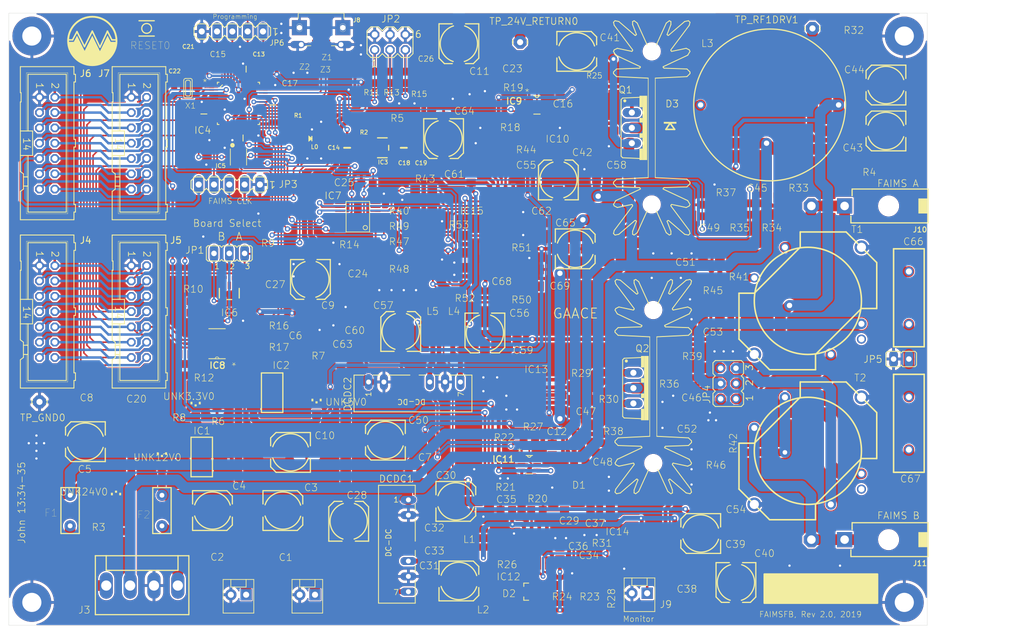
<source format=kicad_pcb>
(kicad_pcb (version 20240108) (generator "pcbnew") (generator_version "8.0")
  (layers (0 "F.Cu" signal) (31 "B.Cu" signal) (34 "B.Paste" user) (35 "F.Paste" user) (36 "B.SilkS" user "B.Silkscreen") (37 "F.SilkS" user "F.Silkscreen") (38 "B.Mask" user) (39 "F.Mask" user) (44 "Edge.Cuts" user))
  (net 0 "")
  (net 1 "GND")
  (net 2 "Net-(IC4-VDDCORE)")
  (net 3 "Net-(IC3-OUT)")
  (net 4 "Net-(IC4-PA00{slash}EINT0{slash}SERCOM1.0)")
  (net 5 "Net-(IC4-PA01{slash}EINT1{slash}SERCOM1.1)")
  (net 6 "/FAIMSFBrev2.0_2/AREF")
  (net 7 "Net-(F1-1)")
  (net 8 "Net-(F2-1)")
  (net 9 "/FAIMSFBrev2.0_2/EN")
  (net 11 "/FAIMSFBrev2.0_2/D1")
  (net 12 "/FAIMSFBrev2.0_2/BRDENA")
  (net 13 "/FAIMSFBrev2.0_2/EXT1-12")
  (net 14 "/FAIMSFBrev2.0_2/GRDPWR")
  (net 15 "/FAIMSFBrev2.0_2/D7")
  (net 16 "/FAIMSFBrev2.0_2/MISOL")
  (net 19 "/FAIMSFBrev2.0_2/SWDIO")
  (net 20 "/FAIMSFBrev2.0_2/EXT1-11")
  (net 21 "/FAIMSFBrev2.0_2/~{RESET}")
  (net 22 "/FAIMSFBrev2.0_2/INT6")
  (net 23 "/FAIMSFBrev2.0_2/GRDSTA")
  (net 24 "3.3V")
  (net 25 "24V")
  (net 26 "5V")
  (net 27 "12V")
  (net 28 "/FAIMSFBrev2.0_2/D12")
  (net 29 "+3V3")
  (net 30 "/FAIMSFBrev2.0_2/SCKL")
  (net 31 "PWMRFCH1")
  (net 32 "/FAIMSFBrev2.0_2/D2")
  (net 33 "/FAIMSFBrev2.0_2/SCLL")
  (net 34 "/FAIMSFBrev2.0_2/D0")
  (net 35 "/FAIMSFBrev2.0_2/SWCLK")
  (net 36 "/FAIMSFBrev2.0_2/D6")
  (net 37 "VBUS")
  (net 39 "/FAIMSFBrev2.0_2/A1")
  (net 41 "/FAIMSFBrev2.0_2/D4")
  (net 42 "/FAIMSFBrev2.0_2/INT7")
  (net 43 "/FAIMSFBrev2.0_2/D11")
  (net 44 "/FAIMSFBrev2.0_2/D-")
  (net 45 "/FAIMSFBrev2.0_2/D+")
  (net 47 "/FAIMSFBrev2.0_2/SDAL")
  (net 48 "/FAIMSFBrev2.0_2/D13")
  (net 49 "/FAIMSFBrev2.0_2/MOSIL")
  (net 50 "Net-(IC6A-O)")
  (net 51 "/FAIMSFBrev2.0_2/BRDSEL")
  (net 52 "Net-(IC7-{slash}RESET)")
  (net 54 "/FAIMSFBrev2.0_2/SDA")
  (net 55 "/FAIMSFBrev2.0_2/SCL")
  (net 56 "GNDA")
  (net 57 "/FAIMSFBrev2.0_2/LDAC")
  (net 58 "/FAIMSFBrev2.0_2/INT5")
  (net 59 "/FAIMSFBrev2.0_2/EXT-5V")
  (net 60 "/FAIMSFBrev2.0_2/INT4")
  (net 61 "VMON")
  (net 62 "IMON")
  (net 63 "/FAIMSFBrev2.0_2/PWMRFCH3")
  (net 64 "/FAIMSFBrev2.0_2/SCLK")
  (net 65 "/FAIMSFBrev2.0_2/CS")
  (net 66 "/FAIMSFBrev2.0_2/ADDR0")
  (net 67 "/FAIMSFBrev2.0_2/PWMRFCH2")
  (net 68 "/FAIMSFBrev2.0_2/PWMRFCH4")
  (net 69 "/FAIMSFBrev2.0_2/MOSI")
  (net 70 "/FAIMSFBrev2.0_2/ADDR2")
  (net 71 "/FAIMSFBrev2.0_2/MISO")
  (net 72 "/FAIMSFBrev2.0_2/ADDR1")
  (net 73 "/FAIMSFBrev2.0_2/EXT2-14")
  (net 75 "Net-(L0-PadA)")
  (net 76 "Net-(R3-Pad2)")
  (net 77 "Net-(R6-Pad2)")
  (net 78 "Net-(R7-Pad2)")
  (net 79 "Net-(R8-Pad2)")
  (net 80 "Net-(DCDC1-+VOUT)")
  (net 81 "Net-(DCDC1--VOUT)")
  (net 82 "Net-(IC12B-IN+)")
  (net 83 "Net-(IC12C-V+)")
  (net 84 "Net-(IC12C-V-)")
  (net 85 "Net-(C43-Pad+)")
  (net 86 "Net-(IC14-IN+)")
  (net 87 "Net-(C47-Pad1)")
  (net 88 "Net-(C47-Pad2)")
  (net 89 "Net-(T1-S2)")
  (net 90 "Net-(T2-S1)")
  (net 91 "Net-(C53-Pad1)")
  (net 92 "Net-(C54-Pad1)")
  (net 93 "Net-(IC15B-IN-)")
  (net 94 "Net-(IC15B-OUT)")
  (net 95 "DCB2MON")
  (net 96 "Net-(DCDC2-+VOUT)")
  (net 97 "Net-(DCDC2--VOUT)")
  (net 98 "Net-(IC15C-V+)")
  (net 99 "DCBREF")
  (net 100 "DCB1MON")
  (net 101 "DCB2")
  (net 102 "DCB1")
  (net 103 "Net-(IC15C-V-)")
  (net 104 "Net-(J10A-P)")
  (net 105 "Net-(C66-Pad2)")
  (net 106 "Net-(J11A-P)")
  (net 107 "Net-(IC15A-OUT)")
  (net 108 "DRVPWM")
  (net 109 "RFPWM2")
  (net 110 "RFPWM1")
  (net 111 "RFLVL")
  (net 112 "Net-(IC15A-IN-)")
  (net 113 "Net-(D2-A1)")
  (net 114 "Net-(D2-C1A2)")
  (net 115 "Net-(D2-C2)")
  (net 116 "Net-(D3-PadC)")
  (net 117 "Net-(IC10A-IN)")
  (net 118 "Net-(IC9-DIR)")
  (net 119 "Net-(IC10A-OUT)")
  (net 120 "Net-(IC11-B)")
  (net 121 "Net-(IC11-DIR)")
  (net 122 "Net-(IC11-A)")
  (net 123 "Net-(IC12A-IN+)")
  (net 124 "Net-(IC12B-IN-)")
  (net 125 "Net-(IC13A-ENA)")
  (net 126 "Net-(IC13A-OUT)")
  (net 127 "Net-(IC13B-OUT)")
  (net 128 "Net-(IC14-IN-)")
  (net 131 "Net-(IC15A-IN+)")
  (net 132 "Net-(IC15B-IN+)")
  (net 133 "Net-(J9-Pad1)")
  (net 134 "Net-(T2-P1)")
  (net 135 "Net-(T1-P2)")
  (net 136 "Net-(T1-P1)")
  (net 137 "Net-(T2-P2)")
  (net 138 "Net-(Q1-PadG)")
  (net 139 "Net-(Q2-PadS)")
  (net 140 "Net-(Q2-PadG)")
  (footprint "FAIMSFBrev2.0:JP1" (layer "F.Cu") (at 220.3831 111.6076 90)
    (property "Reference" "JP5")
    (property "Value" "~")
  )
  (footprint "FAIMSFBrev2.0:C0805" (layer "F.Cu") (at 146.4691 139.8016 180)
    (property "Reference" "C32")
    (property "Value" "0.1uF, 50V")
  )
  (footprint "FAIMSFBrev2.0:C0805" (layer "F.Cu") (at 169.8371 80.8736 -90)
    (property "Reference" "C58")
    (property "Value" "0.1uF, 50V")
  )
  (footprint "FAIMSFBrev2.0:R1206" (layer "F.Cu") (at 167.5511 125.5776)
    (property "Reference" "R38")
    (property "Value" "0.1")
  )
  (footprint "FAIMSFBrev2.0:MOLEX-1X2" (layer "F.Cu") (at 178.2191 150.4696 180)
    (property "Reference" "J9" (hide yes))
    (property "Value" "M02POLAR" (hide yes))
  )
  (footprint "FAIMSFBrev2.0:LSP10" (layer "F.Cu") (at 157.1371 59.0296)
    (property "Reference" "TP_24V_RETURN0")
    (property "Value" "LSP10")
  )
  (footprint "FAIMSFBrev2.0:C1206" (layer "F.Cu") (at 189.1411 124.0536 180)
    (property "Reference" "C52")
    (property "Value" "0.1uF")
  )
  (footprint "FAIMSFBrev2.0:4UCONN_20329_V2" (layer "F.Cu") (at 124.1171 58.5216 180)
    (property "Reference" "J8")
    (property "Value" "microUSB")
    (fp_line (start 4.05 1.6) (end 4.05 2.2) (stroke (width 0.05)) (layer "Edge.Cuts"))
    (fp_line (start 3.15 2.2) (end 3.15 1.6) (stroke (width 0.05)) (layer "Edge.Cuts"))
    (fp_line (start -3.15 1.6) (end -3.15 2.15) (stroke (width 0.05)) (layer "Edge.Cuts"))
    (fp_line (start -3.5 2.55) (end -3.7 2.55) (stroke (width 0.05)) (layer "Edge.Cuts"))
    (fp_line (start -3.7 1.25) (end -3.5 1.25) (stroke (width 0.05)) (layer "Edge.Cuts"))
    (fp_line (start -4.05 2.15) (end -4.05 1.6) (stroke (width 0.05)) (layer "Edge.Cuts"))
    (fp_arc (start 4.05 2.2) (mid 3.897487 2.468198) (end 3.6 2.55) (stroke (width 0.05)) (layer "Edge.Cuts"))
    (fp_arc (start 3.6 2.55) (mid 3.302513 2.468198) (end 3.15 2.2) (stroke (width 0.05)) (layer "Edge.Cuts"))
    (fp_arc (start 3.6 1.25) (mid 3.897487 1.331802) (end 4.05 1.6) (stroke (width 0.05)) (layer "Edge.Cuts"))
    (fp_arc (start 3.15 1.6) (mid 3.302513 1.331802) (end 3.6 1.25) (stroke (width 0.05)) (layer "Edge.Cuts"))
    (fp_arc (start -3.15 2.15) (mid -3.242157 2.422487) (end -3.5 2.55) (stroke (width 0.05)) (layer "Edge.Cuts"))
    (fp_arc (start -3.5 1.25) (mid -3.252513 1.352513) (end -3.15 1.6) (stroke (width 0.05)) (layer "Edge.Cuts"))
    (fp_arc (start -3.7 2.55) (mid -3.957843 2.422487) (end -4.05 2.15) (stroke (width 0.05)) (layer "Edge.Cuts"))
    (fp_arc (start -4.05 1.6) (mid -3.947487 1.352513) (end -3.7 1.25) (stroke (width 0.05)) (layer "Edge.Cuts"))
  )
  (footprint "FAIMSFBrev2.0:R1206" (layer "F.Cu") (at 188.8871 98.1456 180)
    (property "Reference" "R41")
    (property "Value" "10K")
  )
  (footprint "FAIMSFBrev2.0:R1206" (layer "F.Cu") (at 141.1351 96.8756)
    (property "Reference" "R48")
    (property "Value" "100K")
  )
  (footprint "FAIMSFBrev2.0:QFP50P900X900X120-48N" (layer "F.Cu") (at 110.4011 69.1896)
    (property "Reference" "IC4")
    (property "Value" "ATSAMD21G")
  )
  (footprint "FAIMSFBrev2.0:SOT223" (layer "F.Cu") (at 115.9891 117.1956 -90)
    (property "Reference" "IC2")
    (property "Value" "5V reg")
  )
  (footprint "FAIMSFBrev2.0:C1206" (layer "F.Cu") (at 153.5811 79.6036)
    (property "Reference" "C55")
    (property "Value" "1000pF")
  )
  (footprint "FAIMSFBrev2.0:CHIPLED_0805_NOOUTLINE" (layer "F.Cu") (at 122.3391 75.0316 -90)
    (property "Reference" "L0")
    (property "Value" "RED")
  )
  (footprint "FAIMSFBrev2.0:0805-NO" (layer "F.Cu") (at 128.4351 76.5556 -90)
    (property "Reference" "C14")
    (property "Value" "10µF")
  )
  (footprint "FAIMSFBrev2.0:R1206" (layer "F.Cu") (at 169.3291 66.3956)
    (property "Reference" "R25")
    (property "Value" "10")
  )
  (footprint "FAIMSFBrev2.0:R0805" (layer "F.Cu") (at 133.0071 64.8716 -90)
    (property "Reference" "R11")
    (property "Value" "10K")
  )
  (footprint "FAIMSFBrev2.0:R1206" (layer "F.Cu") (at 141.1351 83.6676)
    (property "Reference" "R43")
    (property "Value" "4.7K")
  )
  (footprint "FAIMSFBrev2.0:RP-XX" (layer "F.Cu") (at 138.3411 115.4176 90)
    (property "Reference" "DCDC2")
    (property "Value" "RP-XX")
  )
  (footprint "FAIMSFBrev2.0:RM8" (layer "F.Cu") (at 211.2391 110.8456)
    (property "Reference" "T1")
    (property "Value" "RM8")
  )
  (footprint "FAIMSFBrev2.0:C0805" (layer "F.Cu") (at 130.2131 95.6056 180)
    (property "Reference" "C24")
    (property "Value" "0.1uF, 50V")
  )
  (footprint "FAIMSFBrev2.0:LSP10" (layer "F.Cu") (at 77.3811 118.7196)
    (property "Reference" "TP_GND0")
    (property "Value" "LSP10")
  )
  (footprint "FAIMSFBrev2.0:R0805" (layer "F.Cu") (at 102.5271 102.9716 90)
    (property "Reference" "R10")
    (property "Value" "4700")
  )
  (footprint "FAIMSFBrev2.0:0603-NO" (layer "F.Cu") (at 110.9091 61.3156)
    (property "Reference" "C13")
    (property "Value" "1uF")
  )
  (footprint "FAIMSFBrev2.0:TJ5-U2" (layer "F.Cu") (at 198.5391 69.4436)
    (property "Reference" "L3")
    (property "Value" "M8925-ND")
  )
  (footprint "FAIMSFBrev2.0:SO8" (layer "F.Cu") (at 177.9651 143.1036)
    (property "Reference" "IC14")
    (property "Value" "AD817")
  )
  (footprint "FAIMSFBrev2.0:DO214AC" (layer "F.Cu") (at 182.0291 73.2536 -90)
    (property "Reference" "D3")
    (property "Value" "ES1DFSCT-ND")
  )
  (footprint "FAIMSFBrev2.0:39-30-_02_" (layer "F.Cu") (at 210.9851 86.2076 90)
    (property "Reference" "J10")
    (property "Value" "39-30-02?_S")
  )
  (footprint "FAIMSFBrev2.0:SOD123" (layer "F.Cu") (at 168.8211 134.7216 90)
    (property "Reference" "D1")
    (property "Value" "~")
  )
  (footprint "FAIMSFBrev2.0:C1206" (layer "F.Cu") (at 188.8871 95.3516 180)
    (property "Reference" "C51")
    (property "Value" "0.1uF")
  )
  (footprint "FAIMSFBrev2.0:C0805" (layer "F.Cu") (at 162.4711 126.5936 90)
    (property "Reference" "C12")
    (property "Value" "0.1uF, 50V")
  )
  (footprint "FAIMSFBrev2.0:R0805" (layer "F.Cu") (at 185.3311 113.1316 180)
    (property "Reference" "R39")
    (property "Value" "47K")
  )
  (footprint "FAIMSFBrev2.0:L3216C" (layer "F.Cu") (at 151.0411 141.3256 -90)
    (property "Reference" "L1")
    (property "Value" "~")
  )
  (footprint "FAIMSFBrev2.0:ML14" (layer "F.Cu") (at 93.8911 103.7336 -90)
    (property "Reference" "J5")
    (property "Value" "~")
  )
  (footprint "FAIMSFBrev2.0:L3216C" (layer "F.Cu") (at 146.9771 153.2636)
    (property "Reference" "L2")
    (property "Value" "~")
  )
  (footprint "FAIMSFBrev2.0:C0805" (layer "F.Cu") (at 149.0091 81.3816 90)
    (property "Reference" "C61")
    (property "Value" "0.1uF, 50V")
  )
  (footprint "FAIMSFBrev2.0:C0805" (layer "F.Cu") (at 187.3631 86.9696 90)
    (property "Reference" "C49")
    (property "Value" "1uF, 25V")
  )
  (footprint "FAIMSFBrev2.0:SO08" (layer "F.Cu") (at 168.5671 72.2376)
    (property "Reference" "IC10")
    (property "Value" "IXDI604")
  )
  (footprint "FAIMSFBrev2.0:CHIPLED_1206" (layer "F.Cu") (at 90.0811 133.4516 180)
    (property "Reference" "UNK24V0")
    (property "Value" "~")
  )
  (footprint "FAIMSFBrev2.0:R0805" (layer "F.Cu") (at 136.8171 73.5076 180)
    (property "Reference" "R5")
    (property "Value" "10K")
  )
  (footprint "FAIMSFBrev2.0:C0805" (layer "F.Cu") (at 85.0011 120.2436)
    (property "Reference" "C8")
    (property "Value" "0.1uF, 50V")
  )
  (footprint "FAIMSFBrev2.0:C0805" (layer "F.Cu") (at 168.5671 146.1516)
    (property "Reference" "C34")
    (property "Value" "1000pF")
  )
  (footprint "FAIMSFBrev2.0:R0805" (layer "F.Cu") (at 101.5111 113.3856 -90)
    (property "Reference" "R12")
    (property "Value" "4700")
  )
  (footprint "FAIMSFBrev2.0:R0805" (layer "F.Cu") (at 123.3551 113.8936 -90)
    (property "Reference" "R7")
    (property "Value" "470")
  )
  (footprint "FAIMSFBrev2.0:153CLV-0605" (layer "F.Cu") (at 146.9771 59.2836 -90)
    (property "Reference" "C11")
    (property "Value" "100uF, 35V")
  )
  (footprint "FAIMSFBrev2.0:R1206" (layer "F.Cu") (at 153.5811 77.0636 180)
    (property "Reference" "R44")
    (property "Value" "100K")
  )
  (footprint "FAIMSFBrev2.0:153CLV-0605" (layer "F.Cu") (at 134.7851 125.0696 180)
    (property "Reference" "C50")
    (property "Value" "100uF, 35V")
  )
  (footprint "FAIMSFBrev2.0:153CLV-0605" (layer "F.Cu") (at 137.3251 107.0356 90)
    (property "Reference" "C57")
    (property "Value" "22uF, 50V")
  )
  (footprint "FAIMSFBrev2.0:ML14" (layer "F.Cu") (at 78.6511 75.7936 -90)
    (property "Reference" "J6")
    (property "Value" "~")
  )
  (footprint "FAIMSFBrev2.0:C0805" (layer "F.Cu") (at 121.8311 144.3736 180)
    (property "Reference" "C1")
    (property "Value" "0.1uF, 50V")
  )
  (footprint "FAIMSFBrev2.0:R0805" (layer "F.Cu") (at 90.0811 139.2936 90)
    (property "Reference" "R3")
    (property "Value" "2400")
  )
  (footprint "FAIMSFBrev2.0:C0805" (layer "F.Cu") (at 172.1231 137.5156 90)
    (property "Reference" "C37")
    (property "Value" "0.1uF, 50V")
  )
  (footprint "FAIMSFBrev2.0:L3216C" (layer "F.Cu") (at 145.9611 107.2896 90)
    (property "Reference" "L4")
    (property "Value" "~")
  )
  (footprint "FAIMSFBrev2.0:153CLV-0605" (layer "F.Cu") (at 187.1091 140.5636 180)
    (property "Reference" "C39")
    (property "Value" "22uF, 50V")
  )
  (footprint "FAIMSFBrev2.0:153CLV-0605" (layer "F.Cu") (at 128.6891 138.5316 90)
    (property "Reference" "C28")
    (property "Value" "100uF, 35V")
  )
  (footprint "FAIMSFBrev2.0:R1206" (layer "F.Cu") (at 167.2971 118.4656)
    (property "Reference" "R30")
    (property "Value" "1")
  )
  (footprint "FAIMSFBrev2.0:CHIPLED_1206" (layer "F.Cu") (at 103.2891 119.4816)
    (property "Reference" "UNK3.3V0")
    (property "Value" "~")
  )
  (footprint "FAIMSFBrev2.0:PTC" (layer "F.Cu") (at 82.4611 136.7536 90)
    (property "Reference" "F1")
    (property "Value" "PTCPTH")
  )
  (footprint "FAIMSFBrev2.0:R1206" (layer "F.Cu") (at 157.1371 98.1456 90)
    (property "Reference" "R50")
    (property "Value" "4.7K")
  )
  (footprint "FAIMSFBrev2.0:C0805" (layer "F.Cu") (at 154.8511 136.7536 180)
    (property "Reference" "C35")
    (property "Value" "0.1uF, 50V")
  )
  (footprint "FAIMSFBrev2.0:CT_CN0603" (layer "F.Cu") (at 127.4191 63.8556)
    (property "Reference" "Z3")
    (property "Value" "CG0603MLC-05E")
  )
  (footprint "FAIMSFBrev2.0:TSSOP16" (layer "F.Cu") (at 130.2131 87.9856 90)
    (property "Reference" "IC7")
    (property "Value" "AD5592R")
  )
  (footprint "FAIMSFBrev2.0:BME280" (layer "F.Cu") (at 110.4011 78.0796 90)
    (property "Reference" "IC5")
    (property "Value" "BME280")
  )
  (footprint "FAIMSFBrev2.0:PTC" (layer "F.Cu") (at 97.7011 136.7536 90)
    (property "Reference" "F2")
    (property "Value" "PTCPTH")
  )
  (footprint "FAIMSFBrev2.0:R0805" (layer "F.Cu") (at 163.9951 149.1996 180)
    (property "Reference" "R24")
    (property "Value" "1000")
  )
  (footprint "FAIMSFBrev2.0:0603-NO" (layer "F.Cu") (at 99.7331 67.1576 90)
    (property "Reference" "C22")
    (property "Value" "22pF")
  )
  (footprint "" (layer "F.Cu") (at 178.9811 60.5536)
    (property "Reference" "@HOLE0" (hide yes))
    (property "Value" "")
  )
  (footprint "FAIMSFBrev2.0:R0805" (layer "F.Cu") (at 158.4071 132.4356 180)
    (property "Reference" "R21")
    (property "Value" "4700")
  )
  (footprint "FAIMSFBrev2.0:R0805" (layer "F.Cu") (at 185.3311 116.4336)
    (property "Reference" "R36")
    (property "Value" "1000")
  )
  (footprint "FAIMSFBrev2.0:C1206" (layer "F.Cu") (at 167.5511 122.5296 180)
    (property "Reference" "C47")
    (property "Value" "NI")
  )
  (footprint "FAIMSFBrev2.0:C0805" (layer "F.Cu") (at 164.5031 135.7376 90)
    (property "Reference" "C29")
    (property "Value" "1uF, 25V")
  )
  (footprint "FAIMSFBrev2.0:R0805" (layer "F.Cu") (at 172.1231 147.4216 90)
    (property "Reference" "R28")
    (property "Value" "47")
  )
  (footprint "FAIMSFBrev2.0:153CLV-0605" (layer "F.Cu") (at 146.9771 148.4376)
    (property "Reference" "C31")
    (property "Value" "22uF, 50V")
  )
  (footprint "FAIMSFBrev2.0:C0805" (layer "F.Cu") (at 93.1291 121.5136 90)
    (property "Reference" "C20")
    (property "Value" "0.1uF, 50V")
  )
  (footprint "FAIMSFBrev2.0:C0805" (layer "F.Cu") (at 104.3051 62.3316 90)
    (property "Reference" "C15")
    (property "Value" "0.1uF, 50V")
  )
  (footprint "FAIMSFBrev2.0:SO08" (layer "F.Cu") (at 159.4231 116.9416 -90)
    (property "Reference" "IC13")
    (property "Value" "IXDD604")
  )
  (footprint "FAIMSFBrev2.0:SMD_157SW" (layer "F.Cu") (at 95.1611 56.7436)
    (property "Reference" "RESET0")
    (property "Value" "~")
  )
  (footprint "FAIMSFBrev2.0:0603-NO" (layer "F.Cu") (at 139.6111 76.5556 -90)
    (property "Reference" "C19")
    (property "Value" "1uF")
  )
  (footprint "" (layer "F.Cu") (at 179.2351 128.8796)
    (property "Reference" "@HOLE3" (hide yes))
    (property "Value" "")
  )
  (footprint "FAIMSFBrev2.0:C0805" (layer "F.Cu") (at 159.6771 63.6016)
    (property "Reference" "C23")
    (property "Value" "0.1uF, 50V")
  )
  (footprint "FAIMSFBrev2.0:JP2" (layer "F.Cu") (at 108.8771 94.0816)
    (property "Reference" "JP1")
    (property "Value" "~")
  )
  (footprint "FAIMSFBrev2.0:R0805" (layer "F.Cu") (at 159.9311 136.7536)
    (property "Reference" "R20")
    (property "Value" "4700")
  )
  (footprint "FAIMSFBrev2.0:C1206" (layer "F.Cu") (at 185.3311 119.9896)
    (property "Reference" "C46")
    (property "Value" "100pF")
  )
  (footprint "FAIMSFBrev2.0:R0805" (layer "F.Cu") (at 189.6491 86.9696 -90)
    (property "Reference" "R37")
    (property "Value" "1000")
  )
  (footprint "FAIMSFBrev2.0:SO8" (layer "F.Cu") (at 154.0891 86.4616)
    (property "Reference" "IC15")
    (property "Value" "ADA4522")
  )
  (footprint "FAIMSFBrev2.0:R0805" (layer "F.Cu") (at 197.5231 86.7156 -90)
    (property "Reference" "R34")
    (property "Value" "1000")
  )
  (footprint "FAIMSFBrev2.0:C0805" (layer "F.Cu") (at 146.4691 143.6116)
    (property "Reference" "C33")
    (property "Value" "0.1uF, 50V")
  )
  (footprint "FAIMSFBrev2.0:PAD_0.1250" (layer "F.Cu") (at 76.1111 151.9936)
    (property "Reference" "H4" (hide yes))
    (property "Value" "SPECIAL_DRILL_0.1250")
  )
  (footprint "FAIMSFBrev2.0:153CLV-0605" (layer "F.Cu") (at 117.7671 136.7536)
    (property "Reference" "C3")
    (property "Value" "100uF, 35V")
  )
  (footprint "FAIMSFBrev2.0:SOT23-5" (layer "F.Cu") (at 108.8771 100.6856 180)
    (property "Reference" "IC6")
    (property "Value" "NC7SZ14M5X")
  )
  (footprint "FAIMSFBrev2.0:C0805" (layer "F.Cu") (at 127.4191 112.1156 90)
    (property "Reference" "C63")
    (property "Value" "0.1uF, 50V")
  )
  (footprint "FAIMSFBrev2.0:ML14" (layer "F.Cu") (at 78.6511 103.7336 -90)
    (property "Reference" "J4")
    (property "Value" "~")
  )
  (footprint "FAIMSFBrev2.0:C1206" (layer "F.Cu") (at 160.1851 98.1456 90)
    (property "Reference" "C69")
    (property "Value" "0.1uF")
  )
  (footprint "FAIMSFBrev2.0:R1206" (layer "F.Cu") (at 219.3163 80.4926)
    (property "Reference" "R4")
    (property "Value" "0")
  )
  (footprint "FAIMSFBrev2.0:CHIPLED_1206" (layer "F.Cu") (at 123.3551 118.9736)
    (property "Reference" "UNK5V0")
    (property "Value" "~")
  )
  (footprint "FAIMSFBrev2.0:PAD_0.1250" (layer "F.Cu") (at 220.8911 58.0136)
    (property "Reference" "H2" (hide yes))
    (property "Value" "SPECIAL_DRILL_0.1250")
  )
  (footprint "FAIMSFBrev2.0:CT_CN0603" (layer "F.Cu") (at 121.3231 61.5696 180)
    (property "Reference" "Z2")
    (property "Value" "CG0603MLC-05E")
  )
  (footprint "FAIMSFBrev2.0:C0805" (layer "F.Cu") (at 113.1951 100.4316 90)
    (property "Reference" "C27")
    (property "Value" "0.1uF, 50V")
  )
  (footprint "FAIMSFBrev2.0:SOT95P280X145-6N" (layer "F.Cu") (at 158.6611 129.1336)
    (property "Reference" "IC11")
    (property "Value" "SN74LVC1T45DBVT")
  )
  (footprint "FAIMSFBrev2.0:C0805" (layer "F.Cu") (at 132.2451 107.0356 90)
    (property "Reference" "C60")
    (property "Value" "0.1uF, 50V")
  )
  (footprint "FAIMSFBrev2.0:C0805" (layer "F.Cu") (at 184.8231 146.9136 -90)
    (property "Reference" "C38")
    (property "Value" "0.1uF, 50V")
  )
  (footprint "FAIMSFBrev2.0:R0805" (layer "F.Cu") (at 159.6771 72.9996 180)
    (property "Reference" "R18")
    (property "Value" "4700")
  )
  (footprint "FAIMSFBrev2.0:R1206" (layer "F.Cu") (at 152.8191 93.3196 180)
    (property "Reference" "R51")
    (property "Value" "100K")
  )
  (footprint "FAIMSFBrev2.0:R1206" (layer "F.Cu") (at 200.0631 86.2076 -90)
    (property "Reference" "R33")
    (property "Value" "0.1")
  )
  (footprint "FAIMSFBrev2.0:C1206" (layer "F.Cu") (at 152.8191 96.6216)
    (property "Reference" "C68")
    (property "Value" "1000pF")
  )
  (footprint "FAIMSFBrev2.0:R0805" (layer "F.Cu") (at 168.5671 149.1996)
    (property "Reference" "R23")
    (property "Value" "1000")
  )
  (footprint "FAIMSFBrev2.0:RM8" (layer "F.Cu") (at 211.2391 135.7376)
    (property "Reference" "T2")
    (property "Value" "RM8")
  )
  (footprint "FAIMSFBrev2.0:C0805" (layer "F.Cu") (at 156.6291 107.2896 90)
    (property "Reference" "C59")
    (property "Value" "0.1uF, 50V")
  )
  (footprint "FAIMSFBrev2.0:R0805" (layer "F.Cu") (at 132.2451 92.8116 180)
    (property "Reference" "R14")
    (property "Value" "1000")
  )
  (footprint "FAIMSFBrev2.0:R0805" (layer "F.Cu") (at 138.0871 64.8716 -90)
    (property "Reference" "R15")
    (property "Value" "10K")
  )
  (footprint "FAIMSFBrev2.0:CD_16.3X4.8" (layer "F.Cu") (at 221.6531 122.2756 -90)
    (property "Reference" "C67")
    (property "Value" "10pF, 1000V")
  )
  (footprint "FAIMSFBrev2.0:C0805" (layer "F.Cu") (at 167.0431 128.6256)
    (property "Reference" "C48")
    (property "Value" "0.1uF, 50V")
  )
  (footprint "FAIMSFBrev2.0:153CLV-0605" (layer "F.Cu") (at 106.0831 136.7536)
    (property "Reference" "C4")
    (property "Value" "100uF, 35V")
  )
  (footprint "FAIMSFBrev2.0:R0805" (layer "F.Cu") (at 159.9311 66.3956 180)
    (property "Reference" "R19")
    (property "Value" "1000")
  )
  (footprint "FAIMSFBrev2.0:R1206" (layer "F.Cu") (at 167.2971 116.1796)
    (property "Reference" "R29")
    (property "Value" "1")
  )
  (footprint "FAIMSFBrev2.0:CHIPLED_1206" (layer "F.Cu") (at 97.7011 127.8636)
    (property "Reference" "UNK12V0")
    (property "Value" "~")
  )
  (footprint "FAIMSFBrev2.0:C0805" (layer "F.Cu") (at 116.7511 61.8236 90)
    (property "Reference" "C17")
    (property "Value" "0.1uF, 50V")
  )
  (footprint "FAIMSFBrev2.0:153CLV-0605" (layer "F.Cu") (at 217.8431 66.1416 180)
    (property "Reference" "C44")
    (property "Value" "100uF, 35V")
  )
  (footprint "FAIMSFBrev2.0:R2512" (layer "F.Cu") (at 212.5091 59.7916 180)
    (property "Reference" "R32")
    (property "Value" "330, 2W")
  )
  (footprint "FAIMSFBrev2.0:153CLV-0605" (layer "F.Cu") (at 122.3391 98.3996 -90)
    (property "Reference" "C9")
    (property "Value" "100uF, 35V")
  )
  (footprint "FAIMSFBrev2.0:R0805" (layer "F.Cu") (at 159.1691 121.0056)
    (property "Reference" "R27")
    (property "Value" "1000")
  )
  (footprint "FAIMSFBrev2.0:39-30-_02_" (layer "F.Cu") (at 210.9851 141.5796 90)
    (property "Reference" "J11")
    (property "Value" "39-30-02?_S")
  )
  (footprint "FAIMSFBrev2.0:PAD_0.1250" (layer "F.Cu") (at 76.1111 58.0136)
    (property "Reference" "H1" (hide yes))
    (property "Value" "SPECIAL_DRILL_0.1250")
  )
  (footprint "FAIMSFBrev2.0:R0805" (layer "F.Cu") (at 114.9731 95.0976 90)
    (property "Reference" "R9")
    (property "Value" "10K")
  )
  (footprint "FAIMSFBrev2.0:153CLV-0605" (layer "F.Cu") (at 119.0371 127.1016 180)
    (property "Reference" "C10")
    (property "Value" "100uF, 35V")
  )
  (footprint "FAIMSFBrev2.0:153CLV-0605" (layer "F.Cu") (at 85.0011 125.3236 180)
    (property "Reference" "C5")
    (property "Value" "100uF, 35V")
  )
  (footprint "FAIMSFBrev2.0:R0805" (layer "F.Cu") (at 106.8451 118.7196 90)
    (property "Reference" "R6")
    (property "Value" "330")
  )
  (footprint "FAIMSFBrev2.0:RP-XX" (layer "F.Cu") (at 138.5951 141.3256)
    (property "Reference" "DCDC1")
    (property "Value" "RP-XX")
  )
  (footprint "FAIMSFBrev2.0:C1206" (layer "F.Cu") (at 188.8871 105.2576)
    (property "Reference" "C53")
    (property "Value" "0.1uF")
  )
  (footprint "FAIMSFBrev2.0:C0805" (layer "F.Cu") (at 163.7411 143.8656 90)
    (property "Reference" "C36")
    (property "Value" "0.1uF, 50V")
  )
  (footprint "FAIMSFBrev2.0:C0805" (layer "F.Cu") (at 163.7411 66.9036 90)
    (property "Reference" "C16")
    (property "Value" "0.1uF, 50V")
  )
  (footprint "" (layer "F.Cu") (at 179.2351 103.4796)
    (property "Reference" "@HOLE2" (hide yes))
    (property "Value" "")
  )
  (footprint "FAIMSFBrev2.0:XTAL3215" (layer "F.Cu") (at 102.0191 66.6496 90)
    (property "Reference" "X1")
    (property "Value" "32.768")
  )
  (footprint "FAIMSFBrev2.0:SOIC127P600X175-8N" (layer "F.Cu") (at 106.8451 109.0676 180)
    (property "Reference" "IC8")
    (property "Value" "PCA9517D")
  )
  (footprint "FAIMSFBrev2.0:0603-NO" (layer "F.Cu") (at 102.0191 62.3316 90)
    (property "Reference" "C21")
    (property "Value" "22pF")
  )
  (footprint "FAIMSFBrev2.0:153CLV-0605" (layer "F.Cu") (at 166.5351 60.5536)
    (property "Reference" "C41")
    (property "Value" "100uF, 35V")
  )
  (footprint "FAIMSFBrev2.0:SOT95P280X145-6N" (layer "F.Cu") (at 159.9311 69.4436)
    (property "Reference" "IC9")
    (property "Value" "SN74LVC1T45DBVT")
  )
  (footprint "FAIMSFBrev2.0:LSP10" (layer "F.Cu") (at 205.6511 56.7436)
    (property "Reference" "TP_RF1DRV1")
    (property "Value" "LSP10")
  )
  (footprint "FAIMSFBrev2.0:R1206" (layer "F.Cu") (at 189.1411 127.1016 180)
    (property "Reference" "R42")
    (property "Value" "10K")
  )
  (footprint "FAIMSFBrev2.0:ML14" (layer "F.Cu") (at 93.8911 75.7936 -90)
    (property "Reference" "J7")
    (property "Value" "~")
  )
  (footprint "FAIMSFBrev2.0:R0805" (layer "F.Cu") (at 114.2111 106.7816 90)
    (property "Reference" "R16")
    (property "Value" "4700")
  )
  (footprint "FAIMSFBrev2.0:R0805" (layer "F.Cu") (at 158.6611 125.3236 180)
    (property "Reference" "R22")
    (property "Value" "1000")
  )
  (footprint "FAIMSFBrev2.0:C0805" (layer "F.Cu") (at 119.7991 110.3376 90)
    (property "Reference" "C6")
    (property "Value" "0.1uF, 50V")
  )
  (footprint "FAIMSFBrev2.0:MA03-2" (layer "F.Cu") (at 135.5471 59.0296)
    (property "Reference" "JP2")
    (property "Value" "~")
  )
  (footprint "FAIMSFBrev2.0:LOGO2" (layer "F.Cu") (at 86.1441 58.8264)
    (property "Reference" "U$3" (hide yes))
    (property "Value" "" (hide yes))
  )
  (footprint "FAIMSFBrev2.0:PAD_0.1250" (layer "F.Cu") (at 220.8911 151.9936)
    (property "Reference" "H3" (hide yes))
    (property "Value" "SPECIAL_DRILL_0.1250")
  )
  (footprint "FAIMSFBrev2.0:R0805" (layer "F.Cu") (at 114.2111 110.8456 -90)
    (property "Reference" "R17")
    (property "Value" "4700")
  )
  (footprint "FAIMSFBrev2.0:153CLV-0605" (layer "F.Cu") (at 163.4871 81.8896 90)
    (property "Reference" "C42")
    (property "Value" "100uF, 35V")
  )
  (footprint "FAIMSFBrev2.0:0603-NO" (layer "F.Cu") (at 120.0531 72.7456)
    (property "Reference" "R1")
    (property "Value" "2.2K")
  )
  (footprint "FAIMSFBrev2.0:R1206" (layer "F.Cu") (at 189.1411 131.4196)
    (property "Reference" "R46")
    (property "Value" "10K")
  )
  (footprint "FAIMSFBrev2.0:R1206" (layer "F.Cu") (at 141.1351 87.2236)
    (property "Reference" "R40")
    (property "Value" "1000")
  )
  (footprint "FAIMSFBrev2.0:R0805" (layer "F.Cu") (at 192.6971 86.9696 90)
    (property "Reference" "R35")
    (property "Value" "10K")
  )
  (footprint "FAIMSFBrev2.0:JP3Q" (layer "F.Cu") (at 191.6811 115.6716 90)
    (property "Reference" "JP4")
    (property "Value" "~")
  )
  (footprint "FAIMSFBrev2.0:0805-NO" (layer "F.Cu") (at 137.8331 76.5556 -90)
    (property "Reference" "C18")
    (property "Value" "10µF")
  )
  (footprint "FAIMSFBrev2.0:R1206" (layer "F.Cu") (at 147.9931 97.8916 -90)
    (property "Reference" "R52")
    (property "Value" "4.7K")
  )
  (footprint "FAIMSFBrev2.0:SK-104" (layer "F.Cu") (at 178.9811 73.2536 90)
    (property "Reference" "U$1" (hide yes))
    (property "Value" "")
  )
  (footprint "FAIMSFBrev2.0:KK-156-4" (layer "F.Cu") (at 94.3991 149.1996)
    (property "Reference" "J3")
    (property "Value" "~")
  )
  (footprint "FAIMSFBrev2.0:C0805" (layer "F.Cu") (at 110.4011 144.3736 180)
    (property "Reference" "C2")
    (property "Value" "0.1uF, 50V")
  )
  (footprint "FAIMSFBrev2.0:CT_CN0603" (layer "F.Cu") (at 127.4191 61.5696)
    (property "Reference" "Z1")
    (property "Value" "CG0603MLC-05E")
  )
  (footprint "FAIMSFBrev2.0:153CLV-0605" (layer "F.Cu") (at 144.4371 75.0316 -90)
    (property "Reference" "C64")
    (property "Value" "22uF, 50V")
  )
  (footprint "FAIMSFBrev2.0:R1206" (layer "F.Cu") (at 188.8871 102.2096)
    (property "Reference" "R45")
    (property "Value" "10K")
  )
  (footprint "FAIMSFBrev2.0:CD_16.3X4.8" (layer "F.Cu") (at 221.6531 101.4476 -90)
    (property "Reference" "C66")
    (property "Value" "10pF, 1000V")
  )
  (footprint "FAIMSFBrev2.0:R0805" (layer "F.Cu") (at 97.7011 121.5136 -90)
    (property "Reference" "R8")
    (property "Value" "1200")
  )
  (footprint "FAIMSFBrev2.0:SOT223" (layer "F.Cu") (at 104.3051 127.8636 90)
    (property "Reference" "IC1")
    (property "Value" "3.3V reg")
  )
  (footprint "FAIMSFBrev2.0:153CLV-0605" (layer "F.Cu") (at 151.2951 107.2896 -90)
    (property "Reference" "C56")
    (property "Value" "22uF, 50V")
  )
  (footprint "FAIMSFBrev2.0:L3216C" (layer "F.Cu") (at 142.6591 107.0356 90)
    (property "Reference" "L5")
    (property "Value" "~")
  )
  (footprint "FAIMSFBrev2.0:153CLV-0605" (layer "F.Cu") (at 166.2811 93.3196)
    (property "Reference" "C65")
    (property "Value" "22uF, 50V")
  )
  (footprint "FAIMSFBrev2.0:MOLEX-1X2" (layer "F.Cu") (at 111.6711 150.7236 180)
    (property "Reference" "J2" (hide yes))
    (property "Value" "M02POLAR" (hide yes))
  )
  (footprint "FAIMSFBrev2.0:R0805" (layer "F.Cu") (at 173.3931 143.1036 -90)
    (property "Reference" "R31")
    (property "Value" "1000")
  )
  (footprint "" (layer "F.Cu") (at 178.9811 85.9536)
    (property "Reference" "@HOLE1" (hide yes))
    (property "Value" "")
  )
  (footprint "FAIMSFBrev2.0:SO8" (layer "F.Cu") (at 159.6771 142.8496)
    (property "Reference" "IC12")
    (property "Value" "AD826R")
  )
  (footprint "FAIMSFBrev2.0:R0805" (layer "F.Cu") (at 135.5471 64.8716 -90)
    (property "Reference" "R13")
    (property "Value" "10K")
  )
  (footprint "FAIMSFBrev2.0:SOT23" (layer "F.Cu") (at 158.4071 150.2156 90)
    (property "Reference" "D2")
    (property "Value" "BAT54S")
  )
  (footprint "FAIMSFBrev2.0:MOLEX-1X2" (layer "F.Cu") (at 123.1011 150.7236 180)
    (property "Reference" "J1" (hide yes))
    (property "Value" "M02POLAR" (hide yes))
  )
  (footprint "FAIMSFBrev2.0:153CLV-0605" (layer "F.Cu") (at 217.8431 73.7616 180)
    (property "Reference" "C43")
    (property "Value" "100uF, 35V")
  )
  (footprint "FAIMSFBrev2.0:MA05-1" (layer "F.Cu") (at 108.8771 82.6516 180)
    (property "Reference" "JP3")
    (property "Value" "~")
  )
  (footprint "FAIMSFBrev2.0:C1206" (layer "F.Cu") (at 189.1411 134.7216)
    (property "Reference" "C54")
    (property "Value" "0.1uF")
  )
  (footprint "FAIMSFBrev2.0:SOT23-5" (layer "F.Cu") (at 134.2771 76.5556 -90)
    (property "Reference" "IC3")
    (property "Value" "SPX3819-3.3")
  )
  (footprint "FAIMSFBrev2.0:C0805" (layer "F.Cu") (at 195.2371 86.7156 90)
    (property "Reference" "C45")
    (property "Value" "1uF, 25V")
  )
  (footprint "FAIMSFBrev2.0:R1206" (layer "F.Cu") (at 141.1351 93.5736)
    (property "Reference" "R47")
    (property "Value" "4.7K")
  )
  (footprint "FAIMSFBrev2.0:0603-NO" (layer "F.Cu") (at 130.9751 76.5556 -90)
    (property "Reference" "R2")
    (property "Value" "100k")
  )
  (footprint "FAIMSFBrev2.0:C0805" (layer "F.Cu") (at 131.7371 82.3976 180)
    (property "Reference" "C25")
    (property "Value" "0.1uF, 50V")
  )
  (footprint "FAIMSFBrev2.0:TO220BV" (layer "F.Cu") (at 178.2191 73.2536 -90)
    (property "Reference" "Q1")
    (property "Value" "FQP8P10FS-ND")
  )
  (footprint "FAIMSFBrev2.0:153CLV-0605" (layer "F.Cu") (at 192.9511 148.6916 -90)
    (property "Reference" "C40")
    (property "Value" "22uF, 50V")
  )
  (footprint "FAIMSFBrev2.0:C0805" (layer "F.Cu") (at 160.1851 89.0016)
    (property "Reference" "C62")
    (property "Value" "0.1uF, 50V")
  )
  (footprint "FAIMSFBrev2.0:153CLV-0605" (layer "F.Cu") (at 146.4691 135.2296)
    (property "Reference" "C30")
    (property "Value" "22uF, 50V")
  )
  (footprint "FAIMSFBrev2.0:SK-104" (layer "F.Cu") (at 179.2351 116.1796 90)
    (property "Reference" "U$5" (hide yes))
    (property "Value" "")
  )
  (footprint "FAIMSFBrev2.0:R0805" (layer "F.Cu") (at 154.5971 142.8496 -90)
    (property "Reference" "R26")
    (property "Value" "1000")
  )
  (footprint "FAIMSFBrev2.0:MA05-1" (layer "F.Cu") (at 109.3851 57.2516 180)
    (property "Reference" "JP6")
    (property "Value" "~")
  )
  (footprint "FAIMSFBrev2.0:C0805" (layer "F.Cu") (at 141.1351 64.8716 90)
    (property "Reference" "C26")
    (property "Value" "0.1uF, 50V")
  )
  (footprint "FAIMSFBrev2.0:TO220BV" (layer "F.Cu") (at 178.4731 116.4336 -90)
    (property "Reference" "Q2")
    (property "Value" "IRF520")
  )
  (footprint "FAIMSFBrev2.0:C0805" (layer "F.Cu") (at 139.6111 130.1496)
    (property "Reference" "C7")
    (property "Value" "0.1uF, 50V")
  )
  (footprint "FAIMSFBrev2.0:R1206" (layer "F.Cu") (at 147.9931 92.5576 90)
    (property "Reference" "R53")
    (property "Value" "100K")
  )
  (footprint "FAIMSFBrev2.0:R1206" (layer "F.Cu") (at 141.1351 90.5256)
    (property "Reference" "R49")
    (property "Value" "1000")
  )
  (gr_line (start 72.3011 155.8036) (end 224.7011 155.8036) (stroke (width 0.05)) (layer "Edge.Cuts"))
  (gr_line (start 224.7011 54.2036) (end 72.3011 54.2036) (stroke (width 0.05)) (layer "Edge.Cuts"))
  (gr_line (start 72.3011 54.2036) (end 72.3011 155.8036) (stroke (width 0.05)) (layer "Edge.Cuts"))
  (gr_line (start 224.7011 155.8036) (end 224.7011 54.2036) (stroke (width 0.05)) (layer "Edge.Cuts"))
  (gr_text "FAIMS B" (at 216.3191 138.2776 0) (layer "F.SilkS") (effects (font (size 1.1684 1.1684) (thickness 0.1016)) (justify left bottom)))
  (gr_text "Board Select" (at 102.7811 89.7636 0) (layer "F.SilkS") (effects (font (size 1.1684 1.1684) (thickness 0.1016)) (justify left bottom)))
  (gr_text "A" (at 109.8677 92.0496 0) (layer "F.SilkS") (effects (font (size 1.308608 1.308608) (thickness 0.113792)) (justify left bottom)))
  (gr_text "John 13:34-35" (at 75.0951 142.3416 90) (layer "F.SilkS") (effects (font (size 1.1684 1.1684) (thickness 0.1016)) (justify left bottom)))
  (gr_text "FAIMS A" (at 216.3191 83.1596 0) (layer "F.SilkS") (effects (font (size 1.1684 1.1684) (thickness 0.1016)) (justify left bottom)))
  (gr_text "FAIMS CLK" (at 105.3211 85.9536 0) (layer "F.SilkS") (effects (font (size 0.93472 0.93472) (thickness 0.08128)) (justify left bottom)))
  (gr_text "FAIMSFB, Rev 2.0, 2019" (at 196.7611 154.5336 0) (layer "F.SilkS") (effects (font (size 0.93472 0.93472) (thickness 0.08128)) (justify left bottom)))
  (gr_text "J9" (at 180.2511 153.0096 0) (layer "F.SilkS") (effects (font (size 1.1684 1.1684) (thickness 0.1016)) (justify left bottom)))
  (gr_text "Programming" (at 106.0831 55.2196 0) (layer "F.SilkS") (effects (font (size 0.747776 0.747776) (thickness 0.065024)) (justify left bottom)))
  (gr_text "GAACE" (at 162.4711 105.0036 0) (layer "F.SilkS") (effects (font (size 1.63576 1.63576) (thickness 0.14224)) (justify left bottom)))
  (gr_text "Monitor" (at 174.1551 155.2956 0) (layer "F.SilkS") (effects (font (size 0.93472 0.93472) (thickness 0.08128)) (justify left bottom)))
  (gr_text "B" (at 106.8451 92.0496 0) (layer "F.SilkS") (effects (font (size 1.308608 1.308608) (thickness 0.113792)) (justify left bottom)))
  (segment (start 122.8171 59.2966) (end 120.9421 59.2966) (width 0.254) (layer "F.Cu") (net 1))
  (segment (start 115.7097 66.929) (end 116.4971 66.1416) (width 0.254) (layer "F.Cu") (net 1))
  (segment (start 120.9421 59.2966) (end 120.8171 59.4216) (width 0.254) (layer "F.Cu") (net 1))
  (segment (start 110.1471 73.3044) (end 110.1471 74.5236) (width 0.254) (layer "F.Cu") (net 1))
  (segment (start 110.6551 63.0936) (end 111.1631 62.5856) (width 0.254) (layer "F.Cu") (net 1))
  (segment (start 110.6551 65.0748) (end 110.6551 63.0936) (width 0.254) (layer "F.Cu") (net 1))
  (segment (start 114.5159 66.929) (end 115.7097 66.929) (width 0.254) (layer "F.Cu") (net 1))
  (segment (start 106.2863 68.4276) (end 104.8131 68.4276) (width 0.3048) (layer "F.Cu") (net 1))
  (segment (start 110.1471 74.5236) (end 108.1151 76.5556) (width 0.254) (layer "F.Cu") (net 1))
  (via (at 148.7551 67.6656) (size 0.7874) (drill 0.381) (layers "F.Cu" "B.Cu") (net 1))
  (via (at 180.7591 123.0376) (size 0.7874) (drill 0.381) (layers "F.Cu" "B.Cu") (net 1))
  (via (at 179.2351 94.0816) (size 0.7874) (drill 0.381) (layers "F.Cu" "B.Cu") (net 1))
  (via (at 130.7211 61.0616) (size 0.7874) (drill 0.381) (layers "F.Cu" "B.Cu") (net 1))
  (via (at 144.1831 88.7476) (size 0.7874) (drill 0.381) (layers "F.Cu" "B.Cu") (net 1))
  (via (at 105.5751 75.2856) (size 0.7874) (drill 0.381) (layers "F.Cu" "B.Cu") (net 1))
  (via (at 167.8051 80.1116) (size 0.7874) (drill 0.381) (layers "F.Cu" "B.Cu") (net 1))
  (via (at 146.2151 97.6376) (size 0.7874) (drill 0.381) (layers "F.Cu" "B.Cu") (net 1))
  (via (at 156.1211 140.5636) (size 0.7874) (drill 0.381) (layers "F.Cu" "B.Cu") (net 1))
  (via (at 121.8311 78.3336) (size 0.7874) (drill 0.381) (layers "F.Cu" "B.Cu") (net 1))
  (via (at 146.2151 95.6056) (size 0.7874) (drill 0.381) (layers "F.Cu" "B.Cu") (net 1))
  (via (at 167.8051 140.8176) (size 0.7874) (drill 0.381) (layers "F.Cu" "B.Cu") (net 1))
  (via (at 188.3791 121.7676) (size 0.7874) (drill 0.381) (layers "F.Cu" "B.Cu") (net 1))
  (via (at 185.5851 105.0036) (size 0.7874) (drill 0.381) (layers "F.Cu" "B.Cu") (net 1))
  (via (at 149.7711 75.7936) (size 0.7874) (drill 0.381) (layers "F.Cu" "B.Cu") (net 1))
  (via (at 182.5371 117.7036) (size 0.7874) (drill 0.381) (layers "F.Cu" "B.Cu") (net 1))
  (via (at 151.2951 67.1576) (size 0.7874) (drill 0.381) (layers "F.Cu" "B.Cu") (net 1))
  (via (at 163.7411 73.2536) (size 0.7874) (drill 0.381) (layers "F.Cu" "B.Cu") (net 1))
  (via (at 104.5591 91.2876) (size 0.7874) (drill 0.381) (layers "F.Cu" "B.Cu") (net 1))
  (via (at 119.5451 64.1096) (size 0.7874) (drill 0.381) (layers "F.Cu" "B.Cu") (net 1))
  (via (at 150.5331 73.2536) (size 0.7874) (drill 0.381) (layers "F.Cu" "B.Cu") (net 1))
  (via (at 139.6111 69.1896) (size 0.7874) (drill 0.381) (layers "F.Cu" "B.Cu") (net 1))
  (via (at 190.9191 110.3376) (size 0.7874) (drill 0.381) (layers "F.Cu" "B.Cu") (net 1))
  (via (at 111.4171 68.4276) (size 0.7874) (drill 0.381) (layers "F.Cu" "B.Cu") (net 1))
  (via (at 119.5451 97.8916) (size 0.7874) (drill 0.381) (layers "F.Cu" "B.Cu") (net 1))
  (via (at 130.7211 59.5376) (size 0.7874) (drill 0.381) (layers "F.Cu" "B.Cu") (net 1))
  (via (at 135.8011 100.1776) (size 0.7874) (drill 0.381) (layers "F.Cu" "B.Cu") (net 1))
  (via (at 171.8691 133.4516) (size 0.7874) (drill 0.381) (layers "F.Cu" "B.Cu") (net 1))
  (via (at 124.1171 78.3336) (size 0.7874) (drill 0.381) (layers "F.Cu" "B.Cu") (net 1))
  (via (at 185.5851 132.4356) (size 0.7874) (drill 0.381) (layers "F.Cu" "B.Cu") (net 1))
  (via (at 113.7031 74.5236) (size 0.7874) (drill 0.381) (layers "F.Cu" "B.Cu") (net 1))
  (via (at 153.8351 131.4196) (size 0.7874) (drill 0.381) (layers "F.Cu" "B.Cu") (net 1))
  (via (at 75.6031 125.5776) (size 0.7874) (drill 0.381) (layers "F.Cu" "B.Cu") (net 1))
  (via (at 171.8691 76.3016) (size 0.7874) (drill 0.381) (layers "F.Cu" "B.Cu") (net 1))
  (via (at 164.7571 141.3256) (size 0.7874) (drill 0.381) (layers "F.Cu" "B.Cu") (net 1))
  (via (at 137.0711 69.1896) (size 0.7874) (drill 0.381) (layers "F.Cu" "B.Cu") (net 1))
  (via (at 137.5791 85.1916) (size 0.7874) (drill 0.381) (layers "F.Cu" "B.Cu") (net 1))
  (via (at 162.4711 132.9436) (size 0.7874) (drill 0.381) (layers "F.Cu" "B.Cu") (net 1))
  (via (at 162.9791 141.3256) (size 0.7874) (drill 0.381) (layers "F.Cu" "B.Cu") (net 1))
  (via (at 178.9811 98.1456) (size 0.7874) (drill 0.381) (layers "F.Cu" "B.Cu") (net 1))
  (via (at 108.1151 70.2056) (size 0.7874) (drill 0.381) (layers "F.Cu" "B.Cu") (net 1))
  (via (at 165.7731 147.1676) (size 0.7874) (drill 0.381) (layers "F.Cu" "B.Cu") (net 1))
  (via (at 157.6451 87.2236) (size 0.7874) (drill 0.381) (layers "F.Cu" "B.Cu") (net 1))
  (via (at 123.8631 106.7816) (size 0.7874) (drill 0.381) (layers "F.Cu" "B.Cu") (net 1))
  (via (at 158.6611 94.8436) (size 0.7874) (drill 0.381) (layers "F.Cu" "B.Cu") (net 1))
  (via (at 126.1491 92.3036) (size 0.7874) (drill 0.381) (layers "F.Cu" "B.Cu") (net 1))
  (via (at 185.3311 101.7016) (size 0.7874) (drill 0.381) (layers "F.Cu" "B.Cu") (net 1))
  (via (at 201.8411 145.8976) (size 0.7874) (drill 0.381) (layers "F.Cu" "B.Cu") (net 1))
  (via (at 78.1431 125.5776) (size 0.7874) (drill 0.381) (layers "F.Cu" "B.Cu") (net 1))
  (via (at 137.8331 100.1776) (size 0.7874) (drill 0.381) (layers "F.Cu" "B.Cu") (net 1))
  (via (at 76.8731 125.5776) (size 0.7874) (drill 0.381) (layers "F.Cu" "B.Cu") (net 1))
  (via (at 174.4091 146.4056) (size 0.7874) (drill 0.381) (layers "F.Cu" "B.Cu") (net 1))
  (via (at 128.1811 102.9716) (size 0.7874) (drill 0.381) (layers "F.Cu" "B.Cu") (net 1))
  (via (at 133.7691 100.1776) (size 0.7874) (drill 0.381) (layers "F.Cu" "B.Cu") (net 1))
  (via (at 149.5171 129.8956) (size 0.7874) (drill 0.381) (layers "F.Cu" "B.Cu") (net 1))
  (via (at 157.6451 91.0336) (size 0.7874) (drill 0.381) (layers "F.Cu" "B.Cu") (net 1))
  (via (at 169.8371 140.8176) (size 0.7874) (drill 0.381) (layers "F.Cu" "B.Cu") (net 1))
  (via (at 171.8691 131.1656) (size 0.7874) (drill 0.381) (layers "F.Cu" "B.Cu") (net 1))
  (via (at 76.8731 124.3076) (size 0.7874) (drill 0.381) (layers "F.Cu" "B.Cu") (net 1))
  (via (at 128.6891 66.9036) (size 0.7874) (drill 0.381) (layers "F.Cu" "B.Cu") (net 1))
  (via (at 183.8071 98.1456) (size 0.7874) (drill 0.381) (layers "F.Cu" "B.Cu") (net 1))
  (via (at 76.8731 126.8476) (size 0.7874) (drill 0.381) (layers "F.Cu" "B.Cu") (net 1))
  (via (at 185.5851 126.5936) (size 0.7874) (drill 0.381) (layers "F.Cu" "B.Cu") (net 1))
  (via (at 134.5311 84.1756) (size 0.7874) (drill 0.381) (layers "F.Cu" "B.Cu") (net 1))
  (via (at 110.6551 59.7916) (size 0.7874) (drill 0.381) (layers "F.Cu" "B.Cu") (net 1))
  (via (at 145.9611 68.4276) (size 0.7874) (drill 0.381) (layers "F.Cu" "B.Cu") (net 1))
  (via (at 113.7031 87.4776) (size 0.7874) (drill 0.381) (layers "F.Cu" "B.Cu") (net 1))
  (via (at 155.1051 131.4196) (size 0.7874) (drill 0.381) (layers "F.Cu" "B.Cu") (net 1))
  (via (at 182.2831 94.0816) (size 0.7874) (drill 0.381) (layers "F.Cu" "B.Cu") (net 1))
  (via (at 124.1171 72.2376) (size 0.7874) (drill 0.381) (layers "F.Cu" "B.Cu") (net 1))
  (via (at 139.8651 100.1776) (size 0.7874) (drill 0.381) (layers "F.Cu" "B.Cu") (net 1))
  (via (at 156.6291 119.9896) (size 0.7874) (drill 0.381) (layers "F.Cu" "B.Cu") (net 1))
  (via (at 127.1651 95.8596) (size 0.7874) (drill 0.381) (layers "F.Cu" "B.Cu") (net 1))
  (via (at 153.3271 114.6556) (size 0.7874) (drill 0.381) (layers "F.Cu" "B.Cu") (net 1))
  (via (at 151.0411 114.6556) (size 0.7874) (drill 0.381) (layers "F.Cu" "B.Cu") (net 1))
  (via (at 109.3851 75.2856) (size 0.7874) (drill 0.381) (layers "F.Cu" "B.Cu") (net 1))
  (via (at 117.5131 55.9816) (size 0.7874) (drill 0.381) (layers "F.Cu" "B.Cu") (net 1))
  (via (at 185.5851 129.8956) (size 0.7874) (drill 0.381) (layers "F.Cu" "B.Cu") (net 1))
  (via (at 189.3951 82.6516) (size 0.7874) (drill 0.381) (layers "F.Cu" "B.Cu") (net 1))
  (via (at 151.0411 116.9416) (size 0.7874) (drill 0.381) (layers "F.Cu" "B.Cu") (net 1))
  (via (at 126.1491 106.0196) (size 0.7874) (drill 0.381) (layers "F.Cu" "B.Cu") (net 1))
  (via (at 116.4971 66.1416) (size 0.7874) (drill 0.381) (layers "F.Cu" "B.Cu") (net 1))
  (via (at 154.8511 117.7036) (size 0.7874) (drill 0.381) (layers "F.Cu" "B.Cu") (net 1))
  (via (at 105.0671 79.3496) (size 0.7874) (drill 0.381) (layers "F.Cu" "B.Cu") (net 1))
  (via (at 108.1151 76.5556) (size 0.7874) (drill 0.381) (layers "F.Cu" "B.Cu") (net 1))
  (via (at 189.3951 110.3376) (size 0.7874) (drill 0.381) (layers "F.Cu" "B.Cu") (net 1))
  (via (at 76.8731 128.1176) (size 0.7874) (drill 0.381) (layers "F.Cu" "B.Cu") (net 1))
  (via (at 111.1631 105.2576) (size 0.7874) (drill 0.381) (layers "F.Cu" "B.Cu") (net 1))
  (via (at 151.0411 137.7696) (size 0.7874) (drill 0.381) (layers "F.Cu" "B.Cu") (net 1))
  (via (at 210.2231 145.8976) (size 0.7874) (drill 0.381) (layers "F.Cu" "B.Cu") (net 1))
  (via (at 192.4431 110.3376) (size 0.7874) (drill 0.381) (layers "F.Cu" "B.Cu") (net 1))
  (via (at 188.6331 120.4976) (size 0.7874) (drill 0.381) (layers "F.Cu" "B.Cu") (net 1))
  (via (at 117.5131 57.5056) (size 0.7874) (drill 0.381) (layers "F.Cu" "B.Cu") (net 1))
  (via (at 154.8511 119.9896) (size 0.7874) (drill 0.381) (layers "F.Cu" "B.Cu") (net 1))
  (via (at 122.5931 73.5076) (size 0.7874) (drill 0.381) (layers "F.Cu" "B.Cu") (net 1))
  (via (at 189.6491 121.7676) (size 0.7874) (drill 0.381) (layers "F.Cu" "B.Cu") (net 1))
  (via (at 180.7591 118.7196) (size 0.7874) (drill 0.381) (layers "F.Cu" "B.Cu") (net 1))
  (via (at 111.1631 62.5856) (size 0.7874) (drill 0.381) (layers "F.Cu" "B.Cu") (net 1))
  (via (at 144.1831 95.0976) (size 0.7874) (drill 0.381) (layers "F.Cu" "B.Cu") (net 1))
  (via (at 185.5851 94.0816) (size 0.7874) (drill 0.381) (layers "F.Cu" "B.Cu") (net 1))
  (via (at 121.8311 64.1096) (size 0.7874) (drill 0.381) (layers "F.Cu" "B.Cu") (net 1))
  (via (at 119.5451 95.8596) (size 0.7874) (drill 0.381) (layers "F.Cu" "B.Cu") (net 1))
  (via (at 104.3051 68.9356) (size 0.7874) (drill 0.381) (layers "F.Cu" "B.Cu") (net 1))
  (segment (start 216.3191 117.9576) (end 214.7951 117.9576) (width 0.8128) (layer "B.Cu") (net 1))
  (segment (start 216.0651 93.0656) (end 214.5411 93.0656) (width 0.8128) (layer "B.Cu") (net 1))
  (segment (start 194.9831 110.8456) (end 193.4591 110.8456) (width 0.8128) (layer "B.Cu") (net 1))
  (segment (start 198.5391 135.7376) (end 197.0151 135.7376) (width 0.8128) (layer "B.Cu") (net 1))
  (segment (start 110.1471 61.9116) (end 110.0591 61.3156) (width 0.3048) (layer "F.Cu") (net 2))
  (segment (start 110.1471 65.0748) (end 110.1471 61.9116) (width 0.3048) (layer "F.Cu") (net 2))
  (segment (start 137.8331 75.6056) (end 139.5111 75.6056) (width 0.4064) (layer "F.Cu") (net 3))
  (segment (start 139.5111 75.6056) (end 139.6111 75.7056) (width 0.4064) (layer "F.Cu") (net 3))
  (segment (start 135.5772 75.6056) (end 137.8331 75.6056) (width 0.4064) (layer "F.Cu") (net 3))
  (segment (start 137.8331 75.6056) (end 137.8331 73.5736) (width 0.4064) (layer "F.Cu") (net 3))
  (segment (start 137.8331 73.5736) (end 137.7671 73.5076) (width 0.4064) (layer "F.Cu") (net 3))
  (segment (start 104.8639 66.4464) (end 103.7971 65.3796) (width 0.3048) (layer "F.Cu") (net 4))
  (segment (start 102.0891 65.3796) (end 102.0891 63.2516) (width 0.3048) (layer "F.Cu") (net 4))
  (segment (start 103.7971 65.3796) (end 102.0891 65.3796) (width 0.3048) (layer "F.Cu") (net 4))
  (segment (start 102.0891 63.2516) (end 102.0191 63.1816) (width 0.3048) (layer "F.Cu") (net 4))
  (segment (start 102.0891 65.3796) (end 102.0191 65.4496) (width 0.3048) (layer "F.Cu") (net 4))
  (segment (start 106.2863 66.4464) (end 104.8639 66.4464) (width 0.3048) (layer "F.Cu") (net 4))
  (segment (start 104.7877 66.929) (end 103.7971 67.9196) (width 0.3048) (layer "F.Cu") (net 5))
  (segment (start 106.2863 66.929) (end 104.7877 66.929) (width 0.3048) (layer "F.Cu") (net 5))
  (segment (start 102.0191 67.8496) (end 99.8911 67.8496) (width 0.254) (layer "F.Cu") (net 5))
  (segment (start 102.0891 67.9196) (end 102.0191 67.8496) (width 0.3048) (layer "F.Cu") (net 5))
  (segment (start 103.7971 67.9196) (end 102.0891 67.9196) (width 0.3048) (layer "F.Cu") (net 5))
  (segment (start 99.8911 67.8496) (end 99.7331 68.0076) (width 0.254) (layer "F.Cu") (net 5))
  (segment (start 133.1591 85.7098) (end 133.1591 82.8696) (width 0.3048) (layer "F.Cu") (net 6))
  (segment (start 132.7531 82.3316) (end 132.6871 82.3976) (width 0.254) (layer "F.Cu") (net 6))
  (segment (start 108.9025 67.945) (end 109.1311 68.1736) (width 0.254) (layer "F.Cu") (net 6))
  (segment (start 106.2863 67.945) (end 108.9025 67.945) (width 0.254) (layer "F.Cu") (net 6))
  (segment (start 133.1591 82.8696) (end 132.6871 82.3976) (width 0.3048) (layer "F.Cu") (net 6))
  (segment (start 132.7531 80.3656) (end 132.7531 82.3316) (width 0.254) (layer "F.Cu") (net 6))
  (via (at 132.7531 80.3656) (size 0.8636) (drill 0.4572) (layers "F.Cu" "B.Cu") (net 6))
  (via (at 109.1311 68.1736) (size 0.8636) (drill 0.4572) (layers "F.Cu" "B.Cu") (net 6))
  (segment (start 125.8951 80.3656) (end 126.4031 80.8736) (width 0.254) (layer "B.Cu") (net 6))
  (segment (start 99.4791 68.9356) (end 99.4791 79.6036) (width 0.254) (layer "B.Cu") (net 6))
  (segment (start 99.4791 79.6036) (end 100.2411 80.3656) (width 0.254) (layer "B.Cu") (net 6))
  (segment (start 109.1311 68.1736) (end 100.2411 68.1736) (width 0.254) (layer "B.Cu") (net 6))
  (segment (start 126.4031 80.8736) (end 132.2451 80.8736) (width 0.254) (layer "B.Cu") (net 6))
  (segment (start 100.2411 68.1736) (end 99.4791 68.9356) (width 0.254) (layer "B.Cu") (net 6))
  (segment (start 132.2451 80.8736) (end 132.7531 80.3656) (width 0.254) (layer "B.Cu") (net 6))
  (segment (start 100.2411 80.3656) (end 125.8951 80.3656) (width 0.254) (layer "B.Cu") (net 6))
  (segment (start 82.4611 148.1836) (end 82.4611 139.2936) (width 1.778) (layer "F.Cu") (net 7))
  (segment (start 88.4591 149.1996) (end 83.4771 149.1996) (width 1.778) (layer "F.Cu") (net 7))
  (segment (start 83.4771 149.1996) (end 82.4611 148.1836) (width 1.778) (layer "F.Cu") (net 7))
  (segment (start 100.3391 149.1996) (end 100.3391 141.9316) (width 1.778) (layer "F.Cu") (net 8))
  (segment (start 100.3391 141.9316) (end 97.7011 139.2936) (width 1.778) (layer "F.Cu") (net 8))
  (segment (start 131.0751 77.5056) (end 130.9751 77.4056) (width 0.4064) (layer "F.Cu") (net 9))
  (segment (start 132.977 77.5056) (end 131.0751 77.5056) (width 0.4064) (layer "F.Cu") (net 9))
  (segment (start 134.1247 89.6112) (end 134.5311 90.0176) (width 0.254) (layer "F.Cu") (net 11))
  (segment (start 115.2271 75.2856) (end 116.4971 76.5556) (width 0.254) (layer "F.Cu") (net 11))
  (segment (start 134.5311 91.2876) (end 134.5311 90.0176) (width 0.254) (layer "F.Cu") (net 11))
  (segment (start 108.6485 71.501) (end 108.6231 71.4756) (width 0.254) (layer "F.Cu") (net 11))
  (segment (start 116.4971 90.5256) (end 115.9891 91.0336) (width 0.254) (layer "F.Cu") (net 11))
  (segment (start 133.1591 89.6112) (end 134.1247 89.6112) (width 0.254) (layer "F.Cu") (net 11))
  (segment (start 116.4971 76.5556) (end 116.4971 90.5256) (width 0.254) (layer "F.Cu") (net 11))
  (segment (start 108.6485 73.3044) (end 108.6485 71.501) (width 0.254) (layer "F.Cu") (net 11))
  (via (at 115.9891 91.0336) (size 0.8636) (drill 0.4572) (layers "F.Cu" "B.Cu") (net 11))
  (via (at 115.2271 75.2856) (size 0.8636) (drill 0.4572) (layers "F.Cu" "B.Cu") (net 11))
  (via (at 108.6231 71.4756) (size 0.8636) (drill 0.4572) (layers "F.Cu" "B.Cu") (net 11))
  (via (at 134.5311 91.2876) (size 0.8636) (drill 0.4572) (layers "F.Cu" "B.Cu") (net 11))
  (segment (start 134.2771 91.0336) (end 134.5311 91.2876) (width 0.254) (layer "B.Cu") (net 11))
  (segment (start 114.4651 71.9836) (end 114.4651 74.5236) (width 0.254) (layer "B.Cu") (net 11))
  (segment (start 113.9571 71.4756) (end 114.4651 71.9836) (width 0.254) (layer "B.Cu") (net 11))
  (segment (start 114.4651 74.5236) (end 115.2271 75.2856) (width 0.254) (layer "B.Cu") (net 11))
  (segment (start 115.9891 91.0336) (end 134.2771 91.0336) (width 0.254) (layer "B.Cu") (net 11))
  (segment (start 108.6231 71.4756) (end 113.9571 71.4756) (width 0.254) (layer "B.Cu") (net 11))
  (segment (start 124.8791 79.6036) (end 121.3231 79.6036) (width 0.254) (layer "F.Cu") (net 12))
  (segment (start 125.3871 71.4756) (end 125.3871 79.0956) (width 0.254) (layer "F.Cu") (net 12))
  (segment (start 104.3051 107.0864) (end 104.3813 107.1626) (width 0.4064) (layer "F.Cu") (net 12))
  (segment (start 105.0671 105.2576) (end 104.3051 106.0196) (width 0.4064) (layer "F.Cu") (net 12))
  (segment (start 121.3231 79.6036) (end 120.5611 80.3656) (width 0.254) (layer "F.Cu") (net 12))
  (segment (start 104.3051 106.0196) (end 104.3051 107.0864) (width 0.4064) (layer "F.Cu") (net 12))
  (segment (start 114.5159 70.9422) (end 124.8537 70.9422) (width 0.254) (layer "F.Cu") (net 12))
  (segment (start 120.5611 80.3656) (end 120.5611 92.3036) (width 0.254) (layer "F.Cu") (net 12))
  (segment (start 124.8537 70.9422) (end 125.3871 71.4756) (width 0.254) (layer "F.Cu") (net 12))
  (segment (start 125.3871 79.0956) (end 124.8791 79.6036) (width 0.254) (layer "F.Cu") (net 12))
  (segment (start 108.6231 105.2576) (end 105.0671 105.2576) (width 0.4064) (layer "F.Cu") (net 12))
  (via (at 108.6231 105.2576) (size 0.8636) (drill 0.4572) (layers "F.Cu" "B.Cu") (net 12))
  (via (at 120.5611 92.3036) (size 0.8636) (drill 0.4572) (layers "F.Cu" "B.Cu") (net 12))
  (segment (start 109.3851 91.5416) (end 108.8771 92.0496) (width 0.254) (layer "B.Cu") (net 12))
  (segment (start 108.8771 105.0036) (end 108.6231 105.2576) (width 0.4064) (layer "B.Cu") (net 12))
  (segment (start 112.9411 91.5416) (end 109.3851 91.5416) (width 0.254) (layer "B.Cu") (net 12))
  (segment (start 120.5611 92.3036) (end 113.7031 92.3036) (width 0.254) (layer "B.Cu") (net 12))
  (segment (start 108.8771 92.0496) (end 108.8771 94.0816) (width 0.254) (layer "B.Cu") (net 12))
  (segment (start 113.7031 92.3036) (end 112.9411 91.5416) (width 0.254) (layer "B.Cu") (net 12))
  (segment (start 108.8771 94.0816) (end 108.8771 105.0036) (width 0.4064) (layer "B.Cu") (net 12))
  (segment (start 106.2863 70.4342) (end 100.5205 70.4342) (width 0.254) (layer "F.Cu") (net 13))
  (segment (start 85.2551 109.3216) (end 85.2551 72.7456) (width 0.254) (layer "F.Cu") (net 13))
  (segment (start 100.2411 71.7296) (end 99.9871 71.9836) (width 0.254) (layer "F.Cu") (net 13))
  (segment (start 100.2411 70.7136) (end 100.2411 71.7296) (width 0.254) (layer "F.Cu") (net 13))
  (segment (start 86.0171 71.9836) (end 99.9871 71.9836) (width 0.254) (layer "F.Cu") (net 13))
  (segment (start 93.8911 110.0836) (end 86.0171 110.0836) (width 0.254) (layer "F.Cu") (net 13))
  (segment (start 100.5205 70.4342) (end 100.2411 70.7136) (width 0.254) (layer "F.Cu") (net 13))
  (segment (start 95.1611 108.8136) (end 93.8911 110.0836) (width 0.254) (layer "F.Cu") (net 13))
  (segment (start 85.2551 72.7456) (end 86.0171 71.9836) (width 0.254) (layer "F.Cu") (net 13))
  (segment (start 86.0171 110.0836) (end 85.2551 109.3216) (width 0.254) (layer "F.Cu") (net 13))
  (segment (start 88.8111 110.0836) (end 93.8911 110.0836) (width 0.4064) (layer "B.Cu") (net 13))
  (segment (start 79.9211 108.8136) (end 87.5411 108.8136) (width 0.4064) (layer "B.Cu") (net 13))
  (segment (start 93.8911 110.0836) (end 95.1611 108.8136) (width 0.4064) (layer "B.Cu") (net 13))
  (segment (start 87.5411 108.8136) (end 88.8111 110.0836) (width 0.4064) (layer "B.Cu") (net 13))
  (segment (start 84.7471 112.6236) (end 84.2391 112.1156) (width 0.254) (layer "F.Cu") (net 14))
  (segment (start 106.0831 60.0456) (end 106.0831 62.0776) (width 0.254) (layer "F.Cu") (net 14))
  (segment (start 105.3211 59.2836) (end 106.0831 60.0456) (width 0.254) (layer "F.Cu") (net 14))
  (segment (start 108.1151 65.0494) (end 108.1405 65.0748) (width 0.254) (layer "F.Cu") (net 14))
  (segment (start 84.2391 112.1156) (end 84.2391 60.0456) (width 0.254) (layer "F.Cu") (net 14))
  (segment (start 84.2391 60.0456) (end 85.0011 59.2836) (width 0.254) (layer "F.Cu") (net 14))
  (segment (start 108.1151 64.1096) (end 108.1151 65.0494) (width 0.254) (layer "F.Cu") (net 14))
  (segment (start 95.1611 111.3536) (end 93.8911 112.6236) (width 0.254) (layer "F.Cu") (net 14))
  (segment (start 85.0011 59.2836) (end 105.3211 59.2836) (width 0.254) (layer "F.Cu") (net 14))
  (segment (start 106.0831 62.0776) (end 108.1151 64.1096) (width 0.254) (layer "F.Cu") (net 14))
  (segment (start 93.8911 112.6236) (end 84.7471 112.6236) (width 0.254) (layer "F.Cu") (net 14))
  (segment (start 79.9211 111.3536) (end 87.5411 111.3536) (width 0.4064) (layer "B.Cu") (net 14))
  (segment (start 87.5411 111.3536) (end 88.8111 112.6236) (width 0.4064) (layer "B.Cu") (net 14))
  (segment (start 88.8111 112.6236) (end 93.8911 112.6236) (width 0.4064) (layer "B.Cu") (net 14))
  (segment (start 93.8911 112.6236) (end 95.1611 111.3536) (width 0.4064) (layer "B.Cu") (net 14))
  (segment (start 130.4671 68.1736) (end 130.9751 67.6656) (width 0.254) (layer "F.Cu") (net 15))
  (segment (start 130.4671 68.9356) (end 130.4671 68.1736) (width 0.254) (layer "F.Cu") (net 15))
  (segment (start 114.5159 69.4436) (end 129.9591 69.4436) (width 0.254) (layer "F.Cu") (net 15))
  (segment (start 138.0871 60.2996) (end 138.0871 63.9216) (width 0.4064) (layer "F.Cu") (net 15))
  (segment (start 137.8331 67.6656) (end 138.0871 67.9196) (width 0.254) (layer "F.Cu") (net 15))
  (segment (start 129.9591 69.4436) (end 130.4671 68.9356) (width 0.254) (layer "F.Cu") (net 15))
  (segment (start 130.9751 67.6656) (end 137.8331 67.6656) (width 0.254) (layer "F.Cu") (net 15))
  (via (at 138.0871 67.9196) (size 0.7874) (drill 0.381) (layers "F.Cu" "B.Cu") (net 15))
  (segment (start 138.0871 67.9196) (end 138.0871 60.2996) (width 0.254) (layer "B.Cu") (net 15))
  (segment (start 129.7051 79.6036) (end 129.1971 79.6036) (width 0.254) (layer "F.Cu") (net 16))
  (segment (start 127.4191 85.5578) (end 127.2671 85.7098) (width 0.254) (layer "F.Cu") (net 16))
  (segment (start 128.9431 81.1276) (end 127.4191 82.6516) (width 0.254) (layer "F.Cu") (net 16))
  (segment (start 111.9251 75.0316) (end 112.9411 75.0316) (width 0.254) (layer "F.Cu") (net 16))
  (segment (start 129.1971 79.6036) (end 128.9431 79.8576) (width 0.254) (layer "F.Cu") (net 16))
  (segment (start 112.9411 75.0316) (end 113.1951 75.2856) (width 0.254) (layer "F.Cu") (net 16))
  (segment (start 128.9431 79.8576) (end 128.9431 81.1276) (width 0.254) (layer "F.Cu") (net 16))
  (segment (start 113.1951 79.1046) (end 115.2181 79.1046) (width 0.254) (layer "F.Cu") (net 16))
  (segment (start 111.3761 79.1046) (end 113.1951 79.1046) (width 0.254) (layer "F.Cu") (net 16))
  (segment (start 111.3851 79.0956) (end 111.3761 79.1046) (width 0.254) (layer "F.Cu") (net 16))
  (segment (start 111.6457 73.3044) (end 111.6457 74.7522) (width 0.254) (layer "F.Cu") (net 16))
  (segment (start 127.4191 82.6516) (end 127.4191 85.5578) (width 0.254) (layer "F.Cu") (net 16))
  (segment (start 111.6457 74.7522) (end 111.9251 75.0316) (width 0.254) (layer "F.Cu") (net 16))
  (segment (start 115.2181 79.1046) (end 115.2271 79.0956) (width 0.254) (layer "F.Cu") (net 16))
  (segment (start 113.1951 75.2856) (end 113.1951 79.1046) (width 0.254) (layer "F.Cu") (net 16))
  (via (at 115.2271 79.0956) (size 0.8636) (drill 0.4572) (layers "F.Cu" "B.Cu") (net 16))
  (via (at 129.7051 79.6036) (size 0.8636) (drill 0.4572) (layers "F.Cu" "B.Cu") (net 16))
  (segment (start 118.5291 79.6036) (end 129.7051 79.6036) (width 0.254) (layer "B.Cu") (net 16))
  (segment (start 118.0211 79.0956) (end 118.5291 79.6036) (width 0.254) (layer "B.Cu") (net 16))
  (segment (start 115.2271 79.0956) (end 118.0211 79.0956) (width 0.254) (layer "B.Cu") (net 16))
  (segment (start 108.6485 65.0748) (end 108.6485 63.881) (width 0.3048) (layer "F.Cu") (net 19))
  (segment (start 106.8451 62.0776) (end 106.8451 57.2516) (width 0.3048) (layer "F.Cu") (net 19))
  (segment (start 108.6485 63.881) (end 106.8451 62.0776) (width 0.3048) (layer "F.Cu") (net 19))
  (segment (start 86.5251 108.8136) (end 85.7631 108.0516) (width 0.254) (layer "F.Cu") (net 20))
  (segment (start 85.7631 75.2856) (end 86.5251 74.5236) (width 0.254) (layer "F.Cu") (net 20))
  (segment (start 86.5251 74.5236) (end 100.4951 74.5236) (width 0.254) (layer "F.Cu") (net 20))
  (segment (start 85.7631 108.0516) (end 85.7631 75.2856) (width 0.254) (layer "F.Cu") (net 20))
  (segment (start 106.2863 70.9422) (end 101.2825 70.9422) (width 0.254) (layer "F.Cu") (net 20))
  (segment (start 92.6211 108.8136) (end 86.5251 108.8136) (width 0.254) (layer "F.Cu") (net 20))
  (segment (start 101.2825 70.9422) (end 100.7491 71.4756) (width 0.254) (layer "F.Cu") (net 20))
  (segment (start 100.7491 74.2696) (end 100.4951 74.5236) (width 0.254) (layer "F.Cu") (net 20))
  (segment (start 100.7491 71.4756) (end 100.7491 74.2696) (width 0.254) (layer "F.Cu") (net 20))
  (segment (start 87.5411 107.5436) (end 88.8111 108.8136) (width 0.4064) (layer "B.Cu") (net 20))
  (segment (start 77.3811 108.8136) (end 78.6511 107.5436) (width 0.4064) (layer "B.Cu") (net 20))
  (segment (start 78.6511 107.5436) (end 87.5411 107.5436) (width 0.4064) (layer "B.Cu") (net 20))
  (segment (start 88.8111 108.8136) (end 92.6211 108.8136) (width 0.4064) (layer "B.Cu") (net 20))
  (segment (start 113.1951 62.8396) (end 113.1951 60.8076) (width 0.3048) (layer "F.Cu") (net 21))
  (segment (start 111.9251 59.5376) (end 111.9251 57.2516) (width 0.3048) (layer "F.Cu") (net 21))
  (segment (start 112.6871 63.3476) (end 113.1951 62.8396) (width 0.3048) (layer "F.Cu") (net 21))
  (segment (start 98.2091 56.7436) (end 97.1931 56.7436) (width 0.254) (layer "F.Cu") (net 21))
  (segment (start 99.9871 54.9656) (end 98.2091 56.7436) (width 0.254) (layer "F.Cu") (net 21))
  (segment (start 111.9251 55.4736) (end 111.4171 54.9656) (width 0.254) (layer "F.Cu") (net 21))
  (segment (start 113.1951 60.8076) (end 111.9251 59.5376) (width 0.3048) (layer "F.Cu") (net 21))
  (segment (start 111.6457 65.0748) (end 111.6457 63.627) (width 0.3048) (layer "F.Cu") (net 21))
  (segment (start 111.9251 63.3476) (end 112.6871 63.3476) (width 0.3048) (layer "F.Cu") (net 21))
  (segment (start 111.6457 63.627) (end 111.9251 63.3476) (width 0.3048) (layer "F.Cu") (net 21))
  (segment (start 111.9251 57.2516) (end 111.9251 55.4736) (width 0.254) (layer "F.Cu") (net 21))
  (segment (start 111.4171 54.9656) (end 99.9871 54.9656) (width 0.254) (layer "F.Cu") (net 21))
  (segment (start 87.5411 79.6036) (end 101.5111 79.6036) (width 0.254) (layer "F.Cu") (net 22))
  (segment (start 87.5411 103.7336) (end 86.7791 102.9716) (width 0.254) (layer "F.Cu") (net 22))
  (segment (start 86.7791 102.9716) (end 86.7791 80.3656) (width 0.254) (layer "F.Cu") (net 22))
  (segment (start 106.2863 71.9328) (end 102.8319 71.9328) (width 0.254) (layer "F.Cu") (net 22))
  (segment (start 102.8319 71.9328) (end 102.2731 72.4916) (width 0.254) (layer "F.Cu") (net 22))
  (segment (start 92.6211 103.7336) (end 87.5411 103.7336) (width 0.254) (layer "F.Cu") (net 22))
  (segment (start 102.2731 72.4916) (end 102.2731 78.8416) (width 0.254) (layer "F.Cu") (net 22))
  (segment (start 86.7791 80.3656) (end 87.5411 79.6036) (width 0.254) (layer "F.Cu") (net 22))
  (segment (start 102.2731 78.8416) (end 101.5111 79.6036) (width 0.254) (layer "F.Cu") (net 22))
  (segment (start 78.6511 102.4636) (end 87.5411 102.4636) (width 0.4064) (layer "B.Cu") (net 22))
  (segment (start 87.5411 102.4636) (end 88.8111 103.7336) (width 0.4064) (layer "B.Cu") (net 22))
  (segment (start 77.3811 103.7336) (end 78.6511 102.4636) (width 0.4064) (layer "B.Cu") (net 22))
  (segment (start 88.8111 103.7336) (end 92.6211 103.7336) (width 0.4064) (layer "B.Cu") (net 22))
  (segment (start 84.7471 110.5916) (end 84.7471 70.2056) (width 0.254) (layer "F.Cu") (net 23))
  (segment (start 92.6211 111.3536) (end 85.5091 111.3536) (width 0.254) (layer "F.Cu") (net 23))
  (segment (start 106.2863 69.9516) (end 100.7491 69.9516) (width 0.254) (layer "F.Cu") (net 23))
  (segment (start 100.7491 69.9516) (end 100.2411 69.4436) (width 0.254) (layer "F.Cu") (net 23))
  (segment (start 85.5091 69.4436) (end 100.2411 69.4436) (width 0.254) (layer "F.Cu") (net 23))
  (segment (start 84.7471 70.2056) (end 85.5091 69.4436) (width 0.254) (layer "F.Cu") (net 23))
  (segment (start 85.5091 111.3536) (end 84.7471 110.5916) (width 0.254) (layer "F.Cu") (net 23))
  (segment (start 87.5411 110.0836) (end 88.8111 111.3536) (width 0.4064) (layer "B.Cu") (net 23))
  (segment (start 88.8111 111.3536) (end 92.6211 111.3536) (width 0.4064) (layer "B.Cu") (net 23))
  (segment (start 78.6511 110.0836) (end 87.5411 110.0836) (width 0.4064) (layer "B.Cu") (net 23))
  (segment (start 77.3811 111.3536) (end 78.6511 110.0836) (width 0.4064) (layer "B.Cu") (net 23))
  (segment (start 115.9891 89.5096) (end 114.9731 90.5256) (width 0.254) (layer "F.Cu") (net 24))
  (segment (start 114.5159 66.4464) (end 114.5159 64.3636) (width 0.3048) (layer "F.Cu") (net 24))
  (segment (start 114.2111 111.7956) (end 116.8171 111.7956) (width 0.8128) (layer "F.Cu") (net 24))
  (segment (start 113.2611 101.4476) (end 113.1951 101.3816) (width 0.254) (layer "F.Cu") (net 24))
  (segment (start 146.9771 62.8396) (end 146.9771 61.9836) (width 1.27) (layer "F.Cu") (net 24))
  (segment (start 122.3391 101.0996) (end 122.3391 103.7336) (width 0.8128) (layer "F.Cu") (net 24))
  (segment (start 111.1631 80.3656) (end 115.4811 80.3656) (width 0.254) (layer "F.Cu") (net 24))
  (segment (start 110.7261 79.1046) (end 110.7261 79.9286) (width 0.254) (layer "F.Cu") (net 24))
  (segment (start 157.3657 128.1938) (end 157.3657 125.669) (width 0.4064) (layer "F.Cu") (net 24))
  (segment (start 135.8011 71.7296) (end 140.3731 71.7296) (width 0.8128) (layer "F.Cu") (net 24))
  (segment (start 133.1591 88.961) (end 134.9985 88.961) (width 0.3048) (layer "F.Cu") (net 24))
  (segment (start 146.9771 65.1256) (end 146.9771 62.8396) (width 1.27) (layer "F.Cu") (net 24))
  (segment (start 110.4011 78.3336) (end 110.6551 78.5876) (width 0.254) (layer "F.Cu") (net 24))
  (segment (start 157.3657 125.669) (end 157.7111 125.3236) (width 0.4064) (layer "F.Cu") (net 24))
  (segment (start 109.4261 78.8006) (end 109.8931 78.3336) (width 0.254) (layer "F.Cu") (net 24))
  (segment (start 123.1011 80.8736) (end 125.1331 80.8736) (width 0.8128) (layer "F.Cu") (net 24))
  (segment (start 158.7271 63.6016) (end 158.7271 66.1416) (width 0.4064) (layer "F.Cu") (net 24))
  (segment (start 109.8271 103.4136) (end 109.8931 103.4796) (width 0.6096) (layer "F.Cu") (net 24))
  (segment (start 124.3711 103.9876) (end 125.3871 102.9716) (width 0.8128) (layer "F.Cu") (net 24))
  (segment (start 156.8831 63.6016) (end 156.1211 62.8396) (width 1.27) (layer "F.Cu") (net 24))
  (segment (start 158.6357 68.5038) (end 158.6357 66.741) (width 0.4064) (layer "F.Cu") (net 24))
  (segment (start 133.0071 65.8216) (end 135.5471 65.8216) (width 1.27) (layer "F.Cu") (net 24))
  (segment (start 135.8671 73.5076) (end 135.8671 71.7956) (width 0.4064) (layer "F.Cu") (net 24))
  (segment (start 130.7211 65.6336) (end 130.9751 65.8876) (width 0.8128) (layer "F.Cu") (net 24))
  (segment (start 112.1283 66.4464) (end 111.6711 66.9036) (width 0.254) (layer "F.Cu") (net 24))
  (segment (start 107.6071 68.9356) (end 107.8611 69.1896) (width 0.254) (layer "F.Cu") (net 24))
  (segment (start 143.4211 127.8636) (end 143.4211 118.9736) (width 0.4064) (layer "F.Cu") (net 24))
  (segment (start 107.3531 123.5456) (end 107.3531 125.5014) (width 1.27) (layer "F.Cu") (net 24))
  (segment (start 130.7211 111.3536) (end 130.7211 98.6536) (width 0.4064) (layer "F.Cu") (net 24))
  (segment (start 110.4011 70.7136) (end 109.6391 71.4756) (width 0.6096) (layer "F.Cu") (net 24))
  (segment (start 114.5159 57.3024) (end 114.4651 57.2516) (width 0.3048) (layer "F.Cu") (net 24))
  (segment (start 110.4011 66.9036) (end 110.4011 69.1896) (width 0.6096) (layer "F.Cu") (net 24))
  (segment (start 126.6571 79.3496) (end 126.6571 72.4916) (width 0.8128) (layer "F.Cu") (net 24))
  (segment (start 101.0031 114.8436) (end 101.5111 114.3356) (width 1.27) (layer "F.Cu") (net 24))
  (segment (start 101.7371 121.2316) (end 101.0031 120.4976) (width 1.27) (layer "F.Cu") (net 24))
  (segment (start 156.3751 125.3236) (end 155.6131 126.0856) (width 0.4064) (layer "F.Cu") (net 24))
  (segment (start 130.7211 96.0476) (end 131.1631 95.6056) (width 0.4064) (layer "F.Cu") (net 24))
  (segment (start 157.7111 125.3236) (end 156.3751 125.3236) (width 0.4064) (layer "F.Cu") (net 24))
  (segment (start 122.5931 103.9876) (end 124.3711 103.9876) (width 0.8128) (layer "F.Cu") (net 24))
  (segment (start 122.3391 81.6356) (end 123.1011 80.8736) (width 0.8128) (layer "F.Cu") (net 24))
  (segment (start 113.7031 103.4796) (end 113.9571 103.7336) (width 0.8128) (layer "F.Cu") (net 24))
  (segment (start 130.9751 65.8876) (end 132.9411 65.8876) (width 0.8128) (layer "F.Cu") (net 24))
  (segment (start 140.3731 71.7296) (end 141.1351 70.9676) (width 0.8128) (layer "F.Cu") (net 24))
  (segment (start 141.1351 65.8216) (end 146.2811 65.8216) (width 1.27) (layer "F.Cu") (net 24))
  (segment (start 138.3411 113.8936) (end 137.0711 112.6236) (width 0.4064) (layer "F.Cu") (net 24))
  (segment (start 109.6391 66.1416) (end 110.4011 66.9036) (width 0.254) (layer "F.Cu") (net 24))
  (segment (start 107.3531 125.5014) (end 107.4039 125.5522) (width 1.27) (layer "F.Cu") (net 24))
  (segment (start 109.4359 111.0996) (end 109.3089 110.9726) (width 0.6096) (layer "F.Cu") (net 24))
  (segment (start 104.5591 102.4636) (end 104.5591 102.9716) (width 0.8128) (layer "F.Cu") (net 24))
  (segment (start 130.7211 98.6536) (end 125.3871 98.6536) (width 0.4064) (layer "F.Cu") (net 24))
  (segment (start 135.5471 89.5096) (end 135.5471 95.0976) (width 0.3048) (layer "F.Cu") (net 24))
  (segment (start 103.2891 121.2316) (end 101.7371 121.2316) (width 1.27) (layer "F.Cu") (net 24))
  (segment (start 119.2911 103.9876) (end 122.5931 103.9876) (width 0.8128) (layer "F.Cu") (net 24))
  (segment (start 111.1631 111.0996) (end 109.4359 111.0996) (width 0.6096) (layer "F.Cu") (net 24))
  (segment (start 142.1511 117.7036) (end 139.6111 117.7036) (width 0.4064) (layer "F.Cu") (net 24))
  (segment (start 110.4011 69.1896) (end 110.4011 70.7136) (width 0.6096) (layer "F.Cu") (net 24))
  (segment (start 103.6091 114.3356) (end 104.0511 113.8936) (width 0.6096) (layer "F.Cu") (net 24))
  (segment (start 132.9411 65.8876) (end 133.0071 65.8216) (width 0.8128) (layer "F.Cu") (net 24))
  (segment (start 104.0511 122.7836) (end 106.5911 122.7836) (width 1.27) (layer "F.Cu") (net 24))
  (segment (start 115.9891 101.4476) (end 113.2611 101.4476) (width 0.254) (layer "F.Cu") (net 24))
  (segment (start 104.5591 102.9716) (end 105.0671 103.4796) (width 0.8128) (layer "F.Cu") (net 24))
  (segment (start 107.8611 69.1896) (end 110.4011 69.1896) (width 0.6096) (layer "F.Cu") (net 24))
  (segment (start 104.3813 110.9726) (end 109.3089 110.9726) (width 0.6096) (layer "F.Cu") (net 24))
  (segment (start 104.1171 102.0216) (end 104.5591 102.4636) (width 0.8128) (layer "F.Cu") (net 24))
  (segment (start 101.0031 120.4976) (end 101.0031 114.8436) (width 1.27) (layer "F.Cu") (net 24))
  (segment (start 109.6391 65.0748) (end 109.6391 66.1416) (width 0.254) (layer "F.Cu") (net 24))
  (segment (start 158.7271 63.6016) (end 156.8831 63.6016) (width 1.27) (layer "F.Cu") (net 24))
  (segment (start 105.0671 103.4796) (end 109.8931 103.4796) (width 0.8128) (layer "F.Cu") (net 24))
  (segment (start 117.5131 111.0996) (end 117.5131 105.2576) (width 0.8128) (layer "F.Cu") (net 24))
  (segment (start 116.7511 62.7736) (end 116.7511 64.3636) (width 0.6096) (layer "F.Cu") (net 24))
  (segment (start 111.8591 111.7956) (end 111.1631 111.0996) (width 0.6096) (layer "F.Cu") (net 24))
  (segment (start 131.2951 92.8116) (end 131.2951 95.4736) (width 0.3048) (layer "F.Cu") (net 24))
  (segment (start 111.6711 66.9036) (end 110.4011 66.9036) (width 0.6096) (layer "F.Cu") (net 24))
  (segment (start 104.3051 63.2816) (end 104.3051 63.3476) (width 0.4064) (layer "F.Cu") (net 24))
  (segment (start 156.1211 62.8396) (end 146.9771 62.8396) (width 1.27) (layer "F.Cu") (net 24))
  (segment (start 135.8671 71.7956) (end 135.8011 71.7296) (width 0.4064) (layer "F.Cu") (net 24))
  (segment (start 109.8271 101.9856) (end 109.8271 103.4136) (width 0.6096) (layer "F.Cu") (net 24))
  (segment (start 131.9911 112.6236) (end 130.7211 111.3536) (width 0.4064) (layer "F.Cu") (net 24))
  (segment (start 125.3871 98.6536) (end 125.3871 94.0816) (width 0.8128) (layer "F.Cu") (net 24))
  (segment (start 122.3391 91.0336) (end 122.3391 81.6356) (width 0.8128) (layer "F.Cu") (net 24))
  (segment (start 138.3411 116.4336) (end 138.3411 113.8936) (width 0.4064) (layer "F.Cu") (net 24))
  (segment (start 104.0511 113.8936) (end 104.0511 111.3028) (width 0.6096) (layer "F.Cu") (net 24))
  (segment (start 114.2111 111.7956) (end 111.8591 111.7956) (width 0.6096) (layer "F.Cu") (net 24))
  (segment (start 126.6571 72.4916) (end 127.4191 71.7296) (width 0.8128) (layer "F.Cu") (net 24))
  (segment (start 114.2111 105.8316) (end 114.2111 103.9876) (width 0.8128) (layer "F.Cu") (net 24))
  (segment (start 127.4191 71.7296) (end 135.8011 71.7296) (width 0.8128) (layer "F.Cu") (net 24))
  (segment (start 110.7261 79.9286) (end 111.1631 80.3656) (width 0.254) (layer "F.Cu") (net 24))
  (segment (start 125.1331 80.8736) (end 126.6571 79.3496) (width 0.8128) (layer "F.Cu") (net 24))
  (segment (start 125.3871 102.9716) (end 125.3871 98.6536) (width 0.8128) (layer "F.Cu") (net 24))
  (segment (start 104.0511 111.3028) (end 104.3813 110.9726) (width 0.6096) (layer "F.Cu") (net 24))
  (segment (start 143.4211 118.9736) (end 142.1511 117.7036) (width 0.4064) (layer "F.Cu") (net 24))
  (segment (start 110.6551 78.5876) (end 110.6551 79.0336) (width 0.254) (layer "F.Cu") (net 24))
  (segment (start 109.8931 78.3336) (end 110.4011 78.3336) (width 0.254) (layer "F.Cu") (net 24))
  (segment (start 113.1951 103.4796) (end 113.7031 103.4796) (width 0.8128) (layer "F.Cu") (net 24))
  (segment (start 114.5159 66.4464) (end 112.1283 66.4464) (width 0.254) (layer "F.Cu") (net 24))
  (segment (start 116.8171 111.7956) (end 117.5131 111.0996) (width 0.8128) (layer "F.Cu") (net 24))
  (segment (start 101.5111 114.3356) (end 103.6091 114.3356) (width 0.6096) (layer "F.Cu") (net 24))
  (segment (start 114.9731 90.5256) (end 114.9731 91.5416) (width 0.254) (layer "F.Cu") (net 24))
  (segment (start 130.7211 96.0476) (end 130.7211 98.6536) (width 0.4064) (layer "F.Cu") (net 24))
  (segment (start 139.6111 117.7036) (end 138.3411 116.4336) (width 0.4064) (layer "F.Cu") (net 24))
  (segment (start 114.2111 103.9876) (end 113.9571 103.7336) (width 0.8128) (layer "F.Cu") (net 24))
  (segment (start 141.1351 70.9676) (end 141.1351 65.8216) (width 0.8128) (layer "F.Cu") (net 24))
  (segment (start 135.5471 95.0976) (end 135.0391 95.6056) (width 0.3048) (layer "F.Cu") (net 24))
  (segment (start 134.9985 88.961) (end 135.5471 89.5096) (width 0.3048) (layer "F.Cu") (net 24))
  (segment (start 115.4811 80.3656) (end 115.9891 80.8736) (width 0.254) (layer "F.Cu") (net 24))
  (segment (start 106.5911 122.7836) (end 107.3531 123.5456) (width 1.27) (layer "F.Cu") (net 24))
  (segment (start 116.7511 64.3636) (end 114.5159 64.3636) (width 0.254) (layer "F.Cu") (net 24))
  (segment (start 117.5131 105.2576) (end 118.7831 103.9876) (width 0.8128) (layer "F.Cu") (net 24))
  (segment (start 135.5471 65.8216) (end 138.0871 65.8216) (width 1.27) (layer "F.Cu") (net 24))
  (segment (start 115.9891 80.8736) (end 115.9891 89.5096) (width 0.254) (layer "F.Cu") (net 24))
  (segment (start 109.8931 103.4796) (end 113.1951 103.4796) (width 0.8128) (layer "F.Cu") (net 24))
  (segment (start 118.7831 103.9876) (end 119.2911 103.9876) (width 0.8128) (layer "F.Cu") (net 24))
  (segment (start 114.5159 64.3636) (end 114.5159 57.3024) (width 0.3048) (layer "F.Cu") (net 24))
  (segment (start 122.3391 103.7336) (end 122.5931 103.9876) (width 0.8128) (layer "F.Cu") (net 24))
  (segment (start 102.5271 102.0216) (end 104.1171 102.0216) (width 0.8128) (layer "F.Cu") (net 24))
  (segment (start 116.4971 93.0656) (end 116.4971 100.9396) (width 0.254) (layer "F.Cu") (net 24))
  (segment (start 137.0711 112.6236) (end 131.9911 112.6236) (width 0.4064) (layer "F.Cu") (net 24))
  (segment (start 116.4971 100.9396) (end 115.9891 101.4476) (width 0.254) (layer "F.Cu") (net 24))
  (segment (start 114.9731 91.5416) (end 116.4971 93.0656) (width 0.254) (layer "F.Cu") (net 24))
  (segment (start 158.7271 66.1416) (end 158.9811 66.3956) (width 0.4064) (layer "F.Cu") (net 24))
  (segment (start 110.6551 79.0336) (end 110.7261 79.1046) (width 0.254) (layer "F.Cu") (net 24))
  (segment (start 103.2891 122.0216) (end 104.0511 122.7836) (width 1.27) (layer "F.Cu") (net 24))
  (segment (start 125.3871 94.0816) (end 122.3391 91.0336) (width 0.8128) (layer "F.Cu") (net 24))
  (segment (start 135.0391 95.6056) (end 131.1631 95.6056) (width 0.3048) (layer "F.Cu") (net 24))
  (segment (start 131.2951 95.4736) (end 131.1631 95.6056) (width 0.3048) (layer "F.Cu") (net 24))
  (segment (start 158.6357 66.741) (end 158.9811 66.3956) (width 0.4064) (layer "F.Cu") (net 24))
  (segment (start 109.6391 71.4756) (end 109.6391 73.3044) (width 0.254) (layer "F.Cu") (net 24))
  (segment (start 138.0871 65.8216) (end 141.1351 65.8216) (width 1.27) (layer "F.Cu") (net 24))
  (segment (start 106.2863 68.9356) (end 107.6071 68.9356) (width 0.254) (layer "F.Cu") (net 24))
  (segment (start 104.3051 63.3476) (end 105.5751 64.6176) (width 0.4064) (layer "F.Cu") (net 24))
  (segment (start 109.4261 79.1046) (end 109.4261 78.8006) (width 0.254) (layer "F.Cu") (net 24))
  (segment (start 146.2811 65.8216) (end 146.9771 65.1256) (width 1.27) (layer "F.Cu") (net 24))
  (segment (start 103.2891 121.2316) (end 103.2891 122.0216) (width 1.27) (layer "F.Cu") (net 24))
  (segment (start 113.1951 101.3816) (end 113.1951 103.4796) (width 0.6096) (layer "F.Cu") (net 24))
  (via (at 110.4011 66.9036) (size 0.8636) (drill 0.4572) (layers "F.Cu" "B.Cu") (net 24))
  (via (at 155.6131 126.0856) (size 0.8636) (drill 0.4572) (layers "F.Cu" "B.Cu") (net 24))
  (via (at 130.7211 65.6336) (size 0.8636) (drill 0.4572) (layers "F.Cu" "B.Cu") (net 24))
  (via (at 116.7511 64.3636) (size 0.8636) (drill 0.4572) (layers "F.Cu" "B.Cu") (net 24))
  (via (at 113.9571 103.7336) (size 0.8636) (drill 0.4572) (layers "F.Cu" "B.Cu") (net 24))
  (via (at 119.2911 103.9876) (size 0.8636) (drill 0.4572) (layers "F.Cu" "B.Cu") (net 24))
  (via (at 143.4211 127.8636) (size 0.8636) (drill 0.4572) (layers "F.Cu" "B.Cu") (net 24))
  (via (at 105.5751 64.6176) (size 0.8636) (drill 0.4572) (layers "F.Cu" "B.Cu") (net 24))
  (segment (start 130.7211 65.6336) (end 118.0211 65.6336) (width 0.8128) (layer "B.Cu") (net 24))
  (segment (start 113.9571 103.7336) (end 118.7831 103.7336) (width 0.8128) (layer "B.Cu") (net 24))
  (segment (start 110.4011 65.6336) (end 110.4011 66.9036) (width 0.4064) (layer "B.Cu") (net 24))
  (segment (start 118.7831 103.7336) (end 119.2911 103.9876) (width 0.8128) (layer "B.Cu") (net 24))
  (segment (start 155.6131 126.0856) (end 145.1991 126.0856) (width 0.4064) (layer "B.Cu") (net 24))
  (segment (start 105.5751 64.6176) (end 109.3851 64.6176) (width 0.4064) (layer "B.Cu") (net 24))
  (segment (start 145.1991 126.0856) (end 143.4211 127.8636) (width 0.4064) (layer "B.Cu") (net 24))
  (segment (start 118.0211 65.6336) (end 116.7511 64.3636) (width 0.8128) (layer "B.Cu") (net 24))
  (segment (start 109.3851 64.6176) (end 110.4011 65.6336) (width 0.4064) (layer "B.Cu") (net 24))
  (segment (start 81.1911 120.2436) (end 79.9211 121.5136) (width 1.27) (layer "F.Cu") (net 25))
  (segment (start 163.4871 78.5876) (end 163.7411 78.3336) (width 1.27) (layer "F.Cu") (net 25))
  (segment (start 84.0511 120.2436) (end 81.1911 120.2436) (width 1.27) (layer "F.Cu") (net 25))
  (segment (start 82.3011 125.3236) (end 79.9211 125.3236) (width 1.27) (layer "F.Cu") (net 25))
  (segment (start 173.1391 73.2536) (end 173.1391 75.0316) (width 0.6096) (layer "F.Cu") (net 25))
  (segment (start 169.8371 79.9236) (end 169.8371 78.5876) (width 1.27) (layer "F.Cu") (net 25))
  (segment (start 175.1711 87.2236) (end 175.1711 78.3336) (width 1.778) (layer "F.Cu") (net 25))
  (segment (start 170.0911 78.3336) (end 175.1711 78.3336) (width 1.27) (layer "F.Cu") (net 25))
  (segment (start 79.9211 132.9436) (end 81.1911 134.2136) (width 1.27) (layer "F.Cu") (net 25))
  (segment (start 79.9211 125.3236) (end 79.9211 132.9436) (width 1.27) (layer "F.Cu") (net 25))
  (segment (start 169.2021 69.6376) (end 169.2021 71.8566) (width 0.6096) (layer "F.Cu") (net 25))
  (segment (start 79.9211 121.5136) (end 79.9211 125.3236) (width 1.27) (layer "F.Cu") (net 25))
  (segment (start 163.4871 79.1896) (end 163.4871 78.5876) (width 1.27) (layer "F.Cu") (net 25))
  (segment (start 173.1391 75.0316) (end 173.9011 75.7936) (width 0.6096) (layer "F.Cu") (net 25))
  (segment (start 167.5511 88.4936) (end 173.9011 88.4936) (width 1.778) (layer "F.Cu") (net 25))
  (segment (start 90.0811 131.7016) (end 84.9731 131.7016) (width 1.27) (layer "F.Cu") (net 25))
  (segment (start 169.2351 60.5536) (end 171.3611 60.5536) (width 1.27) (layer "F.Cu") (net 25))
  (segment (start 173.9011 75.7936) (end 175.6791 75.7936) (width 0.6096) (layer "F.Cu") (net 25))
  (segment (start 172.3771 72.4916) (end 173.1391 73.2536) (width 0.6096) (layer "F.Cu") (net 25))
  (segment (start 175.1711 75.7936) (end 175.6791 75.7936) (width 1.778) (layer "F.Cu") (net 25))
  (segment (start 169.8371 72.4916) (end 172.3771 72.4916) (width 0.6096) (layer "F.Cu") (net 25))
  (segment (start 169.8371 78.5876) (end 170.0911 78.3336) (width 1.27) (layer "F.Cu") (net 25))
  (segment (start 163.7411 78.3336) (end 170.0911 78.3336) (width 1.27) (layer "F.Cu") (net 25))
  (segment (start 169.2021 71.8566) (end 169.8371 72.4916) (width 0.6096) (layer "F.Cu") (net 25))
  (segment (start 173.9011 88.4936) (end 175.1711 87.2236) (width 1.778) (layer "F.Cu") (net 25))
  (segment (start 81.1911 134.2136) (end 82.4611 134.2136) (width 1.27) (layer "F.Cu") (net 25))
  (segment (start 171.3611 60.5536) (end 172.6311 61.8236) (width 1.27) (layer "F.Cu") (net 25))
  (segment (start 84.9731 131.7016) (end 82.4611 134.2136) (width 1.27) (layer "F.Cu") (net 25))
  (segment (start 175.1711 78.3336) (end 175.1711 75.7936) (width 1.778) (layer "F.Cu") (net 25))
  (via (at 172.6311 61.8236) (size 1.0414) (drill 0.635) (layers "F.Cu" "B.Cu") (net 25))
  (via (at 167.5511 88.4936) (size 1.2954) (drill 0.889) (layers "F.Cu" "B.Cu") (net 25))
  (segment (start 172.6311 61.8236) (end 172.6311 74.5236) (width 1.27) (layer "B.Cu") (net 25))
  (segment (start 82.4611 134.2136) (end 82.4611 130.4036) (width 1.778) (layer "B.Cu") (net 25))
  (segment (start 144.6911 124.0536) (end 164.5031 124.0536) (width 1.778) (layer "B.Cu") (net 25))
  (segment (start 166.2811 122.2756) (end 166.2811 89.7636) (width 1.778) (layer "B.Cu") (net 25))
  (segment (start 82.4611 130.4036) (end 83.7311 129.1336) (width 1.778) (layer "B.Cu") (net 25))
  (segment (start 173.3931 75.5396) (end 173.6471 75.7936) (width 1.27) (layer "B.Cu") (net 25))
  (segment (start 139.6111 129.1336) (end 144.6911 124.0536) (width 1.778) (layer "B.Cu") (net 25))
  (segment (start 164.5031 124.0536) (end 166.2811 122.2756) (width 1.778) (layer "B.Cu") (net 25))
  (segment (start 173.6471 75.7936) (end 175.6791 75.7936) (width 1.27) (layer "B.Cu") (net 25))
  (segment (start 83.7311 129.1336) (end 139.6111 129.1336) (width 1.778) (layer "B.Cu") (net 25))
  (segment (start 172.6311 74.5236) (end 173.3931 75.5396) (width 1.27) (layer "B.Cu") (net 25))
  (segment (start 166.2811 89.7636) (end 167.5511 88.4936) (width 1.778) (layer "B.Cu") (net 25))
  (segment (start 159.9565 128.1938) (end 161.8209 128.1938) (width 0.4064) (layer "F.Cu") (net 26))
  (segment (start 158.4071 84.4296) (end 158.4071 76.3016) (width 0.6096) (layer "F.Cu") (net 26))
  (segment (start 124.8791 120.7516) (end 125.6411 119.9896) (width 0.6096) (layer "F.Cu") (net 26))
  (segment (start 125.6411 119.9896) (end 125.6411 116.1796) (width 0.6096) (layer "F.Cu") (net 26))
  (segment (start 158.4071 76.3016) (end 157.3911 75.2856) (width 0.6096) (layer "F.Cu") (net 26))
  (segment (start 164.7571 67.9196) (end 163.8071 67.9196) (width 0.6096) (layer "F.Cu") (net 26))
  (segment (start 163.8071 67.9196) (end 163.7411 67.8536) (width 0.6096) (layer "F.Cu") (net 26))
  (segment (start 116.3371 127.1016) (end 116.3371 122.3696) (width 1.27) (layer "F.Cu") (net 26))
  (segment (start 113.7031 122.2756) (end 116.2431 122.2756) (width 1.27) (layer "F.Cu") (net 26))
  (segment (start 161.2265 68.5038) (end 163.0909 68.5038) (width 0.4064) (layer "F.Cu") (net 26))
  (segment (start 154.8511 75.2856) (end 153.5811 74.0156) (width 0.6096) (layer "F.Cu") (net 26))
  (segment (start 123.3551 120.7516) (end 123.3551 120.7236) (width 1.27) (layer "F.Cu") (net 26))
  (segment (start 161.9631 122.0216) (end 161.9631 120.4976) (width 0.6096) (layer "F.Cu") (net 26))
  (segment (start 116.2431 122.2756) (end 122.8471 122.2756) (width 1.27) (layer "F.Cu") (net 26))
  (segment (start 157.3911 75.2856) (end 154.8511 75.2856) (width 0.6096) (layer "F.Cu") (net 26))
  (segment (start 161.8209 128.1938) (end 162.4711 127.5436) (width 0.4064) (layer "F.Cu") (net 26))
  (segment (start 165.7731 66.9036) (end 164.7571 67.9196) (width 0.6096) (layer "F.Cu") (net 26))
  (segment (start 112.8903 119.507) (end 112.8903 121.4628) (width 1.27) (layer "F.Cu") (net 26))
  (segment (start 122.8471 122.2756) (end 123.3551 121.7676) (width 1.27) (layer "F.Cu") (net 26))
  (segment (start 164.2491 127.1016) (end 164.2491 124.3076) (width 0.6096) (layer "F.Cu") (net 26))
  (segment (start 153.5811 74.0156) (end 153.5811 68.1736) (width 0.6096) (layer "F.Cu") (net 26))
  (segment (start 123.3551 120.7516) (end 124.8791 120.7516) (width 0.6096) (layer "F.Cu") (net 26))
  (segment (start 164.2491 124.3076) (end 161.9631 122.0216) (width 0.6096) (layer "F.Cu") (net 26))
  (segment (start 116.3371 122.3696) (end 116.2431 122.2756) (width 1.27) (layer "F.Cu") (net 26))
  (segment (start 163.8071 127.5436) (end 164.2491 127.1016) (width 0.6096) (layer "F.Cu") (net 26))
  (segment (start 123.3551 121.7676) (end 123.3551 120.7516) (width 1.27) (layer "F.Cu") (net 26))
  (segment (start 163.0909 68.5038) (end 163.7411 67.8536) (width 0.4064) (layer "F.Cu") (net 26))
  (segment (start 162.4711 127.5436) (end 163.8071 127.5436) (width 0.6096) (layer "F.Cu") (net 26))
  (segment (start 112.8903 121.4628) (end 113.7031 122.2756) (width 1.27) (layer "F.Cu") (net 26))
  (via (at 161.9631 120.4976) (size 0.8636) (drill 0.4572) (layers "F.Cu" "B.Cu") (net 26))
  (via (at 158.4071 84.4296) (size 0.8636) (drill 0.4572) (layers "F.Cu" "B.Cu") (net 26))
  (via (at 153.5811 68.1736) (size 0.8636) (drill 0.4572) (layers "F.Cu" "B.Cu") (net 26))
  (via (at 165.7731 66.9036) (size 0.8636) (drill 0.4572) (layers "F.Cu" "B.Cu") (net 26))
  (via (at 125.6411 116.1796) (size 0.8636) (drill 0.4572) (layers "F.Cu" "B.Cu") (net 26))
  (segment (start 126.6571 112.6236) (end 161.9631 112.6236) (width 0.6096) (layer "B.Cu") (net 26))
  (segment (start 161.9631 112.6236) (end 161.9631 87.9856) (width 0.6096) (layer "B.Cu") (net 26))
  (segment (start 161.9631 120.4976) (end 161.9631 112.6236) (width 0.6096) (layer "B.Cu") (net 26))
  (segment (start 125.6411 116.1796) (end 125.6411 113.6396) (width 0.6096) (layer "B.Cu") (net 26))
  (segment (start 153.5811 68.1736) (end 164.5031 68.1736) (width 0.6096) (layer "B.Cu") (net 26))
  (segment (start 164.5031 68.1736) (end 165.7731 66.9036) (width 0.6096) (layer "B.Cu") (net 26))
  (segment (start 125.6411 113.6396) (end 126.6571 112.6236) (width 0.6096) (layer "B.Cu") (net 26))
  (segment (start 161.9631 87.9856) (end 158.4071 84.4296) (width 0.6096) (layer "B.Cu") (net 26))
  (segment (start 108.7831 134.5616) (end 109.1311 134.2136) (width 1.778) (layer "F.Cu") (net 27))
  (segment (start 141.3891 123.2916) (end 141.3891 125.8316) (width 0.6096) (layer "F.Cu") (net 27))
  (segment (start 120.4671 136.7536) (end 120.4671 134.3076) (width 1.778) (layer "F.Cu") (net 27))
  (segment (start 111.6711 144.6936) (end 111.3511 144.3736) (width 1.778) (layer "F.Cu") (net 27))
  (segment (start 122.7811 140.2436) (end 120.5611 138.0236) (width 1.778) (layer "F.Cu") (net 27))
  (segment (start 137.8331 134.2136) (end 138.5951 134.9756) (width 1.778) (layer "F.Cu") (net 27))
  (segment (start 128.1811 134.2136) (end 128.1811 125.0696) (width 1.778) (layer "F.Cu") (net 27))
  (segment (start 138.5951 134.9756) (end 138.5951 130.2156) (width 1.27) (layer "F.Cu") (net 27))
  (segment (start 107.4039 130.175) (end 110.1725 130.175) (width 1.27) (layer "F.Cu") (net 27))
  (segment (start 131.7371 115.1636) (end 131.9911 115.4176) (width 1.778) (layer "F.Cu") (net 27))
  (segment (start 129.4511 115.1636) (end 131.7371 115.1636) (width 1.778) (layer "F.Cu") (net 27))
  (segment (start 111.3511 141.5136) (end 109.1311 139.2936) (width 1.778) (layer "F.Cu") (net 27))
  (segment (start 127.4191 114.4016) (end 128.8161 115.7986) (width 0.6096) (layer "F.Cu") (net 27))
  (segment (start 127.4191 113.0656) (end 127.4191 114.4016) (width 0.6096) (layer "F.Cu") (net 27))
  (segment (start 109.1311 134.2136) (end 110.4011 134.2136) (width 1.778) (layer "F.Cu") (net 27))
  (segment (start 110.4011 130.4036) (end 110.4011 134.2136) (width 1.27) (layer "F.Cu") (net 27))
  (segment (start 109.1311 139.2936) (end 109.1311 137.1016) (width 1.778) (layer "F.Cu") (net 27))
  (segment (start 111.6711 150.7236) (end 111.6711 144.6936) (width 1.778) (layer "F.Cu") (net 27))
  (segment (start 159.9311 120.8176) (end 160.1191 121.0056) (width 0.6096) (layer "F.Cu") (net 27))
  (segment (start 138.5951 130.0836) (end 138.6611 130.1496) (width 0.6096) (layer "F.Cu") (net 27))
  (segment (start 112.8649 114.9096) (end 112.8903 114.8842) (width 1.27) (layer "F.Cu") (net 27))
  (segment (start 159.9311 122.5296) (end 159.1691 123.2916) (width 0.6096) (layer "F.Cu") (net 27))
  (segment (start 120.5611 134.2136) (end 128.1811 134.2136) (width 1.778) (layer "F.Cu") (net 27))
  (segment (start 112.8903 114.8842) (end 115.7605 114.8842) (width 0.6096) (layer "F.Cu") (net 27))
  (segment (start 156.1211 123.2916) (end 155.3591 122.5296) (width 0.6096) (layer "F.Cu") (net 27))
  (segment (start 116.7511 113.8936) (end 118.7831 113.8936) (width 0.6096) (layer "F.Cu") (net 27))
  (segment (start 162.0231 117.5766) (end 160.5661 117.5766) (width 0.6096) (layer "F.Cu") (net 27))
  (segment (start 138.5951 128.6256) (end 138.5951 130.0836) (width 0.6096) (layer "F.Cu") (net 27))
  (segment (start 111.3511 144.3736) (end 111.3511 141.5136) (width 1.778) (layer "F.Cu") (net 27))
  (segment (start 138.5951 130.2156) (end 138.6611 130.1496) (width 1.27) (layer "F.Cu") (net 27))
  (segment (start 119.7331 111.3536) (end 119.7991 111.2876) (width 0.6096) (layer "F.Cu") (net 27))
  (segment (start 112.8649 114.9096) (end 111.1631 114.9096) (width 1.27) (layer "F.Cu") (net 27))
  (segment (start 97.7011 134.2136) (end 109.1311 134.2136) (width 1.778) (layer "F.Cu") (net 27))
  (segment (start 155.3591 122.5296) (end 155.3591 122.2756) (width 0.6096) (layer "F.Cu") (net 27))
  (segment (start 132.0851 125.0696) (end 128.1811 125.0696) (width 1.778) (layer "F.Cu") (net 27))
  (segment (start 118.7831 113.8936) (end 119.7991 112.8776) (width 0.6096) (layer "F.Cu") (net 27))
  (segment (start 115.7605 114.8842) (end 116.7511 113.8936) (width 0.6096) (layer "F.Cu") (net 27))
  (segment (start 128.6891 135.8316) (end 128.6891 134.7216) (width 1.778) (layer "F.Cu") (net 27))
  (segment (start 120.4671 134.3076) (end 120.5611 134.2136) (width 1.778) (layer "F.Cu") (net 27))
  (segment (start 97.7011 134.2136) (end 97.7011 129.6136) (width 1.27) (layer "F.Cu") (net 27))
  (segment (start 128.1811 125.0696) (end 128.1811 116.4336) (width 1.778) (layer "F.Cu") (net 27))
  (segment (start 120.5611 138.0236) (end 120.5611 136.8476) (width 1.778) (layer "F.Cu") (net 27))
  (segment (start 159.9311 118.2116) (end 159.9311 120.8176) (width 0.6096) (layer "F.Cu") (net 27))
  (segment (start 108.7831 136.7536) (end 108.7831 134.5616) (width 1.778) (layer "F.Cu") (net 27))
  (segment (start 110.4011 134.2136) (end 120.5611 134.2136) (width 1.778) (layer "F.Cu") (net 27))
  (segment (start 110.1725 130.175) (end 110.4011 130.4036) (width 1.27) (layer "F.Cu") (net 27))
  (segment (start 128.1811 116.4336) (end 128.8161 115.7986) (width 1.778) (layer "F.Cu") (net 27))
  (segment (start 159.1691 123.2916) (end 156.1211 123.2916) (width 0.6096) (layer "F.Cu") (net 27))
  (segment (start 160.5661 117.5766) (end 159.9311 118.2116) (width 0.6096) (layer "F.Cu") (net 27))
  (segment (start 111.1631 114.9096) (end 110.4011 115.6716) (width 1.27) (layer "F.Cu") (net 27))
  (segment (start 97.7291 129.6416) (end 97.7011 129.6136) (width 1.27) (layer "F.Cu") (net 27))
  (segment (start 128.6891 134.7216) (end 128.1811 134.2136) (width 1.778) (layer "F.Cu") (net 27))
  (segment (start 120.5611 136.8476) (end 120.4671 136.7536) (width 1.778) (layer "F.Cu") (net 27))
  (segment (start 159.9311 120.8176) (end 159.9311 122.5296) (width 0.6096) (layer "F.Cu") (net 27))
  (segment (start 109.1311 137.1016) (end 108.7831 136.7536) (width 1.778) (layer "F.Cu") (net 27))
  (segment (start 128.8161 115.7986) (end 129.4511 115.1636) (width 1.778) (layer "F.Cu") (net 27))
  (segment (start 123.1011 150.7236) (end 123.1011 144.6936) (width 1.778) (layer "F.Cu") (net 27))
  (segment (start 119.7991 112.8776) (end 119.7991 111.2876) (width 0.6096) (layer "F.Cu") (net 27))
  (segment (start 128.1811 134.2136) (end 137.8331 134.2136) (width 1.778) (layer "F.Cu") (net 27))
  (segment (start 141.3891 125.8316) (end 138.5951 128.6256) (width 0.6096) (layer "F.Cu") (net 27))
  (segment (start 122.7811 144.3736) (end 122.7811 140.2436) (width 1.778) (layer "F.Cu") (net 27))
  (segment (start 123.1011 144.6936) (end 122.7811 144.3736) (width 1.778) (layer "F.Cu") (net 27))
  (segment (start 110.4011 115.6716) (end 110.4011 130.4036) (width 1.27) (layer "F.Cu") (net 27))
  (via (at 141.3891 123.2916) (size 0.8636) (drill 0.4572) (layers "F.Cu" "B.Cu") (net 27))
  (via (at 155.3591 122.2756) (size 0.8636) (drill 0.4572) (layers "F.Cu" "B.Cu") (net 27))
  (segment (start 155.3591 122.2756) (end 142.4051 122.2756) (width 0.6096) (layer "B.Cu") (net 27))
  (segment (start 142.4051 122.2756) (end 141.3891 123.2916) (width 0.6096) (layer "B.Cu") (net 27))
  (segment (start 133.0071 60.2996) (end 133.0071 63.9216) (width 0.4064) (layer "F.Cu") (net 28))
  (segment (start 114.5159 70.4342) (end 131.0005 70.4342) (width 0.254) (layer "F.Cu") (net 28))
  (segment (start 131.4831 69.1896) (end 131.9911 68.6816) (width 0.254) (layer "F.Cu") (net 28))
  (segment (start 131.9911 68.6816) (end 132.7531 68.6816) (width 0.254) (layer "F.Cu") (net 28))
  (segment (start 132.7531 68.6816) (end 133.0071 68.9356) (width 0.254) (layer "F.Cu") (net 28))
  (segment (start 131.0005 70.4342) (end 131.4831 69.9516) (width 0.254) (layer "F.Cu") (net 28))
  (segment (start 131.4831 69.9516) (end 131.4831 69.1896) (width 0.254) (layer "F.Cu") (net 28))
  (via (at 133.0071 68.9356) (size 0.7874) (drill 0.381) (layers "F.Cu" "B.Cu") (net 28))
  (segment (start 133.0071 68.9356) (end 133.0071 60.2996) (width 0.254) (layer "B.Cu") (net 28))
  (segment (start 111.4171 77.0136) (end 111.4171 76.3016) (width 0.254) (layer "F.Cu") (net 30))
  (segment (start 118.0211 89.5096) (end 118.5291 90.0176) (width 0.254) (layer "F.Cu") (net 30))
  (segment (start 111.4171 77.0136) (end 111.3761 77.0546) (width 0.254) (layer "F.Cu") (net 30))
  (segment (start 124.8791 90.0176) (end 125.1331 90.2716) (width 0.254) (layer "F.Cu") (net 30))
  (segment (start 111.1631 75.7936) (end 111.9251 75.7936) (width 0.254) (layer "F.Cu") (net 30))
  (segment (start 125.1331 90.2716) (end 127.2569 90.2716) (width 0.254) (layer "F.Cu") (net 30))
  (segment (start 111.1631 73.3044) (end 111.1631 75.7936) (width 0.254) (layer "F.Cu") (net 30))
  (segment (start 118.7831 76.5556) (end 118.5291 76.5556) (width 0.254) (layer "F.Cu") (net 30))
  (segment (start 111.1631 76.0476) (end 111.1631 75.7936) (width 0.254) (layer "F.Cu") (net 30))
  (segment (start 127.2569 90.2716) (end 127.2671 90.2614) (width 0.254) (layer "F.Cu") (net 30))
  (segment (start 111.9251 75.7936) (end 112.1791 76.0476) (width 0.254) (layer "F.Cu") (net 30))
  (segment (start 118.0211 77.0636) (end 118.0211 89.5096) (width 0.254) (layer "F.Cu") (net 30))
  (segment (start 118.5291 76.5556) (end 118.0211 77.0636) (width 0.254) (layer "F.Cu") (net 30))
  (segment (start 111.4171 76.3016) (end 111.1631 76.0476) (width 0.254) (layer "F.Cu") (net 30))
  (via (at 124.8791 90.0176) (size 0.8636) (drill 0.4572) (layers "F.Cu" "B.Cu") (net 30))
  (via (at 118.7831 76.5556) (size 0.8636) (drill 0.4572) (layers "F.Cu" "B.Cu") (net 30))
  (via (at 118.5291 90.0176) (size 0.8636) (drill 0.4572) (layers "F.Cu" "B.Cu") (net 30))
  (via (at 112.1791 76.0476) (size 0.8636) (drill 0.4572) (layers "F.Cu" "B.Cu") (net 30))
  (segment (start 114.7191 76.5556) (end 118.7831 76.5556) (width 0.254) (layer "B.Cu") (net 30))
  (segment (start 112.1791 76.0476) (end 114.2111 76.0476) (width 0.254) (layer "B.Cu") (net 30))
  (segment (start 114.2111 76.0476) (end 114.7191 76.5556) (width 0.254) (layer "B.Cu") (net 30))
  (segment (start 118.5291 90.0176) (end 124.8791 90.0176) (width 0.254) (layer "B.Cu") (net 30))
  (segment (start 103.0351 85.9536) (end 75.0951 85.9536) (width 0.4064) (layer "B.Cu") (net 31))
  (segment (start 75.0951 85.9536) (end 74.3331 85.1916) (width 0.4064) (layer "B.Cu") (net 31))
  (segment (start 78.6511 77.0636) (end 87.5411 77.0636) (width 0.4064) (layer "B.Cu") (net 31))
  (segment (start 74.3331 79.0956) (end 75.0951 78.3336) (width 0.4064) (layer "B.Cu") (net 31))
  (segment (start 87.5411 77.0636) (end 88.8111 78.3336) (width 0.4064) (layer "B.Cu") (net 31))
  (segment (start 88.8111 78.3336) (end 92.6211 78.3336) (width 0.4064) (layer "B.Cu") (net 31))
  (segment (start 74.3331 85.1916) (end 74.3331 79.0956) (width 0.4064) (layer "B.Cu") (net 31))
  (segment (start 103.7971 82.6516) (end 103.7971 85.1916) (width 0.4064) (layer "B.Cu") (net 31))
  (segment (start 103.7971 85.1916) (end 103.0351 85.9536) (width 0.4064) (layer "B.Cu") (net 31))
  (segment (start 75.0951 78.3336) (end 77.3811 78.3336) (width 0.4064) (layer "B.Cu") (net 31))
  (segment (start 77.3811 78.3336) (end 78.6511 77.0636) (width 0.4064) (layer "B.Cu") (net 31))
  (segment (start 116.2431 68.4276) (end 116.4971 68.6816) (width 0.254) (layer "F.Cu") (net 33))
  (segment (start 116.2431 105.0036) (end 116.2431 109.0676) (width 0.254) (layer "F.Cu") (net 33))
  (segment (start 116.2431 109.0676) (end 115.4811 109.8296) (width 0.254) (layer "F.Cu") (net 33))
  (segment (start 114.1451 109.8296) (end 114.2111 109.8956) (width 0.3048) (layer "F.Cu") (net 33))
  (segment (start 117.5131 103.7336) (end 116.2431 105.0036) (width 0.254) (layer "F.Cu") (net 33))
  (segment (start 117.5131 75.2856) (end 117.5131 103.7336) (width 0.254) (layer "F.Cu") (net 33))
  (segment (start 112.9411 109.8296) (end 114.1451 109.8296) (width 0.3048) (layer "F.Cu") (net 33))
  (segment (start 112.8141 109.7026) (end 112.9411 109.8296) (width 0.3048) (layer "F.Cu") (net 33))
  (segment (start 114.5159 68.4276) (end 116.2431 68.4276) (width 0.254) (layer "F.Cu") (net 33))
  (segment (start 114.2771 109.8296) (end 114.2111 109.8956) (width 0.254) (layer "F.Cu") (net 33))
  (segment (start 115.4811 109.8296) (end 114.2771 109.8296) (width 0.254) (layer "F.Cu") (net 33))
  (segment (start 116.4971 74.0156) (end 116.4971 74.2696) (width 0.254) (layer "F.Cu") (net 33))
  (segment (start 109.3089 109.7026) (end 112.8141 109.7026) (width 0.3048) (layer "F.Cu") (net 33))
  (segment (start 116.4971 74.2696) (end 117.5131 75.2856) (width 0.254) (layer "F.Cu") (net 33))
  (via (at 116.4971 74.0156) (size 0.7874) (drill 0.381) (layers "F.Cu" "B.Cu") (net 33))
  (via (at 116.4971 68.6816) (size 0.7874) (drill 0.381) (layers "F.Cu" "B.Cu") (net 33))
  (segment (start 116.4971 68.6816) (end 116.4971 74.0156) (width 0.254) (layer "B.Cu") (net 33))
  (segment (start 109.1565 63.373) (end 108.1151 62.3316) (width 0.3048) (layer "F.Cu") (net 35))
  (segment (start 109.1565 65.0748) (end 109.1565 63.373) (width 0.3048) (layer "F.Cu") (net 35))
  (segment (start 108.1151 62.3316) (end 108.1151 60.5536) (width 0.3048) (layer "F.Cu") (net 35))
  (segment (start 108.1151 60.5536) (end 109.3851 59.2836) (width 0.3048) (layer "F.Cu") (net 35))
  (segment (start 109.3851 59.2836) (end 109.3851 57.2516) (width 0.3048) (layer "F.Cu") (net 35))
  (segment (start 130.4671 69.9516) (end 130.9751 69.4436) (width 0.254) (layer "F.Cu") (net 36))
  (segment (start 135.5471 60.2996) (end 135.5471 63.9216) (width 0.4064) (layer "F.Cu") (net 36))
  (segment (start 130.9751 68.6816) (end 131.4831 68.1736) (width 0.254) (layer "F.Cu") (net 36))
  (segment (start 135.2931 68.1736) (end 135.5471 68.4276) (width 0.254) (layer "F.Cu") (net 36))
  (segment (start 130.9751 69.4436) (end 130.9751 68.6816) (width 0.254) (layer "F.Cu") (net 36))
  (segment (start 131.4831 68.1736) (end 135.2931 68.1736) (width 0.254) (layer "F.Cu") (net 36))
  (segment (start 114.5159 69.9516) (end 130.4671 69.9516) (width 0.254) (layer "F.Cu") (net 36))
  (via (at 135.5471 68.4276) (size 0.7874) (drill 0.381) (layers "F.Cu" "B.Cu") (net 36))
  (segment (start 135.5471 68.4276) (end 135.5471 60.2996) (width 0.254) (layer "B.Cu") (net 36))
  (segment (start 125.4171 60.5676) (end 126.4191 61.5696) (width 0.254) (layer "F.Cu") (net 37))
  (segment (start 128.5351 75.7056) (end 128.4351 75.6056) (width 0.4064) (layer "F.Cu") (net 37))
  (segment (start 129.1971 68.4276) (end 127.1651 68.4276) (width 0.4064) (layer "F.Cu") (net 37))
  (segment (start 129.7051 67.9196) (end 129.1971 68.4276) (width 0.4064) (layer "F.Cu") (net 37))
  (segment (start 130.2131 63.0936) (end 130.2131 64.6176) (width 0.4064) (layer "F.Cu") (net 37))
  (segment (start 130.2131 64.6176) (end 129.7051 65.1256) (width 0.4064) (layer "F.Cu") (net 37))
  (segment (start 129.7051 62.5856) (end 130.2131 63.0936) (width 0.4064) (layer "F.Cu") (net 37))
  (segment (start 126.4191 62.3476) (end 126.6571 62.5856) (width 0.4064) (layer "F.Cu") (net 37))
  (segment (start 126.6571 62.5856) (end 129.7051 62.5856) (width 0.4064) (layer "F.Cu") (net 37))
  (segment (start 129.7051 65.1256) (end 129.7051 67.9196) (width 0.4064) (layer "F.Cu") (net 37))
  (segment (start 131.0751 75.6056) (end 130.9751 75.7056) (width 0.4064) (layer "F.Cu") (net 37))
  (segment (start 128.4351 73.5076) (end 128.4351 75.6056) (width 0.4064) (layer "F.Cu") (net 37))
  (segment (start 126.4191 61.5696) (end 126.4191 62.3476) (width 0.4064) (layer "F.Cu") (net 37))
  (segment (start 130.9751 75.7056) (end 128.5351 75.7056) (width 0.4064) (layer "F.Cu") (net 37))
  (segment (start 132.977 75.6056) (end 131.0751 75.6056) (width 0.4064) (layer "F.Cu") (net 37))
  (segment (start 125.4171 59.2966) (end 125.4171 60.5676) (width 0.254) (layer "F.Cu") (net 37))
  (via (at 127.1651 68.4276) (size 0.8636) (drill 0.4572) (layers "F.Cu" "B.Cu") (net 37))
  (via (at 128.4351 73.5076) (size 0.8636) (drill 0.4572) (layers "F.Cu" "B.Cu") (net 37))
  (segment (start 127.1651 72.2376) (end 128.4351 73.5076) (width 0.4064) (layer "B.Cu") (net 37))
  (segment (start 127.1651 68.4276) (end 127.1651 72.2376) (width 0.4064) (layer "B.Cu") (net 37))
  (segment (start 103.7971 74.0156) (end 104.3051 73.5076) (width 0.254) (layer "F.Cu") (net 41))
  (segment (start 110.0761 77.3886) (end 109.3851 78.0796) (width 0.254) (layer "F.Cu") (net 41))
  (segment (start 110.0761 77.0546) (end 110.0761 77.3886) (width 0.254) (layer "F.Cu") (net 41))
  (segment (start 109.3851 78.0796) (end 107.6071 78.0796) (width 0.254) (layer "F.Cu") (net 41))
  (segment (start 104.3051 73.5076) (end 107.4547 73.5076) (width 0.254) (layer "F.Cu") (net 41))
  (segment (start 107.4547 73.5076) (end 107.6579 73.3044) (width 0.254) (layer "F.Cu") (net 41))
  (segment (start 103.7971 78.0796) (end 103.7971 74.0156) (width 0.254) (layer "F.Cu") (net 41))
  (via (at 103.7971 78.0796) (size 0.7874) (drill 0.381) (layers "F.Cu" "B.Cu") (net 41))
  (via (at 107.6071 78.0796) (size 0.7874) (drill 0.381) (layers "F.Cu" "B.Cu") (net 41))
  (segment (start 107.6071 78.0796) (end 103.7971 78.0796) (width 0.254) (layer "B.Cu") (net 41))
  (segment (start 106.2863 71.4502) (end 102.0445 71.4502) (width 0.254) (layer "F.Cu") (net 42))
  (segment (start 102.0445 71.4502) (end 101.5111 71.9836) (width 0.254) (layer "F.Cu") (net 42))
  (segment (start 101.5111 71.9836) (end 101.5111 76.5556) (width 0.254) (layer "F.Cu") (net 42))
  (segment (start 93.8911 105.0036) (end 87.0331 105.0036) (width 0.254) (layer "F.Cu") (net 42))
  (segment (start 86.2711 77.8256) (end 87.0331 77.0636) (width 0.254) (layer "F.Cu") (net 42))
  (segment (start 86.2711 104.2416) (end 86.2711 77.8256) (width 0.254) (layer "F.Cu") (net 42))
  (segment (start 101.5111 76.5556) (end 101.0031 77.0636) (width 0.254) (layer "F.Cu") (net 42))
  (segment (start 95.1611 103.7336) (end 93.8911 105.0036) (width 0.254) (layer "F.Cu") (net 42))
  (segment (start 87.0331 77.0636) (end 101.0031 77.0636) (width 0.254) (layer "F.Cu") (net 42))
  (segment (start 87.0331 105.0036) (end 86.2711 104.2416) (width 0.254) (layer "F.Cu") (net 42))
  (segment (start 88.8111 105.0036) (end 93.8911 105.0036) (width 0.4064) (layer "B.Cu") (net 42))
  (segment (start 87.5411 103.7336) (end 88.8111 105.0036) (width 0.4064) (layer "B.Cu") (net 42))
  (segment (start 79.9211 103.7336) (end 87.5411 103.7336) (width 0.4064) (layer "B.Cu") (net 42))
  (segment (start 93.8911 105.0036) (end 95.1611 103.7336) (width 0.4064) (layer "B.Cu") (net 42))
  (segment (start 126.4191 63.8556) (end 124.8791 63.8556) (width 0.254) (layer "F.Cu") (net 44))
  (segment (start 124.8791 67.1576) (end 124.8791 63.8556) (width 0.254) (layer "F.Cu") (net 44))
  (segment (start 124.8791 63.8556) (end 124.8791 59.4086) (width 0.254) (layer "F.Cu") (net 44))
  (segment (start 114.5159 67.945) (end 124.0917 67.945) (width 0.254) (layer "F.Cu") (net 44))
  (arc (start 124.0917 67.945) (mid 124.648476 67.714376) (end 124.8791 67.1576) (width 0.254) (layer "F.Cu") (net 44))
  (arc (start 124.8791 59.4086) (mid 124.846296 59.329404) (end 124.7671 59.2966) (width 0.254) (layer "F.Cu") (net 44))
  (segment (start 124.1171 66.9036) (end 124.1171 61.5696) (width 0.254) (layer "F.Cu") (net 45))
  (segment (start 114.5159 67.437) (end 123.5837 67.437) (width 0.254) (layer "F.Cu") (net 45))
  (segment (start 122.3231 61.5696) (end 124.1171 61.5696) (width 0.254) (layer "F.Cu") (net 45))
  (segment (start 124.1171 61.5696) (end 124.1171 59.2966) (width 0.254) (layer "F.Cu") (net 45))
  (arc (start 123.5837 67.437) (mid 123.960871 67.280771) (end 124.1171 66.9036) (width 0.254) (layer "F.Cu") (net 45))
  (segment (start 114.2771 107.7976) (end 114.2111 107.7316) (width 0.254) (layer "F.Cu") (net 47))
  (segment (start 115.7351 107.0356) (end 114.9731 107.7976) (width 0.254) (layer "F.Cu") (net 47))
  (segment (start 109.3089 108.4326) (end 112.3061 108.4326) (width 0.3048) (layer "F.Cu") (net 47))
  (segment (start 117.0051 75.7936) (end 117.0051 103.4796) (width 0.254) (layer "F.Cu") (net 47))
  (segment (start 115.4811 74.0156) (end 115.4811 74.2696) (width 0.254) (layer "F.Cu") (net 47))
  (segment (start 112.9411 107.7976) (end 114.1451 107.7976) (width 0.3048) (layer "F.Cu") (net 47))
  (segment (start 117.0051 103.4796) (end 115.7351 104.7496) (width 0.254) (layer "F.Cu") (net 47))
  (segment (start 114.5159 68.9356) (end 112.9411 68.9356) (width 0.254) (layer "F.Cu") (net 47))
  (segment (start 114.1451 107.7976) (end 114.2111 107.7316) (width 0.3048) (layer "F.Cu") (net 47))
  (segment (start 114.9731 107.7976) (end 114.2771 107.7976) (width 0.254) (layer "F.Cu") (net 47))
  (segment (start 115.4811 74.2696) (end 117.0051 75.7936) (width 0.254) (layer "F.Cu") (net 47))
  (segment (start 115.7351 104.7496) (end 115.7351 107.0356) (width 0.254) (layer "F.Cu") (net 47))
  (segment (start 112.3061 108.4326) (end 112.9411 107.7976) (width 0.3048) (layer "F.Cu") (net 47))
  (via (at 115.4811 74.0156) (size 0.7874) (drill 0.381) (layers "F.Cu" "B.Cu") (net 47))
  (via (at 112.9411 68.9356) (size 0.7874) (drill 0.381) (layers "F.Cu" "B.Cu") (net 47))
  (segment (start 112.9411 68.9356) (end 114.7191 68.9356) (width 0.254) (layer "B.Cu") (net 47))
  (segment (start 115.4811 69.6976) (end 115.4811 74.0156) (width 0.254) (layer "B.Cu") (net 47))
  (segment (start 114.7191 68.9356) (end 115.4811 69.6976) (width 0.254) (layer "B.Cu") (net 47))
  (segment (start 114.5159 71.4502) (end 118.7577 71.4502) (width 0.254) (layer "F.Cu") (net 48))
  (segment (start 119.2911 71.9836) (end 119.2911 72.6576) (width 0.254) (layer "F.Cu") (net 48))
  (segment (start 118.7577 71.4502) (end 119.2911 71.9836) (width 0.254) (layer "F.Cu") (net 48))
  (segment (start 119.2911 72.6576) (end 119.2031 72.7456) (width 0.254) (layer "F.Cu") (net 48))
  (segment (start 119.0371 78.3336) (end 118.5291 78.8416) (width 0.254) (layer "F.Cu") (net 49))
  (segment (start 127.2671 89.6112) (end 125.9967 89.6112) (width 0.254) (layer "F.Cu") (net 49))
  (segment (start 125.1331 88.7476) (end 125.9967 89.6112) (width 0.254) (layer "F.Cu") (net 49))
  (segment (start 118.5291 87.7316) (end 119.2911 88.4936) (width 0.254) (layer "F.Cu") (net 49))
  (segment (start 110.7261 77.0546) (end 110.7261 77.8966) (width 0.254) (layer "F.Cu") (net 49))
  (segment (start 123.8631 88.7476) (end 125.1331 88.7476) (width 0.254) (layer "F.Cu") (net 49))
  (segment (start 119.2911 78.3336) (end 119.0371 78.3336) (width 0.254) (layer "F.Cu") (net 49))
  (segment (start 110.6551 73.3044) (end 110.6551 75.5396) (width 0.3048) (layer "F.Cu") (net 49))
  (segment (start 118.5291 78.8416) (end 118.5291 87.7316) (width 0.254) (layer "F.Cu") (net 49))
  (segment (start 112.1791 78.0796) (end 112.4331 77.8256) (width 0.254) (layer "F.Cu") (net 49))
  (segment (start 110.7261 77.8966) (end 110.9091 78.0796) (width 0.254) (layer "F.Cu") (net 49))
  (segment (start 110.9091 78.0796) (end 112.1791 78.0796) (width 0.254) (layer "F.Cu") (net 49))
  (segment (start 110.7261 75.6106) (end 110.6551 75.5396) (width 0.3048) (layer "F.Cu") (net 49))
  (segment (start 110.7261 77.0546) (end 110.7261 75.6106) (width 0.3048) (layer "F.Cu") (net 49))
  (via (at 112.4331 77.8256) (size 0.8636) (drill 0.4572) (layers "F.Cu" "B.Cu") (net 49))
  (via (at 123.8631 88.7476) (size 0.8636) (drill 0.4572) (layers "F.Cu" "B.Cu") (net 49))
  (via (at 119.2911 78.3336) (size 0.8636) (drill 0.4572) (layers "F.Cu" "B.Cu") (net 49))
  (via (at 119.2911 88.4936) (size 0.8636) (drill 0.4572) (layers "F.Cu" "B.Cu") (net 49))
  (segment (start 112.4331 77.8256) (end 118.7831 77.8256) (width 0.254) (layer "B.Cu") (net 49))
  (segment (start 119.2911 88.4936) (end 119.7991 89.0016) (width 0.254) (layer "B.Cu") (net 49))
  (segment (start 118.7831 77.8256) (end 119.2911 78.3336) (width 0.254) (layer "B.Cu") (net 49))
  (segment (start 119.7991 89.0016) (end 123.6091 89.0016) (width 0.254) (layer "B.Cu") (net 49))
  (segment (start 123.6091 89.0016) (end 123.8631 88.7476) (width 0.254) (layer "B.Cu") (net 49))
  (segment (start 107.9271 101.9856) (end 106.3671 101.9856) (width 0.3048) (layer "F.Cu") (net 50))
  (segment (start 106.3671 101.9856) (end 106.3371 101.9556) (width 0.3048) (layer "F.Cu") (net 50))
  (via (at 106.3371 101.9556) (size 0.7874) (drill 0.381) (layers "F.Cu" "B.Cu") (net 50))
  (segment (start 106.3371 101.9556) (end 106.3371 94.0816) (width 0.3048) (layer "B.Cu") (net 50))
  (segment (start 114.9731 94.1476) (end 111.4831 94.1476) (width 0.3048) (layer "F.Cu") (net 51))
  (segment (start 111.4831 94.1476) (end 111.4171 94.0816) (width 0.3048) (layer "F.Cu") (net 51))
  (segment (start 93.8911 97.3836) (end 108.8771 97.3836) (width 0.3048) (layer "F.Cu") (net 51))
  (segment (start 108.8771 99.3956) (end 108.8771 97.3836) (width 0.3048) (layer "F.Cu") (net 51))
  (segment (start 110.9091 97.3836) (end 111.4171 96.8756) (width 0.3048) (layer "F.Cu") (net 51))
  (segment (start 92.6211 98.6536) (end 93.8911 97.3836) (width 0.3048) (layer "F.Cu") (net 51))
  (segment (start 111.4171 96.8756) (end 111.4171 94.0816) (width 0.3048) (layer "F.Cu") (net 51))
  (segment (start 108.8771 97.3836) (end 110.9091 97.3836) (width 0.3048) (layer "F.Cu") (net 51))
  (segment (start 87.5411 97.3836) (end 88.8111 98.6536) (width 0.4064) (layer "B.Cu") (net 51))
  (segment (start 77.3811 98.6536) (end 78.6511 97.3836) (width 0.4064) (layer "B.Cu") (net 51))
  (segment (start 78.6511 97.3836) (end 87.5411 97.3836) (width 0.4064) (layer "B.Cu") (net 51))
  (segment (start 88.8111 98.6536) (end 92.6211 98.6536) (width 0.4064) (layer "B.Cu") (net 51))
  (segment (start 133.1591 92.7756) (end 133.1951 92.8116) (width 0.3048) (layer "F.Cu") (net 52))
  (segment (start 133.1591 90.2614) (end 133.1591 92.7756) (width 0.3048) (layer "F.Cu") (net 52))
  (segment (start 95.1611 106.2736) (end 98.9711 106.2736) (width 0.3048) (layer "F.Cu") (net 54))
  (segment (start 102.5271 108.4326) (end 101.1301 108.4326) (width 0.3048) (layer "F.Cu") (net 54))
  (segment (start 98.9711 106.2736) (end 101.1301 108.4326) (width 0.3048) (layer "F.Cu") (net 54))
  (segment (start 104.3813 108.4326) (end 102.5271 108.4326) (width 0.3048) (layer "F.Cu") (net 54))
  (segment (start 102.5271 103.9216) (end 102.5271 108.4326) (width 0.3048) (layer "F.Cu") (net 54))
  (segment (start 87.5411 106.2736) (end 88.8111 107.5436) (width 0.4064) (layer "B.Cu") (net 54))
  (segment (start 93.8911 107.5436) (end 95.1611 106.2736) (width 0.4064) (layer "B.Cu") (net 54))
  (segment (start 88.8111 107.5436) (end 93.8911 107.5436) (width 0.4064) (layer "B.Cu") (net 54))
  (segment (start 79.9211 106.2736) (end 87.5411 106.2736) (width 0.4064) (layer "B.Cu") (net 54))
  (segment (start 101.1301 109.7026) (end 98.9711 107.5436) (width 0.3048) (layer "F.Cu") (net 55))
  (segment (start 98.9711 107.5436) (end 93.8911 107.5436) (width 0.3048) (layer "F.Cu") (net 55))
  (segment (start 101.5111 109.7026) (end 101.1301 109.7026) (width 0.3048) (layer "F.Cu") (net 55))
  (segment (start 101.5111 112.4356) (end 101.5111 109.7026) (width 0.3048) (layer "F.Cu") (net 55))
  (segment (start 104.3813 109.7026) (end 101.5111 109.7026) (width 0.3048) (layer "F.Cu") (net 55))
  (segment (start 93.8911 107.5436) (end 92.6211 106.2736) (width 0.3048) (layer "F.Cu") (net 55))
  (segment (start 77.3811 106.2736) (end 78.6511 105.0036) (width 0.4064) (layer "B.Cu") (net 55))
  (segment (start 78.6511 105.0036) (end 87.5411 105.0036) (width 0.4064) (layer "B.Cu") (net 55))
  (segment (start 87.5411 105.0036) (end 88.8111 106.2736) (width 0.4064) (layer "B.Cu") (net 55))
  (segment (start 88.8111 106.2736) (end 92.6211 106.2736) (width 0.4064) (layer "B.Cu") (net 55))
  (segment (start 92.6211 140.3096) (end 92.6211 148.9976) (width 1.27) (layer "F.Cu") (net 56))
  (segment (start 90.0811 140.2436) (end 92.5551 140.2436) (width 1.27) (layer "F.Cu") (net 56))
  (segment (start 198.0311 75.7936) (end 190.4111 75.7936) (width 1.778) (layer "F.Cu") (net 56))
  (segment (start 91.3511 125.3236) (end 92.6211 126.5936) (width 1.27) (layer "F.Cu") (net 56))
  (segment (start 160.1851 76.8096) (end 160.1851 84.1756) (width 0.6096) (layer "F.Cu") (net 56))
  (segment (start 92.6211 148.9976) (end 92.4191 149.1996) (width 1.27) (layer "F.Cu") (net 56))
  (segment (start 220.6371 64.1096) (end 220.6371 66.0476) (width 1.778) (layer "F.Cu") (net 56))
  (segment (start 92.6211 126.5936) (end 92.6211 140.3096) (width 1.27) (layer "F.Cu") (net 56))
  (segment (start 215.3091 59.7916) (end 215.3091 61.3216) (width 1.778) (layer "F.Cu") (net 56))
  (segment (start 199.0471 76.8096) (end 198.0311 75.7936) (width 1.778) (layer "F.Cu") (net 56))
  (segment (start 163.7411 55.4736) (end 189.1411 55.4736) (width 1.778) (layer "F.Cu") (net 56))
  (segment (start 220.7383 76.9108) (end 220.6371 76.8096) (width 1.778) (layer "F.Cu") (net 56))
  (segment (start 220.7383 80.4926) (end 220.7383 76.9108) (width 1.778) (layer "F.Cu") (net 56))
  (segment (start 189.1411 55.4736) (end 190.4111 56.7436) (width 1.778) (layer "F.Cu") (net 56))
  (segment (start 85.9511 120.2436) (end 89.8271 120.2436) (width 1.27) (layer "F.Cu") (net 56))
  (segment (start 182.5191 75.7936) (end 182.0291 75.3036) (width 1.778) (layer "F.Cu") (net 56))
  (segment (start 160.1851 84.1756) (end 160.6931 84.6836) (width 0.6096) (layer "F.Cu") (net 56))
  (segment (start 163.8351 60.5536) (end 163.8351 55.5676) (width 1.778) (layer "F.Cu") (net 56))
  (segment (start 165.5191 76.8096) (end 165.0111 76.3016) (width 0.6096) (layer "F.Cu") (net 56))
  (segment (start 220.6371 76.8096) (end 199.8091 76.8096) (width 1.778) (layer "F.Cu") (net 56))
  (segment (start 220.5431 66.1416) (end 220.5431 73.7616) (width 1.778) (layer "F.Cu") (net 56))
  (segment (start 220.6371 66.0476) (end 220.5431 66.1416) (width 1.778) (layer "F.Cu") (net 56))
  (segment (start 92.5551 140.2436) (end 92.6211 140.3096) (width 1.27) (layer "F.Cu") (net 56))
  (segment (start 163.4871 84.5896) (end 170.0911 84.5896) (width 1.778) (layer "F.Cu") (net 56))
  (segment (start 90.3351 120.7516) (end 90.3351 125.3236) (width 1.27) (layer "F.Cu") (net 56))
  (segment (start 90.2081 120.6246) (end 90.3351 120.7516) (width 1.27) (layer "F.Cu") (net 56))
  (segment (start 90.2691 120.5636) (end 90.2081 120.6246) (width 1.27) (layer "F.Cu") (net 56))
  (segment (start 163.8351 55.5676) (end 163.7411 55.4736) (width 1.778) (layer "F.Cu") (net 56))
  (segment (start 169.8371 84.3356) (end 170.0911 84.5896) (width 1.778) (layer "F.Cu") (net 56))
  (segment (start 87.7011 125.3236) (end 90.3351 125.3236) (width 1.27) (layer "F.Cu") (net 56))
  (segment (start 163.3931 84.6836) (end 163.4871 84.5896) (width 0.6096) (layer "F.Cu") (net 56))
  (segment (start 199.8091 76.8096) (end 199.0471 76.8096) (width 1.778) (layer "F.Cu") (net 56))
  (segment (start 169.2021 76.4286) (end 168.8211 76.8096) (width 0.6096) (layer "F.Cu") (net 56))
  (segment (start 169.2021 74.8376) (end 169.2021 76.4286) (width 0.6096) (layer "F.Cu") (net 56))
  (segment (start 160.6931 84.6836) (end 163.3931 84.6836) (width 0.6096) (layer "F.Cu") (net 56))
  (segment (start 220.7383 73.9568) (end 220.5431 73.7616) (width 1.778) (layer "F.Cu") (net 56))
  (segment (start 90.3351 125.3236) (end 91.3511 125.3236) (width 1.27) (layer "F.Cu") (net 56))
  (segment (start 217.0811 63.0936) (end 219.6211 63.0936) (width 1.778) (layer "F.Cu") (net 56))
  (segment (start 190.4111 75.7936) (end 182.5191 75.7936) (width 1.778) (layer "F.Cu") (net 56))
  (segment (start 157.1371 56.9976) (end 158.6611 55.4736) (width 1.778) (layer "F.Cu") (net 56))
  (segment (start 200.0631 84.7856) (end 200.0631 77.0636) (width 1.778) (layer "F.Cu") (net 56))
  (segment (start 169.8371 81.8236) (end 169.8371 84.3356) (width 1.27) (layer "F.Cu") (net 56))
  (segment (start 158.6611 55.4736) (end 163.7411 55.4736) (width 1.778) (layer "F.Cu") (net 56))
  (segment (start 200.0631 77.0636) (end 199.8091 76.8096) (width 1.778) (layer "F.Cu") (net 56))
  (segment (start 89.8271 120.2436) (end 90.2081 120.6246) (width 1.27) (layer "F.Cu") (net 56))
  (segment (start 165.0111 76.3016) (end 160.6931 76.3016) (width 0.6096) (layer "F.Cu") (net 56))
  (segment (start 157.1371 59.0296) (end 157.1371 56.9976) (width 1.778) (layer "F.Cu") (net 56))
  (segment (start 190.4111 56.7436) (end 190.4111 75.7936) (width 1.778) (layer "F.Cu") (net 56))
  (segment (start 215.3091 61.3216) (end 217.0811 63.0936) (width 1.778) (layer "F.Cu") (net 56))
  (segment (start 168.8211 76.8096) (end 165.5191 76.8096) (width 0.6096) (layer "F.Cu") (net 56))
  (segment (start 93.1291 120.5636) (end 90.2691 120.5636) (width 1.27) (layer "F.Cu") (net 56))
  (segment (start 220.7383 80.4926) (end 220.7383 73.9568) (width 1.778) (layer "F.Cu") (net 56))
  (segment (start 219.6211 63.0936) (end 220.6371 64.1096) (width 1.778) (layer "F.Cu") (net 56))
  (segment (start 160.6931 76.3016) (end 160.1851 76.8096) (width 0.6096) (layer "F.Cu") (net 56))
  (via (at 170.0911 84.5896) (size 1.2954) (drill 0.889) (layers "F.Cu" "B.Cu") (net 56))
  (via (at 198.0311 75.7936) (size 1.2954) (drill 0.889) (layers "F.Cu" "B.Cu") (net 56))
  (segment (start 93.8911 131.6736) (end 100.2411 131.6736) (width 1.778) (layer "B.Cu") (net 56))
  (segment (start 192.9511 94.8436) (end 196.7611 94.8436) (width 1.778) (layer "B.Cu") (net 56))
  (segment (start 92.4191 133.1456) (end 93.8911 131.6736) (width 1.778) (layer "B.Cu") (net 56))
  (segment (start 196.7611 94.8436) (end 198.0311 93.5736) (width 1.778) (layer "B.Cu") (net 56))
  (segment (start 175.4251 96.1136) (end 191.6811 96.1136) (width 1.778) (layer "B.Cu") (net 56))
  (segment (start 170.0911 98.6536) (end 172.6311 96.1136) (width 1.778) (layer "B.Cu") (net 56))
  (segment (start 145.9611 127.8636) (end 167.5511 127.8636) (width 1.778) (layer "B.Cu") (net 56))
  (segment (start 174.0611 84.5896) (end 175.6791 86.2076) (width 1.778) (layer "B.Cu") (net 56))
  (segment (start 101.5111 132.9436) (end 140.8811 132.9436) (width 1.778) (layer "B.Cu") (net 56))
  (segment (start 170.0911 84.5896) (end 174.0611 84.5896) (width 1.778) (layer "B.Cu") (net 56))
  (segment (start 167.5511 127.8636) (end 170.0911 125.3236) (width 1.778) (layer "B.Cu") (net 56))
  (segment (start 170.0911 125.3236) (end 170.0911 98.6536) (width 1.778) (layer "B.Cu") (net 56))
  (segment (start 100.2411 131.6736) (end 101.5111 132.9436) (width 1.778) (layer "B.Cu") (net 56))
  (segment (start 175.6791 86.2076) (end 175.6791 95.8596) (width 1.778) (layer "B.Cu") (net 56))
  (segment (start 92.4191 149.1996) (end 92.4191 133.1456) (width 1.778) (layer "B.Cu") (net 56))
  (segment (start 172.6311 96.1136) (end 175.4251 96.1136) (width 1.778) (layer "B.Cu") (net 56))
  (segment (start 140.8811 132.9436) (end 145.9611 127.8636) (width 1.778) (layer "B.Cu") (net 56))
  (segment (start 175.6791 95.8596) (end 175.4251 96.1136) (width 1.778) (layer "B.Cu") (net 56))
  (segment (start 198.0311 93.5736) (end 198.0311 75.7936) (width 1.778) (layer "B.Cu") (net 56))
  (segment (start 191.6811 96.1136) (end 192.9511 94.8436) (width 1.778) (layer "B.Cu") (net 56))
  (segment (start 93.8911 99.9236) (end 95.1611 98.6536) (width 0.4064) (layer "B.Cu") (net 57))
  (segment (start 79.9211 98.6536) (end 87.5411 98.6536) (width 0.4064) (layer "B.Cu") (net 57))
  (segment (start 87.5411 98.6536) (end 88.8111 99.9236) (width 0.4064) (layer "B.Cu") (net 57))
  (segment (start 88.8111 99.9236) (end 93.8911 99.9236) (width 0.4064) (layer "B.Cu") (net 57))
  (segment (start 93.8911 102.4636) (end 95.1611 101.1936) (width 0.4064) (layer "B.Cu") (net 58))
  (segment (start 79.9211 101.1936) (end 87.5411 101.1936) (width 0.4064) (layer "B.Cu") (net 58))
  (segment (start 87.5411 101.1936) (end 88.8111 102.4636) (width 0.4064) (layer "B.Cu") (net 58))
  (segment (start 88.8111 102.4636) (end 93.8911 102.4636) (width 0.4064) (layer "B.Cu") (net 58))
  (segment (start 79.9211 93.5736) (end 79.9211 96.1136) (width 0.4064) (layer "F.Cu") (net 59))
  (segment (start 79.9211 68.1736) (end 79.9211 66.9036) (width 0.4064) (layer "F.Cu") (net 59))
  (segment (start 73.5711 66.9036) (end 73.5711 91.0336) (width 0.4064) (layer "F.Cu") (net 59))
  (segment (start 74.8411 92.3036) (end 78.6511 92.3036) (width 0.4064) (layer "F.Cu") (net 59))
  (segment (start 78.6511 65.6336) (end 74.8411 65.6336) (width 0.4064) (layer "F.Cu") (net 59))
  (segment (start 79.9211 66.9036) (end 78.6511 65.6336) (width 0.4064) (layer "F.Cu") (net 59))
  (segment (start 73.5711 91.0336) (end 74.8411 92.3036) (width 0.4064) (layer "F.Cu") (net 59))
  (segment (start 74.8411 65.6336) (end 73.5711 66.9036) (width 0.4064) (layer "F.Cu") (net 59))
  (segment (start 78.6511 92.3036) (end 79.9211 93.5736) (width 0.4064) (layer "F.Cu") (net 59))
  (segment (start 93.8911 97.3836) (end 95.1611 96.1136) (width 0.4064) (layer "B.Cu") (net 59))
  (segment (start 88.8111 69.4436) (end 93.8911 69.4436) (width 0.4064) (layer "B.Cu") (net 59))
  (segment (start 87.5411 68.1736) (end 88.8111 69.4436) (width 0.4064) (layer "B.Cu") (net 59))
  (segment (start 88.8111 97.3836) (end 93.8911 97.3836) (width 0.4064) (layer "B.Cu") (net 59))
  (segment (start 87.5411 96.1136) (end 88.8111 97.3836) (width 0.4064) (layer "B.Cu") (net 59))
  (segment (start 79.9211 96.1136) (end 87.5411 96.1136) (width 0.4064) (layer "B.Cu") (net 59))
  (segment (start 93.8911 69.4436) (end 95.1611 68.1736) (width 0.4064) (layer "B.Cu") (net 59))
  (segment (start 79.9211 68.1736) (end 87.5411 68.1736) (width 0.4064) (layer "B.Cu") (net 59))
  (segment (start 87.5411 99.9236) (end 88.8111 101.1936) (width 0.4064) (layer "B.Cu") (net 60))
  (segment (start 88.8111 101.1936) (end 92.6211 101.1936) (width 0.4064) (layer "B.Cu") (net 60))
  (segment (start 77.3811 101.1936) (end 78.6511 99.9236) (width 0.4064) (layer "B.Cu") (net 60))
  (segment (start 78.6511 99.9236) (end 87.5411 99.9236) (width 0.4064) (layer "B.Cu") (net 60))
  (segment (start 128.7602 87.6605) (end 129.1971 87.2236) (width 0.254) (layer "F.Cu") (net 61))
  (segment (start 187.8711 87.9196) (end 187.3631 87.9196) (width 0.8128) (layer "F.Cu") (net 61))
  (segment (start 189.6491 87.9196) (end 187.8711 87.9196) (width 0.8128) (layer "F.Cu") (net 61))
  (segment (start 129.1971 87.2236) (end 129.1971 84.1756) (width 0.254) (layer "F.Cu") (net 61))
  (segment (start 127.2671 87.6605) (end 128.7602 87.6605) (width 0.254) (layer "F.Cu") (net 61))
  (segment (start 187.3631 88.4276) (end 187.8711 87.9196) (width 0.254) (layer "F.Cu") (net 61))
  (segment (start 187.3631 90.0176) (end 187.3631 88.4276) (width 0.254) (layer "F.Cu") (net 61))
  (segment (start 192.6971 87.9196) (end 189.6491 87.9196) (width 0.8128) (layer "F.Cu") (net 61))
  (via (at 187.3631 90.0176) (size 0.8636) (drill 0.4572) (layers "F.Cu" "B.Cu") (net 61))
  (via (at 129.1971 84.1756) (size 0.8636) (drill 0.4572) (layers "F.Cu" "B.Cu") (net 61))
  (segment (start 187.3631 82.6516) (end 187.3631 90.0176) (width 0.254) (layer "B.Cu") (net 61))
  (segment (start 129.7051 81.8896) (end 186.6011 81.8896) (width 0.254) (layer "B.Cu") (net 61))
  (segment (start 129.1971 84.1756) (end 129.1971 82.3976) (width 0.254) (layer "B.Cu") (net 61))
  (segment (start 129.1971 82.3976) (end 129.7051 81.8896) (width 0.254) (layer "B.Cu") (net 61))
  (segment (start 186.6011 81.8896) (end 187.3631 82.6516) (width 0.254) (layer "B.Cu") (net 61))
  (segment (start 127.2671 88.3107) (end 130.65 88.3107) (width 0.254) (layer "F.Cu") (net 62))
  (segment (start 195.2371 83.4136) (end 195.2371 85.7656) (width 0.254) (layer "F.Cu") (net 62))
  (segment (start 130.65 88.3107) (end 131.2291 87.7316) (width 0.254) (layer "F.Cu") (net 62))
  (segment (start 131.2291 87.7316) (end 131.2291 84.1756) (width 0.254) (layer "F.Cu") (net 62))
  (segment (start 197.5231 85.7656) (end 195.2371 85.7656) (width 0.8128) (layer "F.Cu") (net 62))
  (via (at 195.2371 83.4136) (size 0.8636) (drill 0.4572) (layers "F.Cu" "B.Cu") (net 62))
  (via (at 131.2291 84.1756) (size 0.8636) (drill 0.4572) (layers "F.Cu" "B.Cu") (net 62))
  (segment (start 186.0931 83.4136) (end 186.0931 90.7796) (width 0.254) (layer "B.Cu") (net 62))
  (segment (start 131.2291 84.1756) (end 131.2291 83.4136) (width 0.254) (layer "B.Cu") (net 62))
  (segment (start 131.9911 82.6516) (end 185.3311 82.6516) (width 0.254) (layer "B.Cu") (net 62))
  (segment (start 131.2291 83.4136) (end 131.9911 82.6516) (width 0.254) (layer "B.Cu") (net 62))
  (segment (start 185.3311 82.6516) (end 186.0931 83.4136) (width 0.254) (layer "B.Cu") (net 62))
  (segment (start 186.0931 90.7796) (end 186.8551 91.5416) (width 0.254) (layer "B.Cu") (net 62))
  (segment (start 195.2371 91.0336) (end 195.2371 83.4136) (width 0.254) (layer "B.Cu") (net 62))
  (segment (start 194.7291 91.5416) (end 195.2371 91.0336) (width 0.254) (layer "B.Cu") (net 62))
  (segment (start 186.8551 91.5416) (end 194.7291 91.5416) (width 0.254) (layer "B.Cu") (net 62))
  (segment (start 87.5411 78.3336) (end 88.8111 79.6036) (width 0.4064) (layer "B.Cu") (net 63))
  (segment (start 79.9211 78.3336) (end 87.5411 78.3336) (width 0.4064) (layer "B.Cu") (net 63))
  (segment (start 88.8111 79.6036) (end 93.8911 79.6036) (width 0.4064) (layer "B.Cu") (net 63))
  (segment (start 93.8911 79.6036) (end 95.1611 78.3336) (width 0.4064) (layer "B.Cu") (net 63))
  (segment (start 87.5411 82.1436) (end 88.8111 83.4136) (width 0.4064) (layer "B.Cu") (net 64))
  (segment (start 88.8111 83.4136) (end 92.6211 83.4136) (width 0.4064) (layer "B.Cu") (net 64))
  (segment (start 77.3811 83.4136) (end 78.6511 82.1436) (width 0.4064) (layer "B.Cu") (net 64))
  (segment (start 78.6511 82.1436) (end 87.5411 82.1436) (width 0.4064) (layer "B.Cu") (net 64))
  (segment (start 93.8911 74.5236) (end 95.1611 73.2536) (width 0.4064) (layer "B.Cu") (net 65))
  (segment (start 88.8111 74.5236) (end 93.8911 74.5236) (width 0.4064) (layer "B.Cu") (net 65))
  (segment (start 79.9211 73.2536) (end 87.5411 73.2536) (width 0.4064) (layer "B.Cu") (net 65))
  (segment (start 87.5411 73.2536) (end 88.8111 74.5236) (width 0.4064) (layer "B.Cu") (net 65))
  (segment (start 78.6511 69.4436) (end 87.5411 69.4436) (width 0.4064) (layer "B.Cu") (net 66))
  (segment (start 87.5411 69.4436) (end 88.8111 70.7136) (width 0.4064) (layer "B.Cu") (net 66))
  (segment (start 88.8111 70.7136) (end 92.6211 70.7136) (width 0.4064) (layer "B.Cu") (net 66))
  (segment (start 77.3811 70.7136) (end 78.6511 69.4436) (width 0.4064) (layer "B.Cu") (net 66))
  (segment (start 77.3811 80.8736) (end 78.6511 79.6036) (width 0.4064) (layer "B.Cu") (net 67))
  (segment (start 87.5411 79.6036) (end 88.8111 80.8736) (width 0.4064) (layer "B.Cu") (net 67))
  (segment (start 78.6511 79.6036) (end 87.5411 79.6036) (width 0.4064) (layer "B.Cu") (net 67))
  (segment (start 88.8111 80.8736) (end 92.6211 80.8736) (width 0.4064) (layer "B.Cu") (net 67))
  (segment (start 93.8911 82.1436) (end 95.1611 80.8736) (width 0.4064) (layer "B.Cu") (net 68))
  (segment (start 79.9211 80.8736) (end 87.5411 80.8736) (width 0.4064) (layer "B.Cu") (net 68))
  (segment (start 88.8111 82.1436) (end 93.8911 82.1436) (width 0.4064) (layer "B.Cu") (net 68))
  (segment (start 87.5411 80.8736) (end 88.8111 82.1436) (width 0.4064) (layer "B.Cu") (net 68))
  (segment (start 77.3811 75.7936) (end 78.6511 74.5236) (width 0.4064) (layer "B.Cu") (net 69))
  (segment (start 88.8111 75.7936) (end 92.6211 75.7936) (width 0.4064) (layer "B.Cu") (net 69))
  (segment (start 87.5411 74.5236) (end 88.8111 75.7936) (width 0.4064) (layer "B.Cu") (net 69))
  (segment (start 78.6511 74.5236) (end 87.5411 74.5236) (width 0.4064) (layer "B.Cu") (net 69))
  (segment (start 87.5411 71.9836) (end 88.8111 73.2536) (width 0.4064) (layer "B.Cu") (net 70))
  (segment (start 77.3811 73.2536) (end 78.6511 71.9836) (width 0.4064) (layer "B.Cu") (net 70))
  (segment (start 88.8111 73.2536) (end 92.6211 73.2536) (width 0.4064) (layer "B.Cu") (net 70))
  (segment (start 78.6511 71.9836) (end 87.5411 71.9836) (width 0.4064) (layer "B.Cu") (net 70))
  (segment (start 79.9211 75.7936) (end 87.5411 75.7936) (width 0.4064) (layer "B.Cu") (net 71))
  (segment (start 87.5411 75.7936) (end 88.8111 77.0636) (width 0.4064) (layer "B.Cu") (net 71))
  (segment (start 88.8111 77.0636) (end 93.8911 77.0636) (width 0.4064) (layer "B.Cu") (net 71))
  (segment (start 93.8911 77.0636) (end 95.1611 75.7936) (width 0.4064) (layer "B.Cu") (net 71))
  (segment (start 88.8111 71.9836) (end 93.8911 71.9836) (width 0.4064) (layer "B.Cu") (net 72))
  (segment (start 93.8911 71.9836) (end 95.1611 70.7136) (width 0.4064) (layer "B.Cu") (net 72))
  (segment (start 87.5411 70.7136) (end 88.8111 71.9836) (width 0.4064) (layer "B.Cu") (net 72))
  (segment (start 79.9211 70.7136) (end 87.5411 70.7136) (width 0.4064) (layer "B.Cu") (net 72))
  (segment (start 79.9211 83.4136) (end 87.5411 83.4136) (width 0.4064) (layer "B.Cu") (net 73))
  (segment (start 87.5411 83.4136) (end 88.8111 84.6836) (width 0.4064) (layer "B.Cu") (net 73))
  (segment (start 88.8111 84.6836) (end 93.8911 84.6836) (width 0.4064) (layer "B.Cu") (net 73))
  (segment (start 93.8911 84.6836) (end 95.1611 83.4136) (width 0.4064) (layer "B.Cu") (net 73))
  (segment (start 121.2891 73.1316) (end 120.9031 72.7456) (width 0.254) (layer "F.Cu") (net 75))
  (segment (start 121.2891 75.0316) (end 121.2891 73.1316) (width 0.254) (layer "F.Cu") (net 75))
  (segment (start 90.0811 135.2016) (end 90.0811 138.3436) (width 0.6096) (layer "F.Cu") (net 76))
  (segment (start 106.8071 117.7316) (end 106.8451 117.7696) (width 0.8128) (layer "F.Cu") (net 77))
  (segment (start 103.2891 117.7316) (end 106.8071 117.7316) (width 0.8128) (layer "F.Cu") (net 77))
  (segment (start 123.3551 117.2236) (end 123.3551 114.8436) (width 0.8128) (layer "F.Cu") (net 78))
  (segment (start 97.7011 126.1136) (end 97.7011 122.4636) (width 0.8128) (layer "F.Cu") (net 79))
  (segment (start 149.1691 135.2296) (end 149.1691 139.6416) (width 0.8128) (layer "F.Cu") (net 80))
  (segment (start 135.5471 142.3416) (end 135.5471 149.4536) (width 0.8128) (layer "F.Cu") (net 80))
  (segment (start 135.5471 149.4536) (end 136.3091 150.2156) (width 0.8128) (layer "F.Cu") (net 80))
  (segment (start 146.7231 141.5796) (end 136.3091 141.5796) (width 0.8128) (layer "F.Cu") (net 80))
  (segment (start 147.4191 139.8016) (end 149.0091 139.8016) (width 0.8128) (layer "F.Cu") (net 80))
  (segment (start 136.3091 150.2156) (end 138.5951 150.2156) (width 0.8128) (layer "F.Cu") (net 80))
  (segment (start 147.4191 140.8836) (end 146.7231 141.5796) (width 0.8128) (layer "F.Cu") (net 80))
  (segment (start 151.0171 139.8016) (end 151.0411 139.8256) (width 0.8128) (layer "F.Cu") (net 80))
  (segment (start 136.3091 141.5796) (end 135.5471 142.3416) (width 0.8128) (layer "F.Cu") (net 80))
  (segment (start 147.4191 139.8016) (end 147.4191 140.8836) (width 0.8128) (layer "F.Cu") (net 80))
  (segment (start 149.0091 139.8016) (end 151.0171 139.8016) (width 0.8128) (layer "F.Cu") (net 80))
  (segment (start 149.1691 139.6416) (end 149.0091 139.8016) (width 0.8128) (layer "F.Cu") (net 80))
  (segment (start 142.6591 148.4376) (end 142.6591 145.1356) (width 0.8128) (layer "F.Cu") (net 81))
  (segment (start 142.6591 152.2476) (end 142.6591 148.4376) (width 0.8128) (layer "F.Cu") (net 81))
  (segment (start 142.6591 145.1356) (end 142.6591 144.6276) (width 0.8128) (layer "F.Cu") (net 81))
  (segment (start 143.6751 153.2636) (end 142.6591 152.2476) (width 0.8128) (layer "F.Cu") (net 81))
  (segment (start 144.2771 148.4376) (end 142.6591 148.4376) (width 0.8128) (layer "F.Cu") (net 81))
  (segment (start 142.6591 144.6276) (end 143.6751 143.6116) (width 0.8128) (layer "F.Cu") (net 81))
  (segment (start 138.5951 145.1356) (end 142.6591 145.1356) (width 0.8128) (layer "F.Cu") (net 81))
  (segment (start 143.6751 143.6116) (end 145.5191 143.6116) (width 0.8128) (layer "F.Cu") (net 81))
  (segment (start 145.4771 153.2636) (end 143.6751 153.2636) (width 0.8128) (layer "F.Cu") (net 81))
  (segment (start 165.5191 140.3096) (end 161.6421 140.3096) (width 0.4064) (layer "F.Cu") (net 82))
  (segment (start 166.0271 145.8976) (end 166.0271 140.8176) (width 0.4064) (layer "F.Cu") (net 82))
  (segment (start 167.6171 146.1516) (end 166.2811 146.1516) (width 0.4064) (layer "F.Cu") (net 82))
  (segment (start 164.9451 149.1996) (end 167.6171 149.1996) (width 0.4064) (layer "F.Cu") (net 82))
  (segment (start 166.0271 140.8176) (end 165.5191 140.3096) (width 0.4064) (layer "F.Cu") (net 82))
  (segment (start 161.6421 140.3096) (end 161.5821 140.2496) (width 0.4064) (layer "F.Cu") (net 82))
  (segment (start 167.6171 149.1996) (end 167.6171 146.1516) (width 0.4064) (layer "F.Cu") (net 82))
  (segment (start 166.2811 146.1516) (end 166.0271 145.8976) (width 0.4064) (layer "F.Cu") (net 82))
  (segment (start 157.3911 139.0396) (end 155.8671 139.0396) (width 0.6096) (layer "F.Cu") (net 83))
  (segment (start 151.0411 142.8256) (end 151.0411 144.6276) (width 0.8128) (layer "F.Cu") (net 83))
  (segment (start 177.3301 140.5036) (end 177.3301 138.1506) (width 0.6096) (layer "F.Cu") (net 83))
  (segment (start 157.7721 140.2496) (end 157.7721 139.4206) (width 0.6096) (layer "F.Cu") (net 83))
  (segment (start 174.4091 138.0236) (end 177.2031 138.0236) (width 0.6096) (layer "F.Cu") (net 83))
  (segment (start 155.8011 138.9736) (end 155.8671 139.0396) (width 0.6096) (layer "F.Cu") (net 83))
  (segment (start 182.7911 138.9456) (end 184.4091 140.5636) (width 0.8128) (layer "F.Cu") (net 83))
  (segment (start 182.7911 138.0236) (end 182.7911 138.9456) (width 0.8128) (layer "F.Cu") (net 83))
  (segment (start 177.3301 138.1506) (end 177.2031 138.0236) (width 0.6096) (layer "F.Cu") (net 83))
  (segment (start 172.1231 138.4656) (end 173.9671 138.4656) (width 0.6096) (layer "F.Cu") (net 83))
  (segment (start 155.8011 136.7536) (end 155.8011 138.9736) (width 0.6096) (layer "F.Cu") (net 83))
  (segment (start 173.9671 138.4656) (end 174.4091 138.0236) (width 0.6096) (layer "F.Cu") (net 83))
  (segment (start 157.7721 139.4206) (end 157.3911 139.0396) (width 0.6096) (layer "F.Cu") (net 83))
  (via (at 177.2031 138.0236) (size 0.7874) (drill 0.381) (layers "F.Cu" "B.Cu") (net 83))
  (via (at 182.7911 138.0236) (size 0.7874) (drill 0.381) (layers "F.Cu" "B.Cu") (net 83))
  (via (at 151.0411 144.6276) (size 0.7874) (drill 0.381) (layers "F.Cu" "B.Cu") (net 83))
  (via (at 155.8671 139.0396) (size 0.7874) (drill 0.381) (layers "F.Cu" "B.Cu") (net 83))
  (segment (start 151.0411 144.6276) (end 151.0411 139.8016) (width 0.8128) (layer "B.Cu") (net 83))
  (segment (start 155.8671 139.2936) (end 156.1211 139.0396) (width 0.6096) (layer "B.Cu") (net 83))
  (segment (start 174.4091 138.0236) (end 177.2031 138.0236) (width 0.8128) (layer "B.Cu") (net 83))
  (segment (start 177.2031 138.0236) (end 182.7911 138.0236) (width 0.8128) (layer "B.Cu") (net 83))
  (segment (start 155.8671 139.0396) (end 155.8671 139.2936) (width 0.6096) (layer "B.Cu") (net 83))
  (segment (start 151.8031 139.0396) (end 156.1211 139.0396) (width 0.8128) (layer "B.Cu") (net 83))
  (segment (start 151.0411 139.8016) (end 151.8031 139.0396) (width 0.8128) (layer "B.Cu") (net 83))
  (segment (start 156.1211 139.0396) (end 173.3931 139.0396) (width 0.8128) (layer "B.Cu") (net 83))
  (segment (start 173.3931 139.0396) (end 174.4091 138.0236) (width 0.8128) (layer "B.Cu") (net 83))
  (segment (start 148.4771 153.2636) (end 163.7411 153.2636) (width 0.8128) (layer "F.Cu") (net 84))
  (segment (start 170.0911 153.2636) (end 171.3611 154.5336) (width 0.8128) (layer "F.Cu") (net 84))
  (segment (start 187.8711 153.2636) (end 187.8711 145.9916) (width 0.8128) (layer "F.Cu") (net 84))
  (segment (start 163.1071 145.4496) (end 163.7411 144.8156) (width 0.6096) (layer "F.Cu") (net 84))
  (segment (start 184.5631 145.7036) (end 184.8231 145.9636) (width 0.6096) (layer "F.Cu") (net 84))
  (segment (start 187.8711 145.9916) (end 184.8511 145.9916) (width 0.8128) (layer "F.Cu") (net 84))
  (segment (start 179.8701 145.7036) (end 184.5631 145.7036) (width 0.6096) (layer "F.Cu") (net 84))
  (segment (start 163.7411 144.8156) (end 163.7411 146.9136) (width 0.6096) (layer "F.Cu") (net 84))
  (segment (start 171.3611 154.5336) (end 186.6011 154.5336) (width 0.8128) (layer "F.Cu") (net 84))
  (segment (start 186.6011 154.5336) (end 187.8711 153.2636) (width 0.8128) (layer "F.Cu") (net 84))
  (segment (start 192.9511 145.9916) (end 187.8711 145.9916) (width 0.8128) (layer "F.Cu") (net 84))
  (segment (start 184.8511 145.9916) (end 184.8231 145.9636) (width 0.8128) (layer "F.Cu") (net 84))
  (segment (start 163.7411 153.2636) (end 170.0911 153.2636) (width 0.8128) (layer "F.Cu") (net 84))
  (segment (start 161.5821 145.4496) (end 163.1071 145.4496) (width 0.6096) (layer "F.Cu") (net 84))
  (via (at 163.7411 146.9136) (size 0.7874) (drill 0.381) (layers "F.Cu" "B.Cu") (net 84))
  (via (at 163.7411 153.2636) (size 0.7874) (drill 0.381) (layers "F.Cu" "B.Cu") (net 84))
  (segment (start 163.7411 146.9136) (end 163.7411 153.2636) (width 0.6096) (layer "B.Cu") (net 84))
  (segment (start 205.6511 59.7916) (end 205.6511 56.7436) (width 1.778) (layer "F.Cu") (net 85))
  (segment (start 192.6971 79.8576) (end 192.9511 79.6036) (width 0.6096) (layer "F.Cu") (net 85))
  (segment (start 209.9891 73.7416) (end 209.9691 73.7616) (width 1.778) (layer "F.Cu") (net 85))
  (segment (start 200.3171 111.3536) (end 200.3171 104.2416) (width 1.778) (layer "F.Cu") (net 85))
  (segment (start 209.9891 69.4436) (end 209.9891 66.8836) (width 1.778) (layer "F.Cu") (net 85))
  (segment (start 209.9891 66.8836) (end 210.7311 66.1416) (width 1.778) (layer "F.Cu") (net 85))
  (segment (start 209.7091 59.7916) (end 205.6511 59.7916) (width 1.778) (layer "F.Cu") (net 85))
  (segment (start 192.6971 86.0196) (end 192.6971 79.8576) (width 0.6096) (layer "F.Cu") (net 85))
  (segment (start 195.9991 115.6716) (end 200.3171 111.3536) (width 1.778) (layer "F.Cu") (net 85))
  (segment (start 215.1431 73.7616) (end 209.9691 73.7616) (width 1.778) (layer "F.Cu") (net 85))
  (segment (start 206.9211 73.7616) (end 205.6511 72.4916) (width 1.778) (layer "F.Cu") (net 85))
  (segment (start 210.7311 66.1416) (end 215.1431 66.1416) (width 1.778) (layer "F.Cu") (net 85))
  (segment (start 205.6511 72.4916) (end 205.6511 59.7916) (width 1.778) (layer "F.Cu") (net 85))
  (segment (start 209.9691 73.7616) (end 206.9211 73.7616) (width 1.778) (layer "F.Cu") (net 85))
  (segment (start 192.9511 115.6716) (end 195.9991 115.6716) (width 1.778) (layer "F.Cu") (net 85))
  (segment (start 209.9891 69.4436) (end 209.9891 73.7416) (width 1.778) (layer "F.Cu") (net 85))
  (segment (start 200.3171 104.2416) (end 201.8411 102.7176) (width 1.778) (layer "F.Cu") (net 85))
  (via (at 192.9511 79.6036) (size 0.8636) (drill 0.4572) (layers "F.Cu" "B.Cu") (net 85))
  (via (at 201.8411 102.7176) (size 1.2954) (drill 0.889) (layers "F.Cu" "B.Cu") (net 85))
  (segment (start 192.9511 79.6036) (end 192.9511 73.2536) (width 0.6096) (layer "B.Cu") (net 85))
  (segment (start 192.9511 73.2536) (end 194.2211 71.9836) (width 0.6096) (layer "B.Cu") (net 85))
  (segment (start 206.9211 70.7136) (end 208.1911 69.4436) (width 1.778) (layer "B.Cu") (net 85))
  (segment (start 206.9211 71.9836) (end 206.9211 70.7136) (width 1.778) (layer "B.Cu") (net 85))
  (segment (start 208.1911 83.4136) (end 206.9211 82.1436) (width 1.778) (layer "B.Cu") (net 85))
  (segment (start 206.9211 82.1436) (end 206.9211 71.9836) (width 1.778) (layer "B.Cu") (net 85))
  (segment (start 194.2211 71.9836) (end 206.9211 71.9836) (width 0.6096) (layer "B.Cu") (net 85))
  (segment (start 201.8411 102.7176) (end 206.9211 102.7176) (width 1.778) (layer "B.Cu") (net 85))
  (segment (start 206.9211 102.7176) (end 208.1911 101.4476) (width 1.778) (layer "B.Cu") (net 85))
  (segment (start 208.1911 69.4436) (end 209.9891 69.4436) (width 1.778) (layer "B.Cu") (net 85))
  (segment (start 208.1911 101.4476) (end 208.1911 83.4136) (width 1.778) (layer "B.Cu") (net 85))
  (segment (start 178.6001 145.7036) (end 178.6001 143.9926) (width 0.6096) (layer "F.Cu") (net 86))
  (segment (start 182.5371 119.9896) (end 183.9311 119.9896) (width 0.6096) (layer "F.Cu") (net 86))
  (segment (start 181.2671 136.4996) (end 182.0291 135.7376) (width 0.6096) (layer "F.Cu") (net 86))
  (segment (start 178.6001 143.9926) (end 178.9811 143.6116) (width 0.6096) (layer "F.Cu") (net 86))
  (segment (start 182.0291 135.7376) (end 182.0291 120.4976) (width 0.6096) (layer "F.Cu") (net 86))
  (segment (start 183.9311 119.9896) (end 183.9311 116.8836) (width 0.8128) (layer "F.Cu") (net 86))
  (segment (start 181.2671 143.1036) (end 181.2671 136.4996) (width 0.6096) (layer "F.Cu") (net 86))
  (segment (start 182.0291 120.4976) (end 182.5371 119.9896) (width 0.6096) (layer "F.Cu") (net 86))
  (segment (start 183.9311 116.8836) (end 184.3811 116.4336) (width 0.8128) (layer "F.Cu") (net 86))
  (segment (start 178.9811 143.6116) (end 180.7591 143.6116) (width 0.6096) (layer "F.Cu") (net 86))
  (segment (start 184.3811 113.1316) (end 184.3811 116.4336) (width 0.8128) (layer "F.Cu") (net 86))
  (segment (start 180.7591 143.6116) (end 181.2671 143.1036) (width 0.6096) (layer "F.Cu") (net 86))
  (segment (start 171.1071 117.1956) (end 171.1071 121.7676) (width 1.27) (layer "F.Cu") (net 87))
  (segment (start 171.1071 121.7676) (end 170.3451 122.5296) (width 1.27) (layer "F.Cu") (net 87))
  (segment (start 190.3451 113.0656) (end 190.4111 113.1316) (width 1.27) (layer "F.Cu") (net 87))
  (segment (start 186.3471 113.0656) (end 190.3451 113.0656) (width 1.778) (layer "F.Cu") (net 87))
  (segment (start 186.3471 111.0996) (end 186.3471 113.0656) (width 1.778) (layer "F.Cu") (net 87))
  (segment (start 175.9331 116.4336) (end 180.7591 116.4336) (width 1.778) (layer "F.Cu") (net 87))
  (segment (start 171.8691 116.4336) (end 171.1071 117.1956) (width 1.27) (layer "F.Cu") (net 87))
  (segment (start 186.3471 113.0656) (end 186.2811 113.1316) (width 1.27) (layer "F.Cu") (net 87))
  (segment (start 182.0291 110.5916) (end 185.8391 110.5916) (width 1.778) (layer "F.Cu") (net 87))
  (segment (start 175.9331 116.4336) (end 171.8691 116.4336) (width 1.27) (layer "F.Cu") (net 87))
  (segment (start 185.8391 110.5916) (end 186.3471 111.0996) (width 1.778) (layer "F.Cu") (net 87))
  (segment (start 181.2671 111.3536) (end 182.0291 110.5916) (width 1.778) (layer "F.Cu") (net 87))
  (segment (start 170.3451 122.5296) (end 168.9511 122.5296) (width 1.27) (layer "F.Cu") (net 87))
  (segment (start 180.7591 116.4336) (end 181.2671 115.9256) (width 1.778) (layer "F.Cu") (net 87))
  (segment (start 181.2671 115.9256) (end 181.2671 111.3536) (width 1.778) (layer "F.Cu") (net 87))
  (segment (start 197.5231 87.6656) (end 197.5231 91.5416) (width 1.778) (layer "F.Cu") (net 88))
  (segment (start 166.1291 125.5776) (end 166.1291 122.5516) (width 0.8128) (layer "F.Cu") (net 88))
  (segment (start 197.5231 91.5416) (end 196.7611 92.3036) (width 1.778) (layer "F.Cu") (net 88))
  (segment (start 197.5591 87.6296) (end 197.5231 87.6656) (width 0.8128) (layer "F.Cu") (net 88))
  (segment (start 196.7611 92.3036) (end 175.1711 92.3036) (width 1.778) (layer "F.Cu") (net 88))
  (segment (start 164.7571 122.5296) (end 163.7411 121.5136) (width 1.778) (layer "F.Cu") (net 88))
  (segment (start 173.9011 96.1136) (end 172.6311 97.3836) (width 1.778) (layer "F.Cu") (net 88))
  (segment (start 172.6311 97.3836) (end 163.7411 97.3836) (width 1.778) (layer "F.Cu") (net 88))
  (segment (start 166.1511 122.5296) (end 164.7571 122.5296) (width 1.778) (layer "F.Cu") (net 88))
  (segment (start 173.9011 93.5736) (end 173.9011 96.1136) (width 1.778) (layer "F.Cu") (net 88))
  (segment (start 166.1291 122.5516) (end 166.1511 122.5296) (width 0.8128) (layer "F.Cu") (net 88))
  (segment (start 200.0631 87.6296) (end 197.5591 87.6296) (width 1.778) (layer "F.Cu") (net 88))
  (segment (start 166.0931 128.6256) (end 166.0931 125.6136) (width 0.8128) (layer "F.Cu") (net 88))
  (segment (start 166.0931 125.6136) (end 166.1291 125.5776) (width 0.8128) (layer "F.Cu") (net 88))
  (segment (start 175.1711 92.3036) (end 173.9011 93.5736) (width 1.778) (layer "F.Cu") (net 88))
  (via (at 163.7411 121.5136) (size 1.2954) (drill 0.889) (layers "F.Cu" "B.Cu") (net 88))
  (via (at 163.7411 97.3836) (size 1.2954) (drill 0.889) (layers "F.Cu" "B.Cu") (net 88))
  (segment (start 163.7411 121.5136) (end 163.7411 97.3836) (width 1.778) (layer "B.Cu") (net 88))
  (segment (start 190.3091 98.1456) (end 195.9991 98.1456) (width 1.27) (layer "F.Cu") (net 89))
  (segment (start 190.2871 95.3516) (end 190.2871 98.1236) (width 0.8128) (layer "F.Cu") (net 89))
  (segment (start 190.2871 98.1236) (end 190.3091 98.1456) (width 0.8128) (layer "F.Cu") (net 89))
  (segment (start 190.5411 126.9716) (end 190.4111 127.1016) (width 1.27) (layer "F.Cu") (net 90))
  (segment (start 190.5411 124.0536) (end 190.5411 126.9716) (width 1.27) (layer "F.Cu") (net 90))
  (segment (start 190.5631 124.0756) (end 190.5411 124.0536) (width 0.8128) (layer "F.Cu") (net 90))
  (segment (start 190.4111 127.1016) (end 201.0791 127.1016) (width 1.27) (layer "F.Cu") (net 90))
  (segment (start 190.5631 127.1016) (end 190.5631 124.0756) (width 0.8128) (layer "F.Cu") (net 90))
  (via (at 201.0791 127.1016) (size 1.1684) (drill 0.762) (layers "F.Cu" "B.Cu") (net 90))
  (segment (start 201.0791 127.1016) (end 201.0791 117.9576) (width 1.778) (layer "B.Cu") (net 90))
  (segment (start 187.4651 102.2096) (end 187.4651 105.2356) (width 0.8128) (layer "F.Cu") (net 91))
  (segment (start 187.4651 105.2356) (end 187.4871 105.2576) (width 0.8128) (layer "F.Cu") (net 91))
  (segment (start 187.4651 98.1456) (end 187.4651 102.2096) (width 0.8128) (layer "F.Cu") (net 91))
  (segment (start 187.7191 134.6996) (end 187.7411 134.7216) (width 0.8128) (layer "F.Cu") (net 92))
  (segment (start 187.7191 131.4196) (end 187.7191 134.6996) (width 0.8128) (layer "F.Cu") (net 92))
  (segment (start 187.7191 127.1016) (end 187.7191 131.4196) (width 0.8128) (layer "F.Cu") (net 92))
  (segment (start 154.7241 81.5086) (end 155.1051 81.1276) (width 0.4064) (layer "F.Cu") (net 93))
  (segment (start 154.7241 83.8616) (end 154.7241 81.5086) (width 0.4064) (layer "F.Cu") (net 93))
  (segment (start 155.0031 77.0636) (end 155.0031 79.5816) (width 0.4064) (layer "F.Cu") (net 93))
  (segment (start 155.0031 79.5816) (end 154.9811 79.6036) (width 0.4064) (layer "F.Cu") (net 93))
  (segment (start 143.6751 83.6676) (end 142.5571 83.6676) (width 0.3048) (layer "F.Cu") (net 93))
  (segment (start 144.1831 84.1756) (end 143.6751 83.6676) (width 0.3048) (layer "F.Cu") (net 93))
  (segment (start 144.6911 86.2076) (end 144.1831 85.6996) (width 0.3048) (layer "F.Cu") (net 93))
  (segment (start 154.7241 85.8266) (end 154.3431 86.2076) (width 0.3048) (layer "F.Cu") (net 93))
  (segment (start 154.3431 86.2076) (end 144.6911 86.2076) (width 0.3048) (layer "F.Cu") (net 93))
  (segment (start 144.1831 85.6996) (end 144.1831 84.1756) (width 0.3048) (layer "F.Cu") (net 93))
  (segment (start 155.1051 79.7276) (end 154.9811 79.6036) (width 0.4064) (layer "F.Cu") (net 93))
  (segment (start 154.7241 83.8616) (end 154.7241 85.8266) (width 0.3048) (layer "F.Cu") (net 93))
  (segment (start 155.1051 81.1276) (end 155.1051 79.7276) (width 0.4064) (layer "F.Cu") (net 93))
  (segment (start 148.5011 85.4456) (end 147.9931 84.9376) (width 0.3048) (layer "F.Cu") (net 94))
  (segment (start 144.4371 111.3536) (end 144.4371 100.9396) (width 0.254) (layer "F.Cu") (net 94))
  (segment (start 153.4541 85.0646) (end 153.0731 85.4456) (width 0.3048) (layer "F.Cu") (net 94))
  (segment (start 152.3111 80.8736) (end 152.3111 79.7336) (width 0.4064) (layer "F.Cu") (net 94))
  (segment (start 152.1811 79.6036) (end 152.1811 77.0856) (width 0.4064) (layer "F.Cu") (net 94))
  (segment (start 185.5851 137.5156) (end 184.5691 136.4996) (width 0.6096) (layer "F.Cu") (net 94))
  (segment (start 152.3111 79.7336) (end 152.1811 79.6036) (width 0.4064) (layer "F.Cu") (net 94))
  (segment (start 192.1891 137.5156) (end 185.5851 137.5156) (width 0.6096) (layer "F.Cu") (net 94))
  (segment (start 153.4541 83.8616) (end 153.4541 85.0646) (width 0.3048) (layer "F.Cu") (net 94))
  (segment (start 142.6591 96.9776) (end 142.5571 96.8756) (width 0.3048) (layer "F.Cu") (net 94))
  (segment (start 145.9611 130.4036) (end 145.9611 112.8776) (width 0.254) (layer "F.Cu") (net 94))
  (segment (start 147.2311 131.6736) (end 145.9611 130.4036) (width 0.254) (layer "F.Cu") (net 94))
  (segment (start 190.5631 131.4196) (end 192.4431 131.4196) (width 0.6096) (layer "F.Cu") (net 94))
  (segment (start 145.9611 112.8776) (end 144.4371 111.3536) (width 0.254) (layer "F.Cu") (net 94))
  (segment (start 144.4371 100.9396) (end 142.6591 99.1616) (width 0.254) (layer "F.Cu") (net 94))
  (segment (start 192.4431 131.4196) (end 192.9511 131.9276) (width 0.6096) (layer "F.Cu") (net 94))
  (segment (start 192.9511 131.9276) (end 192.9511 136.7536) (width 0.6096) (layer "F.Cu") (net 94))
  (segment (start 152.1811 77.0856) (end 152.1591 77.0636) (width 0.4064) (layer "F.Cu") (net 94))
  (segment (start 153.4541 83.8616) (end 153.4541 82.0166) (width 0.4064) (layer "F.Cu") (net 94))
  (segment (start 153.4541 82.0166) (end 152.3111 80.8736) (width 0.4064) (layer "F.Cu") (net 94))
  (segment (start 192.9511 136.7536) (end 192.1891 137.5156) (width 0.6096) (layer "F.Cu") (net 94))
  (segment (start 153.0731 85.4456) (end 148.5011 85.4456) (width 0.3048) (layer "F.Cu") (net 94))
  (segment (start 148.5011 131.6736) (end 147.2311 131.6736) (width 0.254) (layer "F.Cu") (net 94))
  (segment (start 142.6591 99.1616) (end 142.6591 96.9776) (width 0.3048) (layer "F.Cu") (net 94))
  (via (at 147.9931 84.9376) (size 0.8636) (drill 0.4572) (layers "F.Cu" "B.Cu") (net 94))
  (via (at 184.5691 136.4996) (size 0.8636) (drill 0.4572) (layers "F.Cu" "B.Cu") (net 94))
  (via (at 148.5011 131.6736) (size 0.8636) (drill 0.4572) (layers "F.Cu" "B.Cu") (net 94))
  (via (at 142.6591 99.1616) (size 0.8636) (drill 0.4572) (layers "F.Cu" "B.Cu") (net 94))
  (segment (start 147.9931 98.6536) (end 147.4851 99.1616) (width 0.3048) (layer "B.Cu") (net 94))
  (segment (start 147.9931 84.9376) (end 147.9931 98.6536) (width 0.3048) (layer "B.Cu") (net 94))
  (segment (start 148.5011 135.4836) (end 148.5011 131.6736) (width 0.6096) (layer "B.Cu") (net 94))
  (segment (start 149.5171 136.4996) (end 148.5011 135.4836) (width 0.6096) (layer "B.Cu") (net 94))
  (segment (start 147.4851 99.1616) (end 142.6591 99.1616) (width 0.3048) (layer "B.Cu") (net 94))
  (segment (start 184.5691 136.4996) (end 149.5171 136.4996) (width 0.6096) (layer "B.Cu") (net 94))
  (segment (start 139.7131 93.5736) (end 137.0711 93.5736) (width 0.3048) (layer "F.Cu") (net 95))
  (segment (start 139.7131 96.8756) (end 139.7131 93.5736) (width 0.4064) (layer "F.Cu") (net 95))
  (segment (start 123.8631 87.2236) (end 124.1171 86.9696) (width 0.3048) (layer "F.Cu") (net 95))
  (segment (start 124.1171 86.9696) (end 127.2265 86.9696) (width 0.3048) (layer "F.Cu") (net 95))
  (segment (start 127.2265 86.9696) (end 127.2671 87.0102) (width 0.3048) (layer "F.Cu") (net 95))
  (via (at 123.8631 87.2236) (size 0.8636) (drill 0.4572) (layers "F.Cu" "B.Cu") (net 95))
  (via (at 137.0711 93.5736) (size 0.8636) (drill 0.4572) (layers "F.Cu" "B.Cu") (net 95))
  (segment (start 137.0711 93.5736) (end 137.0711 87.4776) (width 0.3048) (layer "B.Cu") (net 95))
  (segment (start 136.5631 86.9696) (end 124.1171 86.9696) (width 0.3048) (layer "B.Cu") (net 95))
  (segment (start 137.0711 87.4776) (end 136.5631 86.9696) (width 0.3048) (layer "B.Cu") (net 95))
  (segment (start 124.1171 86.9696) (end 123.8631 87.2236) (width 0.3048) (layer "B.Cu") (net 95))
  (segment (start 147.2311 111.3536) (end 151.2951 111.3536) (width 0.8128) (layer "F.Cu") (net 96))
  (segment (start 145.9611 110.5916) (end 146.7231 111.3536) (width 0.8128) (layer "F.Cu") (net 96))
  (segment (start 151.2951 111.3536) (end 155.8671 111.3536) (width 0.8128) (layer "F.Cu") (net 96))
  (segment (start 146.7231 111.3536) (end 147.2311 111.3536) (width 0.8128) (layer "F.Cu") (net 96))
  (segment (start 147.2311 115.4176) (end 147.2311 111.3536) (width 0.8128) (layer "F.Cu") (net 96))
  (segment (start 156.6291 110.5916) (end 156.6291 108.2396) (width 0.8128) (layer "F.Cu") (net 96))
  (segment (start 155.8671 111.3536) (end 156.6291 110.5916) (width 0.8128) (layer "F.Cu") (net 96))
  (segment (start 145.9611 108.7896) (end 145.9611 110.5916) (width 0.8128) (layer "F.Cu") (net 96))
  (segment (start 151.2951 109.9896) (end 151.2951 111.3536) (width 0.8128) (layer "F.Cu") (net 96))
  (segment (start 142.6591 111.3536) (end 142.6591 112.1156) (width 0.8128) (layer "F.Cu") (net 97))
  (segment (start 142.6591 108.5356) (end 142.6591 111.3536) (width 0.8128) (layer "F.Cu") (net 97))
  (segment (start 142.1511 112.6236) (end 142.1511 115.4176) (width 0.8128) (layer "F.Cu") (net 97))
  (segment (start 137.3251 109.7356) (end 137.3251 110.8456) (width 0.8128) (layer "F.Cu") (net 97))
  (segment (start 137.3251 110.8456) (end 137.0711 111.0996) (width 0.8128) (layer "F.Cu") (net 97))
  (segment (start 132.2451 110.5916) (end 132.7531 111.0996) (width 0.8128) (layer "F.Cu") (net 97))
  (segment (start 142.4051 111.0996) (end 142.6591 111.3536) (width 0.8128) (layer "F.Cu") (net 97))
  (segment (start 132.7531 111.0996) (end 137.0711 111.0996) (width 0.8128) (layer "F.Cu") (net 97))
  (segment (start 142.6591 112.1156) (end 142.1511 112.6236) (width 0.8128) (layer "F.Cu") (net 97))
  (segment (start 132.2451 107.9856) (end 132.2451 110.5916) (width 0.8128) (layer "F.Cu") (net 97))
  (segment (start 137.0711 111.0996) (end 142.4051 111.0996) (width 0.8128) (layer "F.Cu") (net 97))
  (segment (start 144.4371 81.3816) (end 144.4371 77.7316) (width 0.6096) (layer "F.Cu") (net 98))
  (segment (start 145.9611 105.7896) (end 148.7311 105.7896) (width 0.6096) (layer "F.Cu") (net 98))
  (segment (start 152.1841 83.8616) (end 152.1841 83.0326) (width 0.6096) (layer "F.Cu") (net 98))
  (segment (start 149.0091 83.4136) (end 149.0091 82.3316) (width 0.6096) (layer "F.Cu") (net 98))
  (segment (start 151.5491 82.3976) (end 149.0751 82.3976) (width 0.6096) (layer "F.Cu") (net 98))
  (segment (start 149.0091 82.3316) (end 145.3871 82.3316) (width 0.6096) (layer "F.Cu") (net 98))
  (segment (start 152.1841 83.0326) (end 151.5491 82.3976) (width 0.6096) (layer "F.Cu") (net 98))
  (segment (start 148.7311 105.7896) (end 148.7551 105.7656) (width 0.6096) (layer "F.Cu") (net 98))
  (segment (start 149.0751 82.3976) (end 149.0091 82.3316) (width 0.6096) (layer "F.Cu") (net 98))
  (segment (start 149.7711 84.1756) (end 149.0091 83.4136) (width 0.6096) (layer "F.Cu") (net 98))
  (segment (start 145.3871 82.3316) (end 144.4371 81.3816) (width 0.6096) (layer "F.Cu") (net 98))
  (via (at 149.7711 84.1756) (size 0.8636) (drill 0.4572) (layers "F.Cu" "B.Cu") (net 98))
  (via (at 148.7551 105.7656) (size 0.8636) (drill 0.4572) (layers "F.Cu" "B.Cu") (net 98))
  (segment (start 149.7711 99.1616) (end 149.7711 84.1756) (width 0.6096) (layer "B.Cu") (net 98))
  (segment (start 148.7551 100.1776) (end 149.7711 99.1616) (width 0.6096) (layer "B.Cu") (net 98))
  (segment (start 148.7551 105.7656) (end 148.7551 100.1776) (width 0.6096) (layer "B.Cu") (net 98))
  (segment (start 145.8591 99.3136) (end 145.1991 98.6536) (width 0.3048) (layer "F.Cu") (net 99))
  (segment (start 135.8011 84.4296) (end 136.5631 83.6676) (width 0.3048) (layer "F.Cu") (net 99))
  (segment (start 148.6031 100.7876) (end 149.2631 101.4476) (width 0.6096) (layer "F.Cu") (net 99))
  (segment (start 157.1371 101.1936) (end 157.1371 99.5676) (width 0.6096) (layer "F.Cu") (net 99))
  (segment (start 157.1371 99.5676) (end 160.1631 99.5676) (width 0.6096) (layer "F.Cu") (net 99))
  (segment (start 160.1631 99.5676) (end 160.1851 99.5456) (width 0.6096) (layer "F.Cu") (net 99))
  (segment (start 148.6031 99.9236) (end 147.9931 99.3136) (width 0.4064) (layer "F.Cu") (net 99))
  (segment (start 145.1991 94.0816) (end 144.6911 93.5736) (width 0.3048) (layer "F.Cu") (net 99))
  (segment (start 149.2631 101.4476) (end 156.8831 101.4476) (width 0.6096) (layer "F.Cu") (net 99))
  (segment (start 136.5631 83.6676) (end 137.5791 83.6676) (width 0.3048) (layer "F.Cu") (net 99))
  (segment (start 135.2525 87.0102) (end 135.8011 86.4616) (width 0.3048) (layer "F.Cu") (net 99))
  (segment (start 144.6911 93.5736) (end 145.1991 93.5736) (width 0.3048) (layer "F.Cu") (net 99))
  (segment (start 137.5791 83.6676) (end 139.7131 83.6676) (width 0.3048) (layer "F.Cu") (net 99))
  (segment (start 142.5571 93.5736) (end 144.6911 93.5736) (width 0.3048) (layer "F.Cu") (net 99))
  (segment (start 156.8831 101.4476) (end 157.1371 101.1936) (width 0.6096) (layer "F.Cu") (net 99))
  (segment (start 145.1991 98.6536) (end 145.1991 94.0816) (width 0.3048) (layer "F.Cu") (net 99))
  (segment (start 147.9931 99.3136) (end 145.8591 99.3136) (width 0.3048) (layer "F.Cu") (net 99))
  (segment (start 148.6031 99.9236) (end 148.6031 100.7876) (width 0.6096) (layer "F.Cu") (net 99))
  (segment (start 133.1591 87.0102) (end 135.2525 87.0102) (width 0.3048) (layer "F.Cu") (net 99))
  (segment (start 135.8011 86.4616) (end 135.8011 84.4296) (width 0.3048) (layer "F.Cu") (net 99))
  (via (at 137.5791 83.6676) (size 0.8636) (drill 0.4572) (layers "F.Cu" "B.Cu") (net 99))
  (via (at 145.1991 93.5736) (size 0.8636) (drill 0.4572) (layers "F.Cu" "B.Cu") (net 99))
  (segment (start 145.9611 93.5736) (end 145.1991 93.5736) (width 0.3048) (layer "B.Cu") (net 99))
  (segment (start 145.1991 93.5736) (end 144.9451 93.5736) (width 0.3048) (layer "B.Cu") (net 99))
  (segment (start 145.7071 83.6676) (end 137.5791 83.6676) (width 0.3048) (layer "B.Cu") (net 99))
  (segment (start 146.4691 84.4296) (end 145.7071 83.6676) (width 0.3048) (layer "B.Cu") (net 99))
  (segment (start 146.4691 84.4296) (end 146.4691 93.0656) (width 0.3048) (layer "B.Cu") (net 99))
  (segment (start 146.4691 93.0656) (end 145.9611 93.5736) (width 0.3048) (layer "B.Cu") (net 99))
  (segment (start 146.4691 92.5576) (end 145.7071 91.7956) (width 0.3048) (layer "F.Cu") (net 100))
  (segment (start 146.8751 93.9796) (end 146.4691 93.5736) (width 0.3048) (layer "F.Cu") (net 100))
  (segment (start 145.7071 91.7956) (end 145.1991 91.7956) (width 0.3048) (layer "F.Cu") (net 100))
  (segment (start 146.4691 93.5736) (end 146.4691 92.5576) (width 0.3048) (layer "F.Cu") (net 100))
  (segment (start 147.9931 96.4696) (end 147.9931 93.9796) (width 0.4064) (layer "F.Cu") (net 100))
  (segment (start 127.2671 86.36) (end 124.2695 86.36) (width 0.3048) (layer "F.Cu") (net 100))
  (segment (start 147.9931 93.9796) (end 146.8751 93.9796) (width 0.3048) (layer "F.Cu") (net 100))
  (segment (start 124.2695 86.36) (end 123.8631 85.6996) (width 0.3048) (layer "F.Cu") (net 100))
  (via (at 145.1991 91.7956) (size 0.8636) (drill 0.4572) (layers "F.Cu" "B.Cu") (net 100))
  (via (at 123.8631 85.6996) (size 0.8636) (drill 0.4572) (layers "F.Cu" "B.Cu") (net 100))
  (segment (start 145.1991 86.7156) (end 144.6911 86.2076) (width 0.3048) (layer "B.Cu") (net 100))
  (segment (start 124.3711 86.2076) (end 123.8631 85.6996) (width 0.3048) (layer "B.Cu") (net 100))
  (segment (start 145.1991 91.7956) (end 145.1991 86.7156) (width 0.3048) (layer "B.Cu") (net 100))
  (segment (start 144.6911 86.2076) (end 124.3711 86.2076) (width 0.3048) (layer "B.Cu") (net 100))
  (segment (start 136.0551 87.2236) (end 139.7131 87.2236) (width 0.3048) (layer "F.Cu") (net 101))
  (segment (start 133.1591 87.6605) (end 135.6182 87.6605) (width 0.3048) (layer "F.Cu") (net 101))
  (segment (start 135.6182 87.6605) (end 136.0551 87.2236) (width 0.3048) (layer "F.Cu") (net 101))
  (segment (start 133.1591 88.3107) (end 136.6342 88.3107) (width 0.3048) (layer "F.Cu") (net 102))
  (segment (start 137.0711 88.7476) (end 137.0711 90.0176) (width 0.3048) (layer "F.Cu") (net 102))
  (segment (start 136.6342 88.3107) (end 137.0711 88.7476) (width 0.3048) (layer "F.Cu") (net 102))
  (segment (start 137.0711 90.0176) (end 137.5791 90.5256) (width 0.3048) (layer "F.Cu") (net 102))
  (segment (start 137.5791 90.5256) (end 139.7131 90.5256) (width 0.3048) (layer "F.Cu") (net 102))
  (segment (start 142.6591 105.5356) (end 140.1431 105.5356) (width 0.6096) (layer "F.Cu") (net 103))
  (segment (start 140.1431 105.5356) (end 140.1191 105.5116) (width 0.6096) (layer "F.Cu") (net 103))
  (segment (start 159.1691 89.0676) (end 159.2351 89.0016) (width 0.6096) (layer "F.Cu") (net 103))
  (segment (start 159.1751 89.0616) (end 159.2351 89.0016) (width 0.6096) (layer "F.Cu") (net 103))
  (segment (start 155.9941 89.0616) (end 159.1751 89.0616) (width 0.6096) (layer "F.Cu") (net 103))
  (segment (start 163.5811 93.3196) (end 160.6931 93.3196) (width 0.6096) (layer "F.Cu") (net 103))
  (segment (start 160.6931 93.3196) (end 159.9311 93.3196) (width 0.6096) (layer "F.Cu") (net 103))
  (segment (start 159.9311 93.3196) (end 159.1691 92.5576) (width 0.6096) (layer "F.Cu") (net 103))
  (segment (start 159.1691 92.5576) (end 159.1691 89.0676) (width 0.6096) (layer "F.Cu") (net 103))
  (via (at 140.1191 105.5116) (size 0.8636) (drill 0.4572) (layers "F.Cu" "B.Cu") (net 103))
  (via (at 160.6931 93.3196) (size 0.8636) (drill 0.4572) (layers "F.Cu" "B.Cu") (net 103))
  (segment (start 160.6931 109.3216) (end 160.6931 93.3196) (width 0.6096) (layer "B.Cu") (net 103))
  (segment (start 140.1191 109.3216) (end 140.8811 110.0836) (width 0.6096) (layer "B.Cu") (net 103))
  (segment (start 140.8811 110.0836) (end 159.9311 110.0836) (width 0.6096) (layer "B.Cu") (net 103))
  (segment (start 140.1191 105.5116) (end 140.1191 109.3216) (width 0.6096) (layer "B.Cu") (net 103))
  (segment (start 159.9311 110.0836) (end 160.6931 109.3216) (width 0.6096) (layer "B.Cu") (net 103))
  (segment (start 204.3811 93.0656) (end 205.3971 92.0496) (width 1.778) (layer "F.Cu") (net 104))
  (segment (start 210.9851 95.8596) (end 212.2551 97.1296) (width 1.778) (layer "F.Cu") (net 104))
  (segment (start 201.0791 93.0656) (end 204.3811 93.0656) (width 1.778) (layer "F.Cu") (net 104))
  (segment (start 221.6023 97.1296) (end 221.6531 97.0788) (width 1.778) (layer "F.Cu") (net 104))
  (segment (start 205.4733 86.2076) (end 210.9851 86.2076) (width 1.778) (layer "F.Cu") (net 104))
  (segment (start 205.3971 92.0496) (end 205.3971 86.2838) (width 1.778) (layer "F.Cu") (net 104))
  (segment (start 205.3971 86.2838) (end 205.4733 86.2076) (width 1.778) (layer "F.Cu") (net 104))
  (segment (start 212.2551 97.1296) (end 221.6023 97.1296) (width 1.778) (layer "F.Cu") (net 104))
  (segment (start 210.9851 86.2076) (end 210.9851 95.8596) (width 1.778) (layer "F.Cu") (net 104))
  (segment (start 221.6531 105.8164) (end 221.6531 111.6076) (width 1.778) (layer "F.Cu") (net 105))
  (segment (start 221.6531 117.9068) (end 221.6531 111.6076) (width 1.778) (layer "F.Cu") (net 105))
  (segment (start 220.6371 137.0076) (end 221.6531 135.9916) (width 1.778) (layer "F.Cu") (net 106))
  (segment (start 205.4733 141.5796) (end 210.9851 141.5796) (width 1.778) (layer "F.Cu") (net 106))
  (segment (start 215.5571 137.0076) (end 220.6371 137.0076) (width 1.778) (layer "F.Cu") (net 106))
  (segment (start 214.5411 140.5636) (end 214.5411 138.0236) (width 1.778) (layer "F.Cu") (net 106))
  (segment (start 221.6531 135.9916) (end 221.6531 126.6444) (width 1.778) (layer "F.Cu") (net 106))
  (segment (start 210.9851 141.5796) (end 213.5251 141.5796) (width 1.778) (layer "F.Cu") (net 106))
  (segment (start 214.5411 138.0236) (end 215.5571 137.0076) (width 1.778) (layer "F.Cu") (net 106))
  (segment (start 213.5251 141.5796) (end 214.5411 140.5636) (width 1.778) (layer "F.Cu") (net 106))
  (segment (start 197.2691 132.6896) (end 203.8731 132.6896) (width 1.778) (layer "B.Cu") (net 106))
  (segment (start 195.9991 131.4196) (end 197.2691 132.6896) (width 1.778) (layer "B.Cu") (net 106))
  (segment (start 195.9991 123.0376) (end 195.9991 131.4196) (width 1.778) (layer "B.Cu") (net 106))
  (segment (start 205.3971 141.5034) (end 205.4733 141.5796) (width 1.778) (layer "B.Cu") (net 106))
  (segment (start 205.3971 134.2136) (end 205.3971 141.5034) (width 1.778) (layer "B.Cu") (net 106))
  (segment (start 203.8731 132.6896) (end 205.3971 134.2136) (width 1.778) (layer "B.Cu") (net 106))
  (segment (start 193.2051 102.9716) (end 193.2051 107.5436) (width 0.6096) (layer "F.Cu") (net 107))
  (segment (start 147.9931 91.1356) (end 151.2951 91.1356) (width 0.4064) (layer "F.Cu") (net 107))
  (segment (start 193.2051 107.5436) (end 192.4431 108.3056) (width 0.6096) (layer "F.Cu") (net 107))
  (segment (start 151.4191 96.6216) (end 151.4191 93.3416) (width 0.4064) (layer "F.Cu") (net 107))
  (segment (start 151.2951 91.1356) (end 151.7011 91.1356) (width 0.4064) (layer "F.Cu") (net 107))
  (segment (start 152.1841 90.6526) (end 151.7011 91.1356) (width 0.4064) (layer "F.Cu") (net 107))
  (segment (start 192.4431 102.2096) (end 193.2051 102.9716) (width 0.6096) (layer "F.Cu") (net 107))
  (segment (start 192.4431 108.3056) (end 159.1691 108.3056) (width 0.6096) (layer "F.Cu") (net 107))
  (segment (start 152.1841 89.0616) (end 152.1841 90.6526) (width 0.4064) (layer "F.Cu") (net 107))
  (segment (start 151.3971 93.3196) (end 151.3971 91.2376) (width 0.4064) (layer "F.Cu") (net 107))
  (segment (start 190.3091 102.2096) (end 192.4431 102.2096) (width 0.6096) (layer "F.Cu") (net 107))
  (segment (start 151.4191 93.3416) (end 151.3971 93.3196) (width 0.4064) (layer "F.Cu") (net 107))
  (segment (start 151.4191 96.6216) (end 151.4191 99.0376) (width 0.6096) (layer "F.Cu") (net 107))
  (segment (start 151.4191 99.0376) (end 151.2951 99.1616) (width 0.6096) (layer "F.Cu") (net 107))
  (segment (start 151.3971 91.2376) (end 151.2951 91.1356) (width 0.4064) (layer "F.Cu") (net 107))
  (via (at 151.2951 99.1616) (size 0.8636) (drill 0.4572) (layers "F.Cu" "B.Cu") (net 107))
  (via (at 159.1691 108.3056) (size 0.8636) (drill 0.4572) (layers "F.Cu" "B.Cu") (net 107))
  (segment (start 152.3111 108.3056) (end 159.1691 108.3056) (width 0.6096) (layer "B.Cu") (net 107))
  (segment (start 151.2951 107.2896) (end 152.3111 108.3056) (width 0.6096) (layer "B.Cu") (net 107))
  (segment (start 151.2951 99.1616) (end 151.2951 107.2896) (width 0.6096) (layer "B.Cu") (net 107))
  (segment (start 155.6131 70.2056) (end 155.8671 70.4596) (width 0.254) (layer "F.Cu") (net 108))
  (segment (start 112.1537 73.3044) (end 112.1537 70.4342) (width 0.254) (layer "F.Cu") (net 108))
  (segment (start 112.1537 70.4342) (end 112.1791 70.2056) (width 0.254) (layer "F.Cu") (net 108))
  (segment (start 158.7271 72.9996) (end 158.7271 70.4748) (width 0.4064) (layer "F.Cu") (net 108))
  (segment (start 158.7271 70.4748) (end 158.6357 70.3834) (width 0.4064) (layer "F.Cu") (net 108))
  (segment (start 158.5595 70.4596) (end 158.6357 70.3834) (width 0.254) (layer "F.Cu") (net 108))
  (segment (start 155.8671 70.4596) (end 158.5595 70.4596) (width 0.254) (layer "F.Cu") (net 108))
  (via (at 155.6131 70.2056) (size 0.8636) (drill 0.4572) (layers "F.Cu" "B.Cu") (net 108))
  (via (at 112.1791 70.2056) (size 0.8636) (drill 0.4572) (layers "F.Cu" "B.Cu") (net 108))
  (segment (start 112.1791 70.2056) (end 112.1791 67.9196) (width 0.254) (layer "B.Cu") (net 108))
  (segment (start 128.1811 67.4116) (end 128.6891 67.9196) (width 0.254) (layer "B.Cu") (net 108))
  (segment (start 129.1971 70.2056) (end 155.6131 70.2056) (width 0.254) (layer "B.Cu") (net 108))
  (segment (start 128.6891 67.9196) (end 128.6891 69.6976) (width 0.254) (layer "B.Cu") (net 108))
  (segment (start 112.6871 67.4116) (end 128.1811 67.4116) (width 0.254) (layer "B.Cu") (net 108))
  (segment (start 128.6891 69.6976) (end 129.1971 70.2056) (width 0.254) (layer "B.Cu") (net 108))
  (segment (start 112.1791 67.9196) (end 112.6871 67.4116) (width 0.254) (layer "B.Cu") (net 108))
  (segment (start 106.3371 76.5556) (end 106.3371 82.6516) (width 0.254) (layer "F.Cu") (net 109))
  (segment (start 108.1405 74.7522) (end 106.3371 76.5556) (width 0.254) (layer "F.Cu") (net 109))
  (segment (start 108.1405 73.3044) (end 108.1405 74.7522) (width 0.254) (layer "F.Cu") (net 109))
  (segment (start 117.5131 74.0156) (end 120.3071 76.8096) (width 0.254) (layer "F.Cu") (net 110))
  (segment (start 114.4651 73.2536) (end 117.0051 73.2536) (width 0.254) (layer "F.Cu") (net 110))
  (segment (start 120.3071 79.3496) (end 119.5451 80.1116) (width 0.254) (layer "F.Cu") (net 110))
  (segment (start 120.3071 76.8096) (end 120.3071 79.3496) (width 0.254) (layer "F.Cu") (net 110))
  (segment (start 119.5451 80.1116) (end 119.5451 84.9376) (width 0.254) (layer "F.Cu") (net 110))
  (segment (start 117.0051 73.2536) (end 117.5131 73.7616) (width 0.254) (layer "F.Cu") (net 110))
  (segment (start 113.1443 73.3044) (end 114.4651 73.2536) (width 0.254) (layer "F.Cu") (net 110))
  (segment (start 117.5131 73.7616) (end 117.5131 74.0156) (width 0.254) (layer "F.Cu") (net 110))
  (via (at 119.5451 84.9376) (size 0.8636) (drill 0.4572) (layers "F.Cu" "B.Cu") (net 110))
  (segment (start 108.8771 84.4296) (end 108.8771 82.6516) (width 0.254) (layer "B.Cu") (net 110))
  (segment (start 109.3851 84.9376) (end 108.8771 84.4296) (width 0.254) (layer "B.Cu") (net 110))
  (segment (start 119.5451 84.9376) (end 109.3851 84.9376) (width 0.254) (layer "B.Cu") (net 110))
  (segment (start 160.9471 136.6876) (end 160.8811 136.7536) (width 0.4064) (layer "F.Cu") (net 111))
  (segment (start 106.2863 67.437) (end 107.8357 67.437) (width 0.254) (layer "F.Cu") (net 111))
  (segment (start 153.0731 134.7216) (end 151.2951 132.9436) (width 0.4064) (layer "F.Cu") (net 111))
  (segment (start 160.1851 134.7216) (end 153.0731 134.7216) (width 0.4064) (layer "F.Cu") (net 111))
  (segment (start 164.5691 136.6216) (end 164.5031 136.6876) (width 0.4064) (layer "F.Cu") (net 111))
  (segment (start 160.9471 135.4836) (end 160.1851 134.7216) (width 0.4064) (layer "F.Cu") (net 111))
  (segment (start 168.8211 136.6216) (end 164.5691 136.6216) (width 0.4064) (layer "F.Cu") (net 111))
  (segment (start 160.9471 136.6876) (end 160.9471 135.4836) (width 0.4064) (layer "F.Cu") (net 111))
  (segment (start 151.2951 132.9436) (end 151.2951 120.4976) (width 0.4064) (layer "F.Cu") (net 111))
  (segment (start 99.4791 95.3516) (end 99.4791 82.9056) (width 0.4064) (layer "F.Cu") (net 111))
  (segment (start 164.5031 136.6876) (end 160.9471 136.6876) (width 0.4064) (layer "F.Cu") (net 111))
  (segment (start 107.8357 67.437) (end 108.3691 66.9036) (width 0.254) (layer "F.Cu") (net 111))
  (via (at 108.3691 66.9036) (size 0.8636) (drill 0.4572) (layers "F.Cu" "B.Cu") (net 111))
  (via (at 99.4791 82.9056) (size 0.8636) (drill 0.4572) (layers "F.Cu" "B.Cu") (net 111))
  (via (at 99.4791 95.3516) (size 0.8636) (drill 0.4572) (layers "F.Cu" "B.Cu") (net 111))
  (via (at 151.2951 120.4976) (size 0.8636) (drill 0.4572) (layers "F.Cu" "B.Cu") (net 111))
  (segment (start 139.1031 121.7676) (end 100.4951 121.7676) (width 0.4064) (layer "B.Cu") (net 111))
  (segment (start 100.4951 121.7676) (end 99.4791 120.7516) (width 0.4064) (layer "B.Cu") (net 111))
  (segment (start 140.6271 120.4976) (end 139.1031 121.7676) (width 0.4064) (layer "B.Cu") (net 111))
  (segment (start 108.3691 66.9036) (end 99.2251 66.9036) (width 0.254) (layer "B.Cu") (net 111))
  (segment (start 99.2251 66.9036) (end 98.2091 67.9196) (width 0.254) (layer "B.Cu") (net 111))
  (segment (start 98.2091 81.6356) (end 99.4791 82.9056) (width 0.254) (layer "B.Cu") (net 111))
  (segment (start 99.4791 120.7516) (end 99.4791 95.3516) (width 0.4064) (layer "B.Cu") (net 111))
  (segment (start 151.2951 120.4976) (end 140.6271 120.4976) (width 0.4064) (layer "B.Cu") (net 111))
  (segment (start 98.2091 67.9196) (end 98.2091 81.6356) (width 0.254) (layer "B.Cu") (net 111))
  (segment (start 154.2191 96.6216) (end 154.2191 93.3416) (width 0.4064) (layer "F.Cu") (net 112))
  (segment (start 154.2411 96.6436) (end 154.2191 96.6216) (width 0.4064) (layer "F.Cu") (net 112))
  (segment (start 153.4541 90.9066) (end 154.3431 91.7956) (width 0.4064) (layer "F.Cu") (net 112))
  (segment (start 153.4541 89.0616) (end 153.4541 90.9066) (width 0.4064) (layer "F.Cu") (net 112))
  (segment (start 157.0571 96.6436) (end 157.1371 96.7236) (width 0.6096) (layer "F.Cu") (net 112))
  (segment (start 154.3431 91.7956) (end 154.3431 93.2176) (width 0.4064) (layer "F.Cu") (net 112))
  (segment (start 154.3431 93.2176) (end 154.2411 93.3196) (width 0.4064) (layer "F.Cu") (net 112))
  (segment (start 154.2411 96.6436) (end 157.0571 96.6436) (width 0.6096) (layer "F.Cu") (net 112))
  (segment (start 154.2191 93.3416) (end 154.2411 93.3196) (width 0.4064) (layer "F.Cu") (net 112))
  (segment (start 156.1211 143.8656) (end 154.6631 143.8656) (width 0.4064) (layer "F.Cu") (net 113))
  (segment (start 158.6611 143.3576) (end 156.6291 143.3576) (width 0.4064) (layer "F.Cu") (net 113))
  (segment (start 159.0421 147.2946) (end 158.4071 147.9296) (width 0.4064) (layer "F.Cu") (net 113))
  (segment (start 159.0421 143.7386) (end 158.6611 143.3576) (width 0.4064) (layer "F.Cu") (net 113))
  (segment (start 159.0421 145.4496) (end 159.0421 143.7386) (width 0.4064) (layer "F.Cu") (net 113))
  (segment (start 156.6291 143.3576) (end 156.1211 143.8656) (width 0.4064) (layer "F.Cu") (net 113))
  (segment (start 159.0421 145.4496) (end 159.0421 147.2946) (width 0.4064) (layer "F.Cu") (net 113))
  (segment (start 159.3571 151.1656) (end 158.4071 150.2156) (width 0.4064) (layer "F.Cu") (net 113))
  (segment (start 154.6631 143.8656) (end 154.5971 143.7996) (width 0.4064) (layer "F.Cu") (net 113))
  (segment (start 159.5071 151.1656) (end 159.3571 151.1656) (width 0.4064) (layer "F.Cu") (net 113))
  (segment (start 158.4071 150.2156) (end 158.4071 147.9296) (width 0.4064) (layer "F.Cu") (net 113))
  (segment (start 157.3071 145.9146) (end 157.7721 145.4496) (width 0.4064) (layer "F.Cu") (net 114))
  (segment (start 157.3071 150.2156) (end 157.3071 145.9146) (width 0.4064) (layer "F.Cu") (net 114))
  (segment (start 159.5071 149.2656) (end 162.9791 149.2656) (width 0.4064) (layer "F.Cu") (net 115))
  (segment (start 162.9791 149.2656) (end 163.0451 149.1996) (width 0.4064) (layer "F.Cu") (net 115))
  (segment (start 177.9651 73.2536) (end 180.5051 69.6976) (width 1.778) (layer "F.Cu") (net 116))
  (segment (start 181.7751 69.6976) (end 186.8351 69.6976) (width 1.778) (layer "F.Cu") (net 116))
  (segment (start 182.0291 71.2036) (end 182.0291 69.9516) (width 1.778) (layer "F.Cu") (net 116))
  (segment (start 175.6791 73.2536) (end 177.9651 73.2536) (width 1.778) (layer "F.Cu") (net 116))
  (segment (start 180.5051 69.6976) (end 181.7751 69.6976) (width 1.778) (layer "F.Cu") (net 116))
  (segment (start 182.0291 69.9516) (end 181.7751 69.6976) (width 1.778) (layer "F.Cu") (net 116))
  (segment (start 186.8351 69.6976) (end 187.0891 69.4436) (width 1.778) (layer "F.Cu") (net 116))
  (segment (start 164.1729 70.3834) (end 164.7571 70.9676) (width 0.4064) (layer "F.Cu") (net 117))
  (segment (start 165.2651 72.4916) (end 167.5511 72.4916) (width 0.4064) (layer "F.Cu") (net 117))
  (segment (start 167.9321 74.8376) (end 167.9321 72.8726) (width 0.4064) (layer "F.Cu") (net 117))
  (segment (start 164.7571 71.9836) (end 165.2651 72.4916) (width 0.4064) (layer "F.Cu") (net 117))
  (segment (start 161.2265 70.3834) (end 164.1729 70.3834) (width 0.4064) (layer "F.Cu") (net 117))
  (segment (start 167.9321 72.8726) (end 167.5511 72.4916) (width 0.4064) (layer "F.Cu") (net 117))
  (segment (start 164.7571 70.9676) (end 164.7571 71.9836) (width 0.4064) (layer "F.Cu") (net 117))
  (segment (start 159.9311 69.1896) (end 159.9311 67.6656) (width 0.254) (layer "F.Cu") (net 118))
  (segment (start 160.4391 67.1576) (end 160.4391 66.8376) (width 0.254) (layer "F.Cu") (net 118))
  (segment (start 159.9311 67.6656) (end 160.4391 67.1576) (width 0.254) (layer "F.Cu") (net 118))
  (segment (start 160.4391 66.8376) (end 160.8811 66.3956) (width 0.254) (layer "F.Cu") (net 118))
  (segment (start 160.1851 69.4436) (end 159.9311 69.1896) (width 0.254) (layer "F.Cu") (net 118))
  (segment (start 161.2265 69.4436) (end 160.1851 69.4436) (width 0.254) (layer "F.Cu") (net 118))
  (segment (start 167.9321 69.6376) (end 167.9321 66.4206) (width 0.4064) (layer "F.Cu") (net 119))
  (segment (start 167.9321 66.4206) (end 167.9071 66.3956) (width 0.4064) (layer "F.Cu") (net 119))
  (segment (start 162.2171 130.1496) (end 160.0327 130.1496) (width 0.6096) (layer "F.Cu") (net 120))
  (segment (start 153.5811 118.7196) (end 153.5811 130.1496) (width 0.6096) (layer "F.Cu") (net 120))
  (segment (start 153.9621 116.3066) (end 153.5811 116.6876) (width 0.6096) (layer "F.Cu") (net 120))
  (segment (start 153.5811 116.6876) (end 153.5811 118.7196) (width 0.6096) (layer "F.Cu") (net 120))
  (segment (start 154.2161 118.8466) (end 153.5811 118.7196) (width 0.6096) (layer "F.Cu") (net 120))
  (segment (start 156.8231 116.3066) (end 153.9621 116.3066) (width 0.6096) (layer "F.Cu") (net 120))
  (segment (start 156.8231 118.8466) (end 154.2161 118.8466) (width 0.6096) (layer "F.Cu") (net 120))
  (segment (start 160.0327 130.1496) (end 159.9565 130.0734) (width 0.6096) (layer "F.Cu") (net 120))
  (via (at 153.5811 130.1496) (size 0.8636) (drill 0.4572) (layers "F.Cu" "B.Cu") (net 120))
  (via (at 162.2171 130.1496) (size 0.8636) (drill 0.4572) (layers "F.Cu" "B.Cu") (net 120))
  (segment (start 153.5811 130.1496) (end 162.2171 130.1496) (width 0.6096) (layer "B.Cu") (net 120))
  (segment (start 159.1691 125.7656) (end 159.6111 125.3236) (width 0.254) (layer "F.Cu") (net 121))
  (segment (start 159.1691 126.0856) (end 159.1691 125.7656) (width 0.254) (layer "F.Cu") (net 121))
  (segment (start 158.6611 126.5936) (end 159.1691 126.0856) (width 0.254) (layer "F.Cu") (net 121))
  (segment (start 159.9565 129.1336) (end 159.1691 129.1336) (width 0.254) (layer "F.Cu") (net 121))
  (segment (start 159.1691 129.1336) (end 158.6611 128.6256) (width 0.254) (layer "F.Cu") (net 121))
  (segment (start 158.6611 128.6256) (end 158.6611 126.5936) (width 0.254) (layer "F.Cu") (net 121))
  (segment (start 110.1471 87.2236) (end 111.4171 85.9536) (width 0.4064) (layer "F.Cu") (net 122))
  (segment (start 153.3271 132.4356) (end 152.5651 131.6736) (width 0.4064) (layer "F.Cu") (net 122))
  (segment (start 152.5651 119.2276) (end 152.3111 118.9736) (width 0.4064) (layer "F.Cu") (net 122))
  (segment (start 152.5651 131.6736) (end 152.5651 119.2276) (width 0.4064) (layer "F.Cu") (net 122))
  (segment (start 102.7811 87.2236) (end 110.1471 87.2236) (width 0.4064) (layer "F.Cu") (net 122))
  (segment (start 101.5111 88.4936) (end 102.7811 87.2236) (width 0.4064) (layer "F.Cu") (net 122))
  (segment (start 157.4571 132.4356) (end 157.4571 130.1648) (width 0.4064) (layer "F.Cu") (net 122))
  (segment (start 101.5111 95.3516) (end 101.5111 88.4936) (width 0.4064) (layer "F.Cu") (net 122))
  (segment (start 111.4171 85.9536) (end 111.4171 82.6516) (width 0.4064) (layer "F.Cu") (net 122))
  (segment (start 157.3657 130.0734) (end 157.3657 132.4102) (width 0.4064) (layer "F.Cu") (net 122))
  (segment (start 157.4571 130.1648) (end 157.3657 130.0734) (width 0.4064) (layer "F.Cu") (net 122))
  (segment (start 157.3911 132.4356) (end 153.3271 132.4356) (width 0.4064) (layer "F.Cu") (net 122))
  (segment (start 157.3657 132.4102) (end 157.3911 132.4356) (width 0.4064) (layer "F.Cu") (net 122))
  (via (at 152.3111 118.9736) (size 0.8636) (drill 0.4572) (layers "F.Cu" "B.Cu") (net 122))
  (via (at 101.5111 95.3516) (size 0.8636) (drill 0.4572) (layers "F.Cu" "B.Cu") (net 122))
  (segment (start 102.7811 120.2436) (end 101.5111 118.9736) (width 0.4064) (layer "B.Cu") (net 122))
  (segment (start 101.5111 118.9736) (end 101.5111 95.3516) (width 0.4064) (layer "B.Cu") (net 122))
  (segment (start 139.6111 120.2436) (end 102.7811 120.2436) (width 0.4064) (layer "B.Cu") (net 122))
  (segment (start 140.8811 118.9736) (end 139.6111 120.2436) (width 0.4064) (layer "B.Cu") (net 122))
  (segment (start 152.3111 118.9736) (end 140.8811 118.9736) (width 0.4064) (layer "B.Cu") (net 122))
  (segment (start 173.3931 142.1536) (end 172.0571 142.1536) (width 0.4064) (layer "F.Cu") (net 123))
  (segment (start 160.3121 145.4496) (end 160.3121 147.0406) (width 0.4064) (layer "F.Cu") (net 123))
  (segment (start 171.6151 142.5956) (end 171.6151 143.8656) (width 0.4064) (layer "F.Cu") (net 123))
  (segment (start 178.6001 142.2146) (end 178.2191 142.5956) (width 0.4064) (layer "F.Cu") (net 123))
  (segment (start 178.6001 140.5036) (end 178.6001 142.2146) (width 0.4064) (layer "F.Cu") (net 123))
  (segment (start 173.8351 142.5956) (end 173.3931 142.1536) (width 0.4064) (layer "F.Cu") (net 123))
  (segment (start 172.0571 142.1536) (end 171.6151 142.5956) (width 0.4064) (layer "F.Cu") (net 123))
  (segment (start 178.2191 142.5956) (end 173.8351 142.5956) (width 0.4064) (layer "F.Cu") (net 123))
  (segment (start 171.3611 143.8656) (end 171.6151 143.8656) (width 0.4064) (layer "F.Cu") (net 123))
  (segment (start 160.3121 147.0406) (end 160.9471 147.6756) (width 0.4064) (layer "F.Cu") (net 123))
  (segment (start 171.6151 145.9636) (end 172.1231 146.4716) (width 0.4064) (layer "F.Cu") (net 123))
  (segment (start 171.6151 143.8656) (end 171.6151 145.9636) (width 0.4064) (layer "F.Cu") (net 123))
  (via (at 160.9471 147.6756) (size 0.7874) (drill 0.381) (layers "F.Cu" "B.Cu") (net 123))
  (via (at 171.3611 143.8656) (size 0.7874) (drill 0.381) (layers "F.Cu" "B.Cu") (net 123))
  (segment (start 161.7091 143.8656) (end 171.3611 143.8656) (width 0.4064) (layer "B.Cu") (net 123))
  (segment (start 160.9471 144.6276) (end 161.7091 143.8656) (width 0.4064) (layer "B.Cu") (net 123))
  (segment (start 160.9471 147.6756) (end 160.9471 144.6276) (width 0.4064) (layer "B.Cu") (net 123))
  (segment (start 159.0421 140.2496) (end 159.0421 136.8146) (width 0.4064) (layer "F.Cu") (net 124))
  (segment (start 155.8671 142.0876) (end 155.6131 141.8336) (width 0.4064) (layer "F.Cu") (net 124))
  (segment (start 159.0421 140.2496) (end 159.0421 141.7066) (width 0.4064) (layer "F.Cu") (net 124))
  (segment (start 159.0421 136.8146) (end 158.9811 136.7536) (width 0.4064) (layer "F.Cu") (net 124))
  (segment (start 154.6631 141.8336) (end 154.5971 141.8996) (width 0.4064) (layer "F.Cu") (net 124))
  (segment (start 159.0421 141.7066) (end 158.6611 142.0876) (width 0.4064) (layer "F.Cu") (net 124))
  (segment (start 160.3121 140.2496) (end 159.0421 140.2496) (width 0.4064) (layer "F.Cu") (net 124))
  (segment (start 155.6131 141.8336) (end 154.6631 141.8336) (width 0.4064) (layer "F.Cu") (net 124))
  (segment (start 158.6611 142.0876) (end 155.8671 142.0876) (width 0.4064) (layer "F.Cu") (net 124))
  (segment (start 158.2191 119.9236) (end 158.9151 119.2276) (width 0.6096) (layer "F.Cu") (net 125))
  (segment (start 158.9151 115.0366) (end 162.0231 115.0366) (width 0.6096) (layer "F.Cu") (net 125))
  (segment (start 156.8231 115.0366) (end 158.9151 115.0366) (width 0.6096) (layer "F.Cu") (net 125))
  (segment (start 158.9151 119.2276) (end 158.9151 115.0366) (width 0.6096) (layer "F.Cu") (net 125))
  (segment (start 158.2191 121.0056) (end 158.2191 119.9236) (width 0.6096) (layer "F.Cu") (net 125))
  (segment (start 165.7481 116.3066) (end 165.8751 116.1796) (width 0.6096) (layer "F.Cu") (net 126))
  (segment (start 162.0231 116.3066) (end 165.7481 116.3066) (width 0.6096) (layer "F.Cu") (net 126))
  (segment (start 162.0231 118.8466) (end 165.4941 118.8466) (width 0.6096) (layer "F.Cu") (net 127))
  (segment (start 165.4941 118.8466) (end 165.8751 118.4656) (width 0.6096) (layer "F.Cu") (net 127))
  (segment (start 173.5811 143.8656) (end 173.3931 144.0536) (width 0.4064) (layer "F.Cu") (net 128))
  (segment (start 176.9491 143.8656) (end 173.5811 143.8656) (width 0.4064) (layer "F.Cu") (net 128))
  (segment (start 177.3301 145.7036) (end 177.3301 144.2466) (width 0.4064) (layer "F.Cu") (net 128))
  (segment (start 177.3301 144.2466) (end 176.9491 143.8656) (width 0.4064) (layer "F.Cu") (net 128))
  (segment (start 146.4691 87.2236) (end 145.9611 87.7316) (width 0.3048) (layer "F.Cu") (net 131))
  (segment (start 154.7241 87.6046) (end 154.3431 87.2236) (width 0.3048) (layer "F.Cu") (net 131))
  (segment (start 145.9611 87.7316) (end 145.9611 90.0176) (width 0.3048) (layer "F.Cu") (net 131))
  (segment (start 154.7241 89.0616) (end 154.7241 87.6046) (width 0.3048) (layer "F.Cu") (net 131))
  (segment (start 145.4531 90.5256) (end 142.5571 90.5256) (width 0.3048) (layer "F.Cu") (net 131))
  (segment (start 145.9611 90.0176) (end 145.4531 90.5256) (width 0.3048) (layer "F.Cu") (net 131))
  (segment (start 154.3431 87.2236) (end 146.4691 87.2236) (width 0.3048) (layer "F.Cu") (net 131))
  (segment (start 155.3591 86.7156) (end 144.4371 86.7156) (width 0.3048) (layer "F.Cu") (net 132))
  (segment (start 155.9941 83.8616) (end 155.9941 86.0806) (width 0.3048) (layer "F.Cu") (net 132))
  (segment (start 144.4371 86.7156) (end 143.9291 87.2236) (width 0.3048) (layer "F.Cu") (net 132))
  (segment (start 155.9941 86.0806) (end 155.3591 86.7156) (width 0.3048) (layer "F.Cu") (net 132))
  (segment (start 143.9291 87.2236) (end 142.5571 87.2236) (width 0.3048) (layer "F.Cu") (net 132))
  (segment (start 178.2191 150.4696) (end 178.2191 148.6916) (width 0.4064) (layer "F.Cu") (net 133))
  (segment (start 178.2191 148.6916) (end 177.7111 148.1836) (width 0.4064) (layer "F.Cu") (net 133))
  (segment (start 177.7111 148.1836) (end 172.3111 148.1836) (width 0.4064) (layer "F.Cu") (net 133))
  (segment (start 172.3111 148.1836) (end 172.1231 148.3716) (width 0.4064) (layer "F.Cu") (net 133))
  (segment (start 191.1731 120.4976) (end 190.4111 119.7356) (width 1.778) (layer "F.Cu") (net 134))
  (segment (start 207.4291 120.4976) (end 191.1731 120.4976) (width 1.778) (layer "F.Cu") (net 134))
  (segment (start 208.6991 129.1336) (end 210.2231 130.6576) (width 1.778) (layer "F.Cu") (net 134))
  (segment (start 190.4111 119.7356) (end 190.4111 118.2116) (width 1.778) (layer "F.Cu") (net 134))
  (segment (start 208.6991 121.7676) (end 207.4291 120.4976) (width 1.778) (layer "F.Cu") (net 134))
  (segment (start 210.2231 130.6576) (end 213.7791 130.6576) (width 1.778) (layer "F.Cu") (net 134))
  (segment (start 208.6991 129.1336) (end 208.6991 121.7676) (width 1.778) (layer "F.Cu") (net 134))
  (segment (start 192.9511 118.2116) (end 197.2691 118.2116) (width 1.778) (layer "F.Cu") (net 135))
  (segment (start 207.4291 115.6716) (end 208.6991 114.4016) (width 1.778) (layer "F.Cu") (net 135))
  (segment (start 197.2691 118.2116) (end 199.8091 115.6716) (width 1.778) (layer "F.Cu") (net 135))
  (segment (start 208.6991 114.4016) (end 208.6991 110.8456) (width 1.778) (layer "F.Cu") (net 135))
  (segment (start 199.8091 115.6716) (end 207.4291 115.6716) (width 1.778) (layer "F.Cu") (net 135))
  (segment (start 186.8551 114.6556) (end 187.8711 115.6716) (width 1.778) (layer "B.Cu") (net 136))
  (segment (start 186.8551 107.0356) (end 188.1251 105.7656) (width 1.778) (layer "B.Cu") (net 136))
  (segment (start 186.8551 107.0356) (end 186.8551 114.6556) (width 1.778) (layer "B.Cu") (net 136))
  (segment (start 187.8711 115.6716) (end 190.4111 115.6716) (width 1.778) (layer "B.Cu") (net 136))
  (segment (start 188.1251 105.7656) (end 213.7791 105.7656) (width 1.778) (layer "B.Cu") (net 136))
  (segment (start 197.0151 115.4176) (end 194.7291 113.1316) (width 1.778) (layer "B.Cu") (net 137))
  (segment (start 208.6991 116.6876) (end 207.4291 115.4176) (width 1.778) (layer "B.Cu") (net 137))
  (segment (start 208.6991 135.7376) (end 208.6991 116.6876) (width 1.778) (layer "B.Cu") (net 137))
  (segment (start 207.4291 115.4176) (end 197.0151 115.4176) (width 1.778) (layer "B.Cu") (net 137))
  (segment (start 194.7291 113.1316) (end 192.9511 113.1316) (width 1.778) (layer "B.Cu") (net 137))
  (segment (start 170.7511 66.3956) (end 175.1711 66.3956) (width 0.6096) (layer "F.Cu") (net 138))
  (segment (start 175.1711 66.3956) (end 175.6791 66.9036) (width 0.6096) (layer "F.Cu") (net 138))
  (segment (start 175.6791 66.9036) (end 175.6791 70.7136) (width 0.6096) (layer "F.Cu") (net 138))
  (segment (start 173.9011 118.9736) (end 173.1391 119.7356) (width 1.27) (layer "F.Cu") (net 139))
  (segment (start 172.1231 125.5776) (end 168.9731 125.5776) (width 1.27) (layer "F.Cu") (net 139))
  (segment (start 173.1391 124.5616) (end 172.1231 125.5776) (width 1.27) (layer "F.Cu") (net 139))
  (segment (start 173.1391 119.7356) (end 173.1391 124.5616) (width 1.27) (layer "F.Cu") (net 139))
  (segment (start 175.9331 118.9736) (end 173.9011 118.9736) (width 1.27) (layer "F.Cu") (net 139))
  (segment (start 168.8211 114.6556) (end 168.8211 116.0776) (width 1.27) (layer "F.Cu") (net 140))
  (segment (start 168.7191 118.4656) (end 168.7191 116.1796) (width 0.8128) (layer "F.Cu") (net 140))
  (segment (start 168.8211 116.0776) (end 168.7191 116.1796) (width 1.27) (layer "F.Cu") (net 140))
  (segment (start 169.5831 113.8936) (end 168.8211 114.6556) (width 1.27) (layer "F.Cu") (net 140))
  (segment (start 175.9331 113.8936) (end 169.5831 113.8936) (width 1.27) (layer "F.Cu") (net 140))
  (zone (net 1) (net_name "GND") (layer "F.Cu") (priority 6) (connect_pads (clearance 0.254)) (min_thickness 0.2032) (fill yes (thermal_gap 0.4564) (thermal_bridge_width 0.4564))
    (polygon (pts (xy 226.1743 157.2768) (xy 70.8279 157.2768) (xy 70.8279 52.7304) (xy 226.1743 52.7304)))
  )
  (zone (net 1) (net_name "GND") (layer "B.Cu") (priority 6) (connect_pads (clearance 0.254)) (min_thickness 0.2032) (fill yes (thermal_gap 0.4564) (thermal_bridge_width 0.4564))
    (polygon (pts (xy 226.1743 157.2768) (xy 72.0979 157.2768) (xy 72.0979 52.7304) (xy 226.1743 52.7304)))
  )
  (zone (net 0) (net_name "") (layer "F.SilkS") (connect_pads (clearance 0.5)) (min_thickness 0.25) (fill yes (thermal_gap 0.5) (thermal_bridge_width 0.5))
    (polygon (pts (xy 197.5231 152.2476) (xy 216.5731 152.2476) (xy 216.5731 147.1676) (xy 197.5231 147.1676)))
  )
)
</source>
